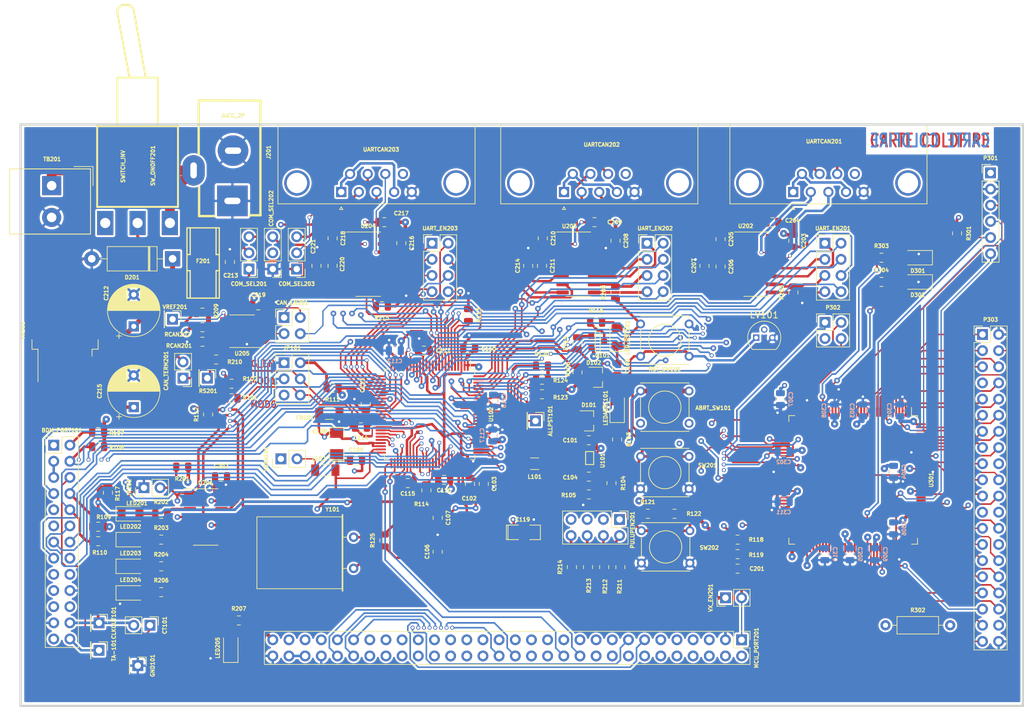
<source format=kicad_pcb>
(kicad_pcb (version 20220308) (generator pcbnew)
  (title_block (title "Demo Kicad") (date "2015-10-09") (rev "2"))
  (layers (0 "F.Cu" signal "Top_layer") (1 "In1.Cu" power "GND_layer") (2 "In2.Cu" power "VDD_layer") (31 "B.Cu" signal "Bottom_layer") (34 "B.Paste" user) (35 "F.Paste" user) (36 "B.SilkS" user "B.Silkscreen") (37 "F.SilkS" user "F.Silkscreen") (38 "B.Mask" user) (39 "F.Mask" user) (44 "Edge.Cuts" user))
  (net 0 "")
  (net 1 "/ALLPST")
  (net 2 "/AN2")
  (net 3 "/AN3")
  (net 4 "/AN4")
  (net 5 "/AN6")
  (net 6 "/BKPT-")
  (net 8 "/CLKMOD0")
  (net 9 "/CLKMOD1")
  (net 10 "/DDAT0")
  (net 11 "/DDAT1")
  (net 12 "/DDAT2")
  (net 13 "/DDAT3")
  (net 14 "/DSCLK")
  (net 15 "/DSI")
  (net 16 "/DSO")
  (net 17 "/DTIN1")
  (net 18 "/GPT1")
  (net 19 "/GPT3")
  (net 20 "/IRQ-5")
  (net 21 "/IRQ-6")
  (net 22 "/IRQ-7")
  (net 23 "/JTAG_EN")
  (net 24 "/PST0")
  (net 25 "/PST1")
  (net 26 "/PST2")
  (net 27 "/PST3")
  (net 28 "/QSPI_CS3")
  (net 29 "/TCLK")
  (net 30 "/VDDPLL")
  (net 31 "/inout_user/CAN_H")
  (net 32 "/inout_user/CAN_L")
  (net 33 "/inout_user/CTS0")
  (net 34 "/inout_user/CTS1")
  (net 36 "/inout_user/RTS0")
  (net 37 "/inout_user/RTS1")
  (net 38 "/inout_user/RTS2")
  (net 39 "/inout_user/RXD0")
  (net 40 "/inout_user/RXD1")
  (net 41 "/inout_user/RXD2")
  (net 42 "/inout_user/RxD_CAN")
  (net 43 "/inout_user/TXD0")
  (net 44 "/inout_user/TXD1")
  (net 46 "/inout_user/TxD_CAN")
  (net 47 "/xilinx/+3,3V_OUT")
  (net 48 "/xilinx/LED_TEST1")
  (net 49 "/xilinx/LED_TEST2")
  (net 50 "/xilinx/TCK")
  (net 51 "/xilinx/TDI")
  (net 52 "/xilinx/TDO")
  (net 53 "/xilinx/TMS")
  (net 54 "/xilinx/XIL_D0")
  (net 55 "/xilinx/XIL_D1")
  (net 56 "/xilinx/XIL_D10")
  (net 57 "/xilinx/XIL_D11")
  (net 58 "/xilinx/XIL_D12")
  (net 59 "/xilinx/XIL_D13")
  (net 60 "/xilinx/XIL_D14")
  (net 61 "/xilinx/XIL_D15")
  (net 62 "/xilinx/XIL_D16")
  (net 63 "/xilinx/XIL_D17")
  (net 64 "/xilinx/XIL_D18")
  (net 65 "/xilinx/XIL_D19")
  (net 66 "/xilinx/XIL_D2")
  (net 67 "/xilinx/XIL_D20")
  (net 68 "/xilinx/XIL_D21")
  (net 69 "/xilinx/XIL_D22")
  (net 70 "/xilinx/XIL_D23")
  (net 71 "/xilinx/XIL_D24")
  (net 72 "/xilinx/XIL_D25")
  (net 73 "/xilinx/XIL_D26")
  (net 74 "/xilinx/XIL_D27")
  (net 75 "/xilinx/XIL_D28")
  (net 76 "/xilinx/XIL_D29")
  (net 77 "/xilinx/XIL_D3")
  (net 78 "/xilinx/XIL_D30")
  (net 79 "/xilinx/XIL_D31")
  (net 80 "/xilinx/XIL_D32")
  (net 81 "/xilinx/XIL_D33")
  (net 82 "/xilinx/XIL_D34")
  (net 83 "/xilinx/XIL_D35")
  (net 84 "/xilinx/XIL_D36")
  (net 85 "/xilinx/XIL_D4")
  (net 86 "/xilinx/XIL_D5")
  (net 87 "/xilinx/XIL_D6")
  (net 88 "/xilinx/XIL_D7")
  (net 89 "/xilinx/XIL_D8")
  (net 90 "/xilinx/XIL_D9")
  (net 91 "GND")
  (net 92 "GNDA")
  (net 93 "/AN0")
  (net 94 "/AN1")
  (net 95 "/QSPI_CS0")
  (net 96 "/AN5")
  (net 97 "/AN7")
  (net 98 "/IRQ-4")
  (net 99 "/DTIN0")
  (net 100 "/DTIN2")
  (net 101 "/DTIN3")
  (net 102 "/GPT0")
  (net 103 "/GPT2")
  (net 104 "+3.3V")
  (net 105 "/VCCA")
  (net 106 "/IRQ-1")
  (net 107 "/IRQ-2")
  (net 108 "/IRQ-3")
  (net 109 "/XTAL")
  (net 110 "/RCON-")
  (net 111 "/RSTO-")
  (net 112 "/RSTI-")
  (net 113 "/QSPI_CS1")
  (net 114 "/URTS1")
  (net 115 "/UCTS1")
  (net 116 "/QSPI_CLK")
  (net 117 "/DSPI_DOUT")
  (net 118 "/QSPI_DIN")
  (net 119 "/QSPI_CS2")
  (net 120 "/URXD1")
  (net 121 "/UTXD1")
  (net 122 "/PWM7")
  (net 123 "/PWM5")
  (net 124 "/PWM1")
  (net 125 "/PWM3")
  (net 126 "/URTS2")
  (net 127 "/UTXD2")
  (net 128 "/URXD2")
  (net 129 "/UCTS2")
  (net 130 "/CANRX")
  (net 131 "/CANTX")
  (net 132 "/URTS0")
  (net 133 "/UTXD0")
  (net 134 "/URXD0")
  (net 135 "/UCTS0")
  (net 136 "Net-(ABRT_SW101-Pad1)")
  (net 137 "Net-(BDM_PORT101-Pad26)")
  (net 138 "Net-(BDM_PORT101-Pad6)")
  (net 139 "Net-(C104-Pad1)")
  (net 140 "Net-(C105-Pad1)")
  (net 141 "Net-(C201-Pad2)")
  (net 142 "Net-(C204-Pad2)")
  (net 143 "Net-(C205-Pad2)")
  (net 144 "Net-(C205-Pad1)")
  (net 145 "Net-(C206-Pad2)")
  (net 146 "Net-(C206-Pad1)")
  (net 147 "Net-(C207-Pad1)")
  (net 148 "Net-(C209-Pad2)")
  (net 149 "Net-(C210-Pad2)")
  (net 150 "Net-(C210-Pad1)")
  (net 151 "Net-(C211-Pad2)")
  (net 152 "Net-(C211-Pad1)")
  (net 153 "Net-(C212-Pad1)")
  (net 154 "Net-(C214-Pad1)")
  (net 155 "Net-(C217-Pad2)")
  (net 156 "Net-(C218-Pad2)")
  (net 157 "Net-(C218-Pad1)")
  (net 158 "Net-(C220-Pad2)")
  (net 159 "Net-(C220-Pad1)")
  (net 160 "Net-(C221-Pad1)")
  (net 161 "Net-(CAN_TERM201-Pad2)")
  (net 162 "Net-(COM_SEL201-Pad3)")
  (net 163 "Net-(COM_SEL202-Pad3)")
  (net 164 "Net-(COM_SEL203-Pad3)")
  (net 165 "Net-(D101-Pad1)")
  (net 166 "Net-(D301-Pad2)")
  (net 167 "Net-(D302-Pad2)")
  (net 168 "Net-(F201-Pad1)")
  (net 169 "Net-(J201-Pad3)")
  (net 170 "Net-(L102-Pad1)")
  (net 171 "Net-(LED201-Pad2)")
  (net 172 "Net-(LED202-Pad2)")
  (net 173 "Net-(LED203-Pad2)")
  (net 174 "Net-(LED204-Pad2)")
  (net 175 "Net-(LED205-Pad2)")
  (net 176 "Net-(LEDABRT101-Pad1)")
  (net 177 "Net-(P302-Pad4)")
  (net 178 "Net-(P302-Pad2)")
  (net 179 "Net-(PULUPEN201-Pad8)")
  (net 180 "Net-(PULUPEN201-Pad6)")
  (net 181 "Net-(PULUPEN201-Pad4)")
  (net 182 "Net-(PULUPEN201-Pad2)")
  (net 183 "Net-(Q101-Pad3)")
  (net 184 "Net-(Q101-Pad2)")
  (net 185 "Net-(R113-Pad1)")
  (net 186 "Net-(R114-Pad1)")
  (net 187 "Net-(R202-Pad2)")
  (net 188 "Net-(R203-Pad2)")
  (net 189 "Net-(R204-Pad2)")
  (net 190 "Net-(R205-Pad2)")
  (net 191 "Net-(R206-Pad2)")
  (net 192 "Net-(R208-Pad2)")
  (net 193 "Net-(R210-Pad1)")
  (net 194 "Net-(R215-Pad2)")
  (net 195 "Net-(U202-Pad12)")
  (net 196 "Net-(U202-Pad11)")
  (net 197 "Net-(U202-Pad9)")
  (net 198 "Net-(U203-Pad12)")
  (net 199 "Net-(U203-Pad11)")
  (net 200 "Net-(U203-Pad9)")
  (net 201 "Net-(U204-Pad12)")
  (net 202 "Net-(U204-Pad10)")
  (net 203 "Net-(U204-Pad9)")
  (net 204 "Net-(U205-Pad5)")
  (net 205 "Net-(UARTCAN201-Pad1)")
  (net 206 "Net-(UARTCAN202-Pad1)")
  (net 207 "Net-(UARTCAN203-Pad1)")
  (net 208 "Net-(JP201-Pad2)")
  (net 209 "Net-(LED_RST101-Pad2)")
  (net 210 "/CLKIN{slash}EXTAL")
  (net 211 "/inout_user/TXD2{slash}CANL")
  (net 212 "/inout_user/CTS2{slash}CANH")
  (footprint "kit-dev-coldfire:SW_PUSH_SMALL" (layer "F.Cu") (at 172.339 100.33)
    (fp_text reference "ABRT_SW101")
    (fp_text value "SW_PUSH")
  )
  (footprint "Connector_PinHeader_2.54mm:PinHeader_1x01_P2.54mm_Vertical" (layer "F.Cu") (at 152.019 102.489 -90)
    (fp_text reference "ALLPST101")
    (fp_text value "CONN_1")
  )
  (footprint "Connector_PinHeader_2.54mm:PinHeader_2x13_P2.54mm_Vertical" (layer "F.Cu") (at 76.327 106.299)
    (fp_text reference "BDM_PORT101")
    (fp_text value "CONN_13X2")
  )
  (footprint "Capacitor_SMD:C_0805_2012Metric" (layer "F.Cu") (at 136.652 117.729 -90)
    (fp_text reference "C107")
    (fp_text value "10pF")
  )
  (footprint "Capacitor_SMD:C_0805_2012Metric" (layer "F.Cu") (at 136.652 123.063 90)
    (fp_text reference "C106")
    (fp_text value "10pF")
  )
  (footprint "Capacitor_SMD:C_0805_2012Metric" (layer "F.Cu") (at 164.846 94.361 90)
    (fp_text reference "C105")
    (fp_text value "1nF")
  )
  (footprint "Capacitor_SMD:C_0805_2012Metric" (layer "F.Cu") (at 141.605 91.059 180)
    (fp_text reference "C110")
    (fp_text value "100nF")
  )
  (footprint "Capacitor_SMD:C_0805_2012Metric" (layer "F.Cu") (at 134.493 91.44 180)
    (fp_text reference "C111")
    (fp_text value "100nF")
  )
  (footprint "Capacitor_SMD:C_0805_2012Metric" (layer "F.Cu") (at 125.349 99.822 -90)
    (fp_text reference "C113")
    (fp_text value "100nF")
  )
  (footprint "Capacitor_SMD:C_0805_2012Metric" (layer "F.Cu") (at 124.587 103.505 180)
    (fp_text reference "C114")
    (fp_text value "100nF")
  )
  (footprint "Capacitor_SMD:C_0805_2012Metric" (layer "F.Cu") (at 131.953 112.268 180)
    (fp_text reference "C115")
    (fp_text value "100nF")
  )
  (footprint "Capacitor_SMD:C_0805_2012Metric" (layer "F.Cu") (at 137.668 111.76 180)
    (fp_text reference "C116")
    (fp_text value "100nF")
  )
  (footprint "Capacitor_SMD:C_0805_2012Metric" (layer "F.Cu") (at 160.401 105.537)
    (fp_text reference "C101")
    (fp_text value "100nF")
  )
  (footprint "Capacitor_SMD:C_0805_2012Metric" (layer "F.Cu") (at 160.401 111.252 180)
    (fp_text reference "C104")
    (fp_text value "100nF")
  )
  (footprint "kit-dev-coldfire:SM1206POL" (layer "F.Cu") (at 120.777 106.045 90)
    (fp_text reference "C108")
    (fp_text value "10uF" hide)
  )
  (footprint "kit-dev-coldfire:SM1206POL" (layer "F.Cu") (at 150.241 120.015)
    (fp_text reference "C119")
    (fp_text value "100uF" hide)
  )
  (footprint "Capacitor_SMD:C_0805_2012Metric" (layer "F.Cu") (at 123.825 108.712)
    (fp_text reference "C109")
    (fp_text value "100nF")
  )
  (footprint "Capacitor_SMD:C_0805_2012Metric" (layer "F.Cu") (at 141.732 112.395 -90)
    (fp_text reference "C102")
    (fp_text value "1nF")
  )
  (footprint "Capacitor_SMD:C_0805_2012Metric" (layer "F.Cu") (at 143.891 112.395 -90)
    (fp_text reference "C103")
    (fp_text value "100nF")
  )
  (footprint "Capacitor_SMD:C_0805_2012Metric" (layer "F.Cu") (at 192.532 74.168 -90)
    (fp_text reference "C203")
    (fp_text value "100nF")
  )
  (footprint "Capacitor_SMD:C_0805_2012Metric" (layer "F.Cu") (at 189.23 71.247 180)
    (fp_text reference "C204")
    (fp_text value "100nF")
  )
  (footprint "Capacitor_SMD:C_0805_2012Metric" (layer "F.Cu") (at 181.102 73.914 -90)
    (fp_text reference "C205")
    (fp_text value "100nF")
  )
  (footprint "Capacitor_SMD:C_0805_2012Metric" (layer "F.Cu") (at 181.102 78.232 -90)
    (fp_text reference "C206")
    (fp_text value "100nF")
  )
  (footprint "Capacitor_SMD:C_0805_2012Metric" (layer "F.Cu") (at 102.616 111.252)
    (fp_text reference "C202")
    (fp_text value "100nF")
  )
  (footprint "Capacitor_SMD:C_0805_2012Metric" (layer "F.Cu") (at 178.562 78.105 90)
    (fp_text reference "C207")
    (fp_text value "100nF")
  )
  (footprint "Capacitor_SMD:C_0805_2012Metric" (layer "F.Cu") (at 164.592 74.168 -90)
    (fp_text reference "C208")
    (fp_text value "100nF")
  )
  (footprint "Capacitor_SMD:C_0805_2012Metric" (layer "F.Cu") (at 161.29 71.247 180)
    (fp_text reference "C209")
    (fp_text value "100nF")
  )
  (footprint "Capacitor_SMD:C_0805_2012Metric" (layer "F.Cu") (at 153.162 73.787 -90)
    (fp_text reference "C210")
    (fp_text value "100nF")
  )
  (footprint "Capacitor_SMD:C_0805_2012Metric" (layer "F.Cu") (at 153.035 78.105 -90)
    (fp_text reference "C211")
    (fp_text value "100nF")
  )
  (footprint "Capacitor_SMD:C_0805_2012Metric" (layer "F.Cu") (at 150.876 78.105 90)
    (fp_text reference "C214")
    (fp_text value "100nF")
  )
  (footprint "Capacitor_SMD:C_0805_2012Metric" (layer "F.Cu") (at 108.458 84.328)
    (fp_text reference "C219")
    (fp_text value "100nF")
  )
  (footprint "Capacitor_SMD:C_0805_2012Metric" (layer "F.Cu") (at 128.27 71.247 180)
    (fp_text reference "C217")
    (fp_text value "100nF")
  )
  (footprint "Capacitor_SMD:C_0805_2012Metric" (layer "F.Cu") (at 120.142 78.105 -90)
    (fp_text reference "C220")
    (fp_text value "100nF")
  )
  (footprint "Capacitor_THT:CP_Radial_D8.0mm_P5.00mm" (layer "F.Cu") (at 88.9 87.63 90)
    (fp_text reference "C212")
    (fp_text value "10uF")
  )
  (footprint "Capacitor_THT:CP_Radial_D8.0mm_P5.00mm" (layer "F.Cu") (at 88.9 100.33 90)
    (fp_text reference "C215")
    (fp_text value "220uF")
  )
  (footprint "Capacitor_SMD:C_0805_2012Metric" (layer "F.Cu") (at 104 77.5 90)
    (fp_text reference "C213")
    (fp_text value "100nF")
  )
  (footprint "Capacitor_SMD:C_0805_2012Metric" (layer "F.Cu") (at 183.769 125.73)
    (fp_text reference "C201")
    (fp_text value "100nF")
  )
  (footprint "Capacitor_SMD:C_0805_2012Metric" (layer "F.Cu") (at 120.142 73.787 -90)
    (fp_text reference "C218")
    (fp_text value "100nF")
  )
  (footprint "Capacitor_SMD:C_0805_2012Metric" (layer "F.Cu") (at 117.602 78.105 90)
    (fp_text reference "C221")
    (fp_text value "100nF")
  )
  (footprint "Capacitor_SMD:C_0805_2012Metric" (layer "F.Cu") (at 130.937 74.549 -90)
    (fp_text reference "C216")
    (fp_text value "100nF")
  )
  (footprint "Connector_PinHeader_2.54mm:PinHeader_1x02_P2.54mm_Vertical" (layer "F.Cu") (at 96.647 95.758 180)
    (fp_text reference "CAN_TERM201")
    (fp_text value "JUMPER")
  )
  (footprint "Connector_PinHeader_2.54mm:PinHeader_1x01_P2.54mm_Vertical" (layer "F.Cu") (at 83.439 134.239 -90)
    (fp_text reference "CLKOUT101")
    (fp_text value "CONN_1")
  )
  (footprint "Connector_PinHeader_2.54mm:PinHeader_1x03_P2.54mm_Vertical" (layer "F.Cu") (at 114.5 78.613 180)
    (fp_text reference "COM_SEL203")
    (fp_text value "CONN_3")
  )
  (footprint "Connector_PinHeader_2.54mm:PinHeader_1x03_P2.54mm_Vertical" (layer "F.Cu") (at 110.744 78.613 180)
    (fp_text reference "COM_SEL202")
    (fp_text value "CONN_3")
  )
  (footprint "Connector_PinHeader_2.54mm:PinHeader_1x02_P2.54mm_Vertical" (layer "F.Cu") (at 91.44 134.62 -90)
    (fp_text reference "CT101")
    (fp_text value "JUMPER")
  )
  (footprint "Diode_SMD:D_SOT-23_ANK" (layer "F.Cu") (at 160.401 102.489)
    (fp_text reference "D101")
    (fp_text value "BAT54")
  )
  (footprint "Diode_SMD:D_SOT-23_ANK" (layer "F.Cu") (at 161.798 95.631)
    (fp_text reference "D102")
    (fp_text value "BAT54")
  )
  (footprint "Diode_THT:D_DO-15_P12.70mm_Horizontal" (layer "F.Cu") (at 95 77 180)
    (fp_text reference "D201")
    (fp_text value "1N4004")
  )
  (footprint "LED_SMD:LED_1206_3216Metric" (layer "F.Cu") (at 212.09 76.835 180)
    (fp_text reference "D301")
    (fp_text value "LED")
  )
  (footprint "LED_SMD:LED_1206_3216Metric" (layer "F.Cu") (at 212.09 80.645 180)
    (fp_text reference "D302")
    (fp_text value "LED")
  )
  (footprint "kit-dev-coldfire:FSUPCMS" (layer "F.Cu") (at 99.8 77.6 -90)
    (fp_text reference "F201")
    (fp_text value "FUSE")
  )
  (footprint "Resistor_SMD:R_1206_3216Metric_Pad1.24x1.80mm_HandSolder" (layer "F.Cu") (at 119.634 101.346 180)
    (fp_text reference "FB101")
    (fp_text value "BEAD")
  )
  (footprint "Connector_PinHeader_2.54mm:PinHeader_1x01_P2.54mm_Vertical" (layer "F.Cu") (at 89.535 140.97 -90)
    (fp_text reference "GND101")
    (fp_text value "CONN_1")
  )
  (footprint "kit-dev-coldfire:JACK_ALIM" (layer "F.Cu") (at 104.5 60 -90)
    (fp_text reference "J201")
    (fp_text value "JACK_2P")
  )
  (footprint "Resistor_SMD:R_1206_3216Metric_Pad1.24x1.80mm_HandSolder" (layer "F.Cu") (at 118.999 110.236)
    (fp_text reference "L102")
    (fp_text value "10uH")
  )
  (footprint "Resistor_SMD:R_1206_3216Metric_Pad1.24x1.80mm_HandSolder" (layer "F.Cu") (at 151.892 109.22 180)
    (fp_text reference "L101")
    (fp_text value "10uH")
  )
  (footprint "LED_SMD:LED_1206_3216Metric" (layer "F.Cu") (at 88.392 117.094)
    (fp_text reference "LED201")
    (fp_text value "LED")
  )
  (footprint "LED_SMD:LED_1206_3216Metric" (layer "F.Cu") (at 88.392 121.158)
    (fp_text reference "LED202")
    (fp_text value "LED")
  )
  (footprint "LED_SMD:LED_1206_3216Metric" (layer "F.Cu") (at 88.392 125.349)
    (fp_text reference "LED203")
    (fp_text value "LED")
  )
  (footprint "LED_SMD:LED_1206_3216Metric" (layer "F.Cu") (at 88.392 129.54)
    (fp_text reference "LED204")
    (fp_text value "LED")
  )
  (footprint "LED_SMD:LED_1206_3216Metric" (layer "F.Cu") (at 104.14 138.176 90)
    (fp_text reference "LED205")
    (fp_text value "LED")
  )
  (footprint "LED_SMD:LED_1206_3216Metric" (layer "F.Cu") (at 164.846 100.457 90)
    (fp_text reference "LEDABRT101")
    (fp_text value "LED_RED")
  )
  (footprint "Package_TO_SOT_THT:TO-92_Molded_Narrow" (layer "F.Cu") (at 186.69 89.408)
    (fp_text reference "LV101")
    (fp_text value "DS1818")
  )
  (footprint "Connector_PinHeader_2.54mm:PinHeader_2x30_P2.54mm_Vertical" (layer "F.Cu") (at 184.404 136.906 -90)
    (fp_text reference "MCU_PORT201")
    (fp_text value "CONN_30X2")
  )
  (footprint "Connector_PinHeader_2.54mm:PinHeader_1x06_P2.54mm_Vertical" (layer "F.Cu") (at 223.52 63.5)
    (fp_text reference "P301")
    (fp_text value "CONN_6")
  )
  (footprint "Connector_PinHeader_2.54mm:PinHeader_2x20_P2.54mm_Vertical" (layer "F.Cu") (at 222.25 88.9)
    (fp_text reference "P303")
    (fp_text value "CONN_20X2")
  )
  (footprint "Connector_PinHeader_2.54mm:PinHeader_2x04_P2.54mm_Vertical" (layer "F.Cu") (at 165.227 117.983 -90)
    (fp_text reference "PULUPEN201")
    (fp_text value "CONN_4X2")
  )
  (footprint "kit-dev-coldfire:SOT23EBC" (layer "F.Cu") (at 161.798 90.043 90)
    (fp_text reference "Q101")
    (fp_text value "3906" hide)
  )
  (footprint "Resistor_SMD:R_0805_2012Metric" (layer "F.Cu") (at 128.27 121.285 90)
    (fp_text reference "R125")
    (fp_text value "1M")
  )
  (footprint "Resistor_SMD:R_0805_2012Metric" (layer "F.Cu") (at 104.267 96.647)
    (fp_text reference "R102")
    (fp_text value "4,7K")
  )
  (footprint "Resistor_SMD:R_0805_2012Metric" (layer "F.Cu") (at 183.769 121.158 180)
    (fp_text reference "R118")
    (fp_text value "10K")
  )
  (footprint "Resistor_SMD:R_0805_2012Metric" (layer "F.Cu") (at 183.769 123.444 180)
    (fp_text reference "R119")
    (fp_text value "10K")
  )
  (footprint "Resistor_SMD:R_0805_2012Metric" (layer "F.Cu") (at 153.035 93.853)
    (fp_text reference "R120")
    (fp_text value "10K")
  )
  (footprint "Resistor_SMD:R_0805_2012Metric" (layer "F.Cu") (at 163.957 112.268 -90)
    (fp_text reference "R104")
    (fp_text value "1K")
  )
  (footprint "Resistor_SMD:R_0805_2012Metric" (layer "F.Cu") (at 169.672 117.094)
    (fp_text reference "R121")
    (fp_text value "10K")
  )
  (footprint "Resistor_SMD:R_0805_2012Metric" (layer "F.Cu") (at 141.478 85.852 90)
    (fp_text reference "R113")
    (fp_text value "0")
  )
  (footprint "Resistor_SMD:R_0805_2012Metric" (layer "F.Cu") (at 173.863 117.094 180)
    (fp_text reference "R122")
    (fp_text value "10K")
  )
  (footprint "Resistor_SMD:R_0805_2012Metric" (layer "F.Cu") (at 153.035 98.298)
    (fp_text reference "R123")
    (fp_text value "10K")
  )
  (footprint "Resistor_SMD:R_0805_2012Metric" (layer "F.Cu") (at 160.401 114.046 180)
    (fp_text reference "R105")
    (fp_text value "20K")
  )
  (footprint "Resistor_SMD:R_0805_2012Metric" (layer "F.Cu") (at 153.035 96.012)
    (fp_text reference "R124")
    (fp_text value "10K")
  )
  (footprint "Resistor_SMD:R_0805_2012Metric" (layer "F.Cu") (at 164.846 105.41 -90)
    (fp_text reference "R103")
    (fp_text value "270")
  )
  (footprint "Resistor_SMD:R_0805_2012Metric" (layer "F.Cu") (at 158.623 94.869 90)
    (fp_text reference "R106")
    (fp_text value "4,7K")
  )
  (footprint "Resistor_SMD:R_0805_2012Metric" (layer "F.Cu") (at 120.142 97.282 180)
    (fp_text reference "R111")
    (fp_text value "4,7K")
  )
  (footprint "Resistor_SMD:R_0805_2012Metric" (layer "F.Cu") (at 83.312 104.267 180)
    (fp_text reference "R107")
    (fp_text value "4,7K")
  )
  (footprint "Resistor_SMD:R_0805_2012Metric" (layer "F.Cu") (at 83.312 106.553 180)
    (fp_text reference "R108")
    (fp_text value "4,7K")
  )
  (footprint "Resistor_SMD:R_0805_2012Metric" (layer "F.Cu") (at 83.312 119.126 180)
    (fp_text reference "R109")
    (fp_text value "4,7K")
  )
  (footprint "Resistor_SMD:R_0805_2012Metric" (layer "F.Cu") (at 83.312 121.412 180)
    (fp_text reference "R110")
    (fp_text value "4,7K")
  )
  (footprint "Resistor_SMD:R_0805_2012Metric" (layer "F.Cu") (at 158.623 90.297 90)
    (fp_text reference "R115")
    (fp_text value "4.7K")
  )
  (footprint "Resistor_SMD:R_0805_2012Metric" (layer "F.Cu") (at 161.544 86.995)
    (fp_text reference "R116")
    (fp_text value "270")
  )
  (footprint "Resistor_SMD:R_0805_2012Metric" (layer "F.Cu") (at 127.889 84.455 180)
    (fp_text reference "R215")
    (fp_text value "10K")
  )
  (footprint "Resistor_SMD:R_0805_2012Metric" (layer "F.Cu") (at 104.267 98.933)
    (fp_text reference "R101")
    (fp_text value "4,7K")
  )
  (footprint "Resistor_SMD:R_0805_2012Metric" (layer "F.Cu") (at 84.836 113.792 -90)
    (fp_text reference "R117")
    (fp_text value "10K")
  )
  (footprint "Resistor_SMD:R_0805_2012Metric" (layer "F.Cu") (at 93.218 117.094)
    (fp_text reference "R202")
    (fp_text value "270")
  )
  (footprint "Resistor_SMD:R_0805_2012Metric" (layer "F.Cu") (at 192.532 82.296 90)
    (fp_text reference "R205")
    (fp_text value "10K")
  )
  (footprint "Resistor_SMD:R_0805_2012Metric" (layer "F.Cu") (at 93.218 121.158)
    (fp_text reference "R203")
    (fp_text value "270")
  )
  (footprint "Resistor_SMD:R_0805_2012Metric" (layer "F.Cu") (at 93.218 125.349)
    (fp_text reference "R204")
    (fp_text value "270")
  )
  (footprint "Resistor_SMD:R_0805_2012Metric" (layer "F.Cu") (at 93.218 129.413)
    (fp_text reference "R206")
    (fp_text value "270")
  )
  (footprint "Resistor_SMD:R_0805_2012Metric" (layer "F.Cu") (at 96.52 109.728 180)
    (fp_text reference "R201")
    (fp_text value "10K")
  )
  (footprint "Resistor_SMD:R_0805_2012Metric" (layer "F.Cu") (at 164.592 82.296 90)
    (fp_text reference "R208")
    (fp_text value "10K")
  )
  (footprint "Resistor_SMD:R_0805_2012Metric" (layer "F.Cu") (at 101.854 92.837)
    (fp_text reference "R210")
    (fp_text value "1K")
  )
  (footprint "Resistor_SMD:R_0805_2012Metric" (layer "F.Cu") (at 99.695 85.471 180)
    (fp_text reference "R209")
    (fp_text value "62")
  )
  (footprint "Resistor_SMD:R_0805_2012Metric" (layer "F.Cu") (at 100.584 101.473 90)
    (fp_text reference "R112")
    (fp_text value "4,7K")
  )
  (footprint "Resistor_SMD:R_0805_2012Metric" (layer "F.Cu") (at 134.874 113.411 -90)
    (fp_text reference "R114")
    (fp_text value "22")
  )
  (footprint "Resistor_SMD:R_0805_2012Metric" (layer "F.Cu") (at 157.734 125.476 90)
    (fp_text reference "R214")
    (fp_text value "4,7K")
  )
  (footprint "Resistor_SMD:R_0805_2012Metric" (layer "F.Cu") (at 160.274 125.476 90)
    (fp_text reference "R213")
    (fp_text value "4,7K")
  )
  (footprint "Resistor_SMD:R_0805_2012Metric" (layer "F.Cu") (at 162.814 125.476 90)
    (fp_text reference "R212")
    (fp_text value "4,7K")
  )
  (footprint "Resistor_SMD:R_0805_2012Metric" (layer "F.Cu") (at 165.354 125.476 90)
    (fp_text reference "R211")
    (fp_text value "4,7K")
  )
  (footprint "Resistor_SMD:R_0805_2012Metric" (layer "F.Cu") (at 105.41 133.858)
    (fp_text reference "R207")
    (fp_text value "270")
  )
  (footprint "Resistor_SMD:R_0805_2012Metric" (layer "F.Cu") (at 218.25 73 -90)
    (fp_text reference "R301")
    (fp_text value "4K7")
  )
  (footprint "Resistor_SMD:R_0805_2012Metric" (layer "F.Cu") (at 206.375 76.835)
    (fp_text reference "R303")
    (fp_text value "1K")
  )
  (footprint "Resistor_SMD:R_0805_2012Metric" (layer "F.Cu") (at 206.375 80.645)
    (fp_text reference "R304")
    (fp_text value "1K")
  )
  (footprint "Resistor_THT:R_Axial_DIN0207_L6.3mm_D2.5mm_P10.16mm_Horizontal" (layer "F.Cu") (at 207.01 134.62)
    (fp_text reference "R302")
    (fp_text value "3,3")
  )
  (footprint "Resistor_SMD:R_0805_2012Metric" (layer "F.Cu") (at 99.695 87.757)
    (fp_text reference "RCAN202")
    (fp_text value "R")
  )
  (footprint "Resistor_SMD:R_0805_2012Metric" (layer "F.Cu") (at 99.695 90.043)
    (fp_text reference "RCAN201")
    (fp_text value "R")
  )
  (footprint "LED_SMD:LED_1206_3216Metric" (layer "F.Cu") (at 164.846 89.281 90)
    (fp_text reference "LED_RST101")
    (fp_text value "LED_RED")
  )
  (footprint "Connector_PinHeader_2.54mm:PinHeader_1x01_P2.54mm_Vertical" (layer "F.Cu") (at 100.457 95.758 -90)
    (fp_text reference "RS201")
    (fp_text value "CONN_1")
  )
  (footprint "kit-dev-coldfire:SW_PUSH_SMALL" (layer "F.Cu") (at 172.339 89.789 180)
    (fp_text reference "RST_SW101")
    (fp_text value "SW_PUSH")
  )
  (footprint "kit-dev-coldfire:SW_PUSH_SMALL" (layer "F.Cu") (at 172.339 110.617)
    (fp_text reference "SW201")
    (fp_text value "SW_PUSH")
  )
  (footprint "kit-dev-coldfire:SW_PUSH_SMALL" (layer "F.Cu") (at 172.466 122.301)
    (fp_text reference "SW202")
    (fp_text value "SW_PUSH")
  )
  (footprint "kit-dev-coldfire:SW_SPDT" (layer "F.Cu") (at 89.5 71.374 90)
    (fp_text reference "SW_ONOFF201")
    (fp_text value "SWITCH_INV")
  )
  (footprint "Connector_PinHeader_2.54mm:PinHeader_1x01_P2.54mm_Vertical" (layer "F.Cu") (at 83.439 138.557 -90)
    (fp_text reference "TA-101")
    (fp_text value "CONN_1")
  )
  (footprint "TerminalBlock_Altech:Altech_AK300_1x02_P5.00mm_45-Degree" (layer "F.Cu") (at 76 65.5 -90)
    (fp_text reference "TB201")
    (fp_text value "CONN_2")
  )
  (footprint "Package_QFP:LQFP-100_14x14mm_P0.5mm" (layer "F.Cu") (at 135.382 101.473 -90)
    (fp_text reference "U102")
    (fp_text value "MCF5213-LQFP100")
  )
  (footprint "kit-dev-coldfire:SOT353" (layer "F.Cu") (at 160.528 108.331)
    (fp_text reference "U101")
    (fp_text value "74AHC1G14" hide)
  )
  (footprint "Package_SO:SOIC-16_3.9x9.9mm_P1.27mm" (layer "F.Cu") (at 186.69 77.851)
    (fp_text reference "U202")
    (fp_text value "MAX202")
  )
  (footprint "Package_SO:SOIC-16_3.9x9.9mm_P1.27mm" (layer "F.Cu") (at 158.75 77.851)
    (fp_text reference "U203")
    (fp_text value "MAX202")
  )
  (footprint "Package_SO:SOIC-8_3.9x4.9mm_P1.27mm" (layer "F.Cu") (at 105.918 88.392 180)
    (fp_text reference "U205")
    (fp_text value "PCA82C251")
  )
  (footprint "Package_SO:SOIC-16_3.9x9.9mm_P1.27mm" (layer "F.Cu") (at 125.73 77.851)
    (fp_text reference "U204")
    (fp_text value "MAX202")
  )
  (footprint "Connector_PinHeader_2.54mm:PinHeader_2x04_P2.54mm_Vertical" (layer "F.Cu") (at 197.485 74.549)
    (fp_text reference "UART_EN201")
    (fp_text value "CONN_4X2")
  )
  (footprint "Connector_PinHeader_2.54mm:PinHeader_2x04_P2.54mm_Vertical" (layer "F.Cu") (at 169.545 74.549)
    (fp_text reference "UART_EN202")
    (fp_text value "CONN_4X2")
  )
  (footprint "Connector_PinHeader_2.54mm:PinHeader_2x04_P2.54mm_Vertical" (layer "F.Cu") (at 135.763 74.549)
    (fp_text reference "UART_EN203")
    (fp_text value "CONN_4X2")
  )
  (footprint "Connector_PinHeader_2.54mm:PinHeader_1x02_P2.54mm_Vertical" (layer "F.Cu") (at 112.014 108.458 90)
    (fp_text reference "VDDA101")
    (fp_text value "JUMPER")
  )
  (footprint "Package_TO_SOT_SMD:TO-263-5_TabPin3" (layer "F.Cu") (at 78.105 88.265 90)
    (fp_text reference "VR201")
    (fp_text value "LT1129_QPACK")
  )
  (footprint "Crystal:Crystal_HC18-U_Horizontal" (layer "F.Cu") (at 123.444 120.777 -90)
    (fp_text reference "Y101")
    (fp_text value "8MHz")
  )
  (footprint "Package_QFP:TQFP-144_20x20mm_P0.5mm" (layer "F.Cu") (at 201.93 111.76 -90)
    (fp_text reference "U301")
    (fp_text value "XCR3256-TQ144")
  )
  (footprint "Connector_PinHeader_2.54mm:PinHeader_2x02_P2.54mm_Vertical" (layer "F.Cu") (at 112.522 86.233)
    (fp_text reference "CAN_EN201")
    (fp_text value "CONN_2X2")
  )
  (footprint "Connector_PinHeader_2.54mm:PinHeader_1x02_P2.54mm_Vertical" (layer "F.Cu") (at 181.864 130.302 90)
    (fp_text reference "VX_EN201")
    (fp_text value "JUMPER")
  )
  (footprint "Package_SO:SOIC-14_3.9x8.7mm_P1.27mm" (layer "F.Cu") (at 100.203 117.602)
    (fp_text reference "U201")
    (fp_text value "74HC125")
  )
  (footprint "Connector_PinHeader_2.54mm:PinHeader_2x03_P2.54mm_Vertical" (layer "F.Cu") (at 112.522 93.345)
    (fp_text reference "JP101")
    (fp_text value "JUMPER_TRIPLE")
  )
  (footprint "Connector_PinHeader_2.54mm:PinHeader_2x02_P2.54mm_Vertical" (layer "F.Cu") (at 197.5 87)
    (fp_text reference "P302")
    (fp_text value "CONN_2X2")
  )
  (footprint "Connector_PinHeader_2.54mm:PinHeader_1x03_P2.54mm_Vertical" (layer "F.Cu") (at 107 78.613 180)
    (fp_text reference "COM_SEL201")
    (fp_text value "CONN_3")
  )
  (footprint "Connector_PinHeader_2.54mm:PinHeader_1x02_P2.54mm_Vertical" (layer "F.Cu") (at 90.5 113 90)
    (fp_text reference "JP201")
    (fp_text value "JUMPER")
  )
  (footprint "Connector_Dsub:DSUB-9_Female_Horizontal_P2.77x2.84mm_EdgePinOffset7.70mm_Housed_MountingHolesOffset9.12mm" (layer "F.Cu") (at 192.5 66.5 180)
    (fp_text reference "UARTCAN201")
    (fp_text value "DB9")
  )
  (footprint "Connector_Dsub:DSUB-9_Female_Horizontal_P2.77x2.84mm_EdgePinOffset7.70mm_Housed_MountingHolesOffset9.12mm" (layer "F.Cu") (at 156.5 66.5 180)
    (fp_text reference "UARTCAN202")
    (fp_text value "DB9")
  )
  (footprint "Connector_Dsub:DSUB-9_Female_Horizontal_P2.77x2.84mm_EdgePinOffset7.70mm_Housed_MountingHolesOffset9.12mm" (layer "F.Cu") (at 121.5 66.5 180)
    (fp_text reference "UARTCAN203")
    (fp_text value "DB9")
  )
  (footprint "Connector_PinHeader_2.54mm:PinHeader_1x01_P2.54mm_Vertical" (layer "F.Cu") (at 95 86.5 -90)
    (fp_text reference "VREF201")
    (fp_text value "CONN_1")
  )
  (footprint "Capacitor_SMD:C_0805_2012Metric" (layer "B.Cu") (at 129.921 91.44 180)
    (fp_text reference "C112")
    (fp_text value "100nF")
  )
  (footprint "Capacitor_SMD:C_0805_2012Metric" (layer "B.Cu") (at 145.288 104.775 90)
    (fp_text reference "C117")
    (fp_text value "100nF")
  )
  (footprint "Capacitor_SMD:C_0805_2012Metric" (layer "B.Cu") (at 145.415 99.314 -90)
    (fp_text reference "C118")
    (fp_text value "100nF")
  )
  (footprint "Capacitor_SMD:C_0805_2012Metric" (layer "B.Cu") (at 209.296 100.838 90)
    (fp_text reference "C301")
    (fp_text value "100nF")
  )
  (footprint "Capacitor_SMD:C_0805_2012Metric" (layer "B.Cu") (at 191.008 107.315 180)
    (fp_text reference "C302")
    (fp_text value "100nF")
  )
  (footprint "Capacitor_SMD:C_0805_2012Metric" (layer "B.Cu") (at 203.454 100.838 90)
    (fp_text reference "C303")
    (fp_text value "100nF")
  )
  (footprint "Capacitor_SMD:C_0805_2012Metric" (layer "B.Cu") (at 208.28 110.49 -90)
    (fp_text reference "C304")
    (fp_text value "100nF")
  )
  (footprint "Capacitor_SMD:C_0805_2012Metric" (layer "B.Cu") (at 201.422 123.444 -90)
    (fp_text reference "C305")
    (fp_text value "100nF")
  )
  (footprint "Capacitor_SMD:C_0805_2012Metric" (layer "B.Cu") (at 208.28 119.38 -90)
    (fp_text reference "C306")
    (fp_text value "100nF")
  )
  (footprint "Capacitor_SMD:C_0805_2012Metric" (layer "B.Cu") (at 190.5 99.06 -90)
    (fp_text reference "C307")
    (fp_text value "100nF")
  )
  (footprint "Capacitor_SMD:C_0805_2012Metric" (layer "B.Cu") (at 199.009 100.838 90)
    (fp_text reference "C308")
    (fp_text value "100nF")
  )
  (footprint "Capacitor_SMD:C_0805_2012Metric" (layer "B.Cu") (at 205.359 123.444 -90)
    (fp_text reference "C309")
    (fp_text value "100nF")
  )
  (footprint "Capacitor_SMD:C_0805_2012Metric" (layer "B.Cu") (at 197.485 123.444 -90)
    (fp_text reference "C310")
    (fp_text value "100nF")
  )
  (footprint "Capacitor_SMD:C_0805_2012Metric" (layer "B.Cu") (at 191.008 115.189 180)
    (fp_text reference "C311")
    (fp_text value "100nF")
  )
  (gr_line (start 71.12 147.32) (end 228.6 147.32) (stroke (width 0.381)) (layer "Edge.Cuts"))
  (gr_line (start 71.12 55.88) (end 71.12 147.32) (stroke (width 0.381)) (layer "Edge.Cuts"))
  (gr_line (start 228.6 55.88) (end 228.6 147.32) (stroke (width 0.381)) (layer "Edge.Cuts"))
  (gr_line (start 228.6 55.88) (end 71.12 55.88) (stroke (width 0.381)) (layer "Edge.Cuts"))
  (gr_text "JTAG_EN\n" (at 108 93.5) (layer "F.Cu") (effects (font (size 1 1) (thickness 0.2))))
  (gr_text "CARTE COLDFIRE" (at 213.995 58.42) (layer "F.Cu") (effects (font (size 2.032 1.524) (thickness 0.3048))))
  (gr_text "MOD1" (at 109.2 96.2) (layer "F.Cu") (effects (font (size 1 1) (thickness 0.2))))
  (gr_text "MOD0" (at 109.3 99.9) (layer "F.Cu") (effects (font (size 1 1) (thickness 0.2))))
  (gr_text "CARTE COLDFIRE" (at 213.995 58.42) (layer "B.Cu") (effects (font (size 2.032 1.524) (thickness 0.3048)) (justify mirror)))
  (segment (start 152.019 102.489) (end 143.129 102.4636) (width 0.254) (layer "F.Cu") (net 1))
  (segment (start 128.8034 104.9782) (end 127.635 104.9782) (width 0.254) (layer "F.Cu") (net 2))
  (segment (start 129.54 105.41) (end 129.032 105.156) (width 0.254) (layer "F.Cu") (net 2))
  (segment (start 129.032 105.156) (end 128.8034 104.9782) (width 0.254) (layer "F.Cu") (net 2))
  (via (at 129.54 105.41) (size 0.635) (drill 0.4) (layers "F.Cu" "B.Cu") (net 2))
  (segment (start 129.54 106.299) (end 129.032 106.299) (width 0.254) (layer "F.Cu") (net 3))
  (segment (start 129.032 105.791) (end 128.7272 105.4862) (width 0.254) (layer "F.Cu") (net 3))
  (segment (start 129.032 106.299) (end 129.032 105.791) (width 0.254) (layer "F.Cu") (net 3))
  (segment (start 128.7272 105.4862) (end 127.635 105.4862) (width 0.254) (layer "F.Cu") (net 3))
  (via (at 129.54 106.299) (size 0.635) (drill 0.4) (layers "F.Cu" "B.Cu") (net 3))
  (segment (start 130.8862 107.6198) (end 130.8862 109.22) (width 0.254) (layer "F.Cu") (net 4))
  (segment (start 131.064 107.442) (end 131.064 106.426) (width 0.254) (layer "F.Cu") (net 4))
  (segment (start 130.8862 107.6198) (end 131.064 107.442) (width 0.254) (layer "F.Cu") (net 4))
  (via (at 131.064 106.426) (size 0.635) (drill 0.4) (layers "F.Cu" "B.Cu") (net 4))
  (segment (start 129.8956 110.3884) (end 129.8956 109.22) (width 0.254) (layer "F.Cu") (net 5))
  (segment (start 129.159 111.125) (end 129.8956 110.3884) (width 0.254) (layer "F.Cu") (net 5))
  (segment (start 129.159 112.014) (end 129.159 111.125) (width 0.254) (layer "F.Cu") (net 5))
  (via (at 129.159 112.014) (size 0.889) (drill 0.4) (layers "F.Cu" "B.Cu") (net 5))
  (segment (start 159.004 139.446) (end 159.004 139.319) (width 0.254) (layer "B.Cu") (net 5))
  (segment (start 157.734 138.049) (end 157.734 136.017) (width 0.254) (layer "B.Cu") (net 5))
  (segment (start 138.43 132.461) (end 129.159 123.19) (width 0.254) (layer "B.Cu") (net 5))
  (segment (start 159.004 139.319) (end 157.734 138.049) (width 0.254) (layer "B.Cu") (net 5))
  (segment (start 154.178 132.461) (end 138.43 132.461) (width 0.254) (layer "B.Cu") (net 5))
  (segment (start 129.159 123.19) (end 129.159 112.014) (width 0.254) (layer "B.Cu") (net 5))
  (segment (start 157.734 136.017) (end 154.178 132.461) (width 0.254) (layer "B.Cu") (net 5))
  (segment (start 144.5514 107.4674) (end 143.129 107.4674) (width 0.254) (layer "F.Cu") (net 6))
  (segment (start 145.288 108.204) (end 144.5514 107.4674) (width 0.254) (layer "F.Cu") (net 6))
  (segment (start 146.431 109.855) (end 145.288 108.712) (width 0.254) (layer "F.Cu") (net 6))
  (segment (start 146.685 109.855) (end 146.431 109.855) (width 0.254) (layer "F.Cu") (net 6))
  (segment (start 145.288 108.712) (end 145.288 108.204) (width 0.254) (layer "F.Cu") (net 6))
  (segment (start 78.867 106.299) (end 80.391 104.775) (width 0.381) (layer "F.Cu") (net 6))
  (segment (start 82.3595 104.267) (end 80.899 104.267) (width 0.4318) (layer "F.Cu") (net 6))
  (segment (start 80.899 104.267) (end 80.391 104.775) (width 0.4318) (layer "F.Cu") (net 6))
  (via (at 146.685 109.855) (size 0.889) (drill 0.4) (layers "F.Cu" "B.Cu") (net 6))
  (via (at 87.63 112.141) (size 0.889) (drill 0.4) (layers "F.Cu" "B.Cu") (net 6))
  (segment (start 87.63 113.13) (end 89.181 114.681) (width 0.254) (layer "B.Cu") (net 6))
  (segment (start 107.696 111.379) (end 110.49 114.173) (width 0.254) (layer "B.Cu") (net 6))
  (segment (start 119.253 112.649) (end 125.476 112.649) (width 0.254) (layer "B.Cu") (net 6))
  (segment (start 141.732 111.76) (end 143.637 109.855) (width 0.254) (layer "B.Cu") (net 6))
  (segment (start 125.476 112.649) (end 127.508 110.617) (width 0.254) (layer "B.Cu") (net 6))
  (segment (start 97.917 113.665) (end 100.203 111.379) (width 0.254) (layer "B.Cu") (net 6))
  (segment (start 95.377 113.665) (end 97.917 113.665) (width 0.254) (layer "B.Cu") (net 6))
  (segment (start 110.49 114.173) (end 117.729 114.173) (width 0.254) (layer "B.Cu") (net 6))
  (segment (start 127.508 110.617) (end 132.461 110.617) (width 0.254) (layer "B.Cu") (net 6))
  (segment (start 100.203 111.379) (end 107.696 111.379) (width 0.254) (layer "B.Cu") (net 6))
  (segment (start 133.604 111.76) (end 141.732 111.76) (width 0.254) (layer "B.Cu") (net 6))
  (segment (start 89.181 114.681) (end 94.361 114.681) (width 0.254) (layer "B.Cu") (net 6))
  (segment (start 117.729 114.173) (end 119.253 112.649) (width 0.254) (layer "B.Cu") (net 6))
  (segment (start 143.637 109.855) (end 146.685 109.855) (width 0.254) (layer "B.Cu") (net 6))
  (segment (start 87.63 112.141) (end 87.63 113.13) (width 0.254) (layer "B.Cu") (net 6))
  (segment (start 94.361 114.681) (end 95.377 113.665) (width 0.254) (layer "B.Cu") (net 6))
  (segment (start 132.461 110.617) (end 133.604 111.76) (width 0.254) (layer "B.Cu") (net 6))
  (segment (start 113.792 97.155) (end 108.345 97.155) (width 0.254) (layer "F.Cu") (net 8))
  (segment (start 115.062 98.425) (end 113.792 97.155) (width 0.254) (layer "F.Cu") (net 8))
  (segment (start 123.19 101.981) (end 123.19 100.965) (width 0.254) (layer "F.Cu") (net 8))
  (segment (start 122.174 99.949) (end 118.11 99.949) (width 0.254) (layer "F.Cu") (net 8))
  (segment (start 118.11 99.949) (end 116.586 98.425) (width 0.254) (layer "F.Cu") (net 8))
  (segment (start 123.19 100.965) (end 122.174 99.949) (width 0.254) (layer "F.Cu") (net 8))
  (segment (start 108.345 97.155) (end 106.567 98.933) (width 0.254) (layer "F.Cu") (net 8))
  (segment (start 106.567 98.933) (end 105.2195 98.933) (width 0.254) (layer "F.Cu") (net 8))
  (segment (start 126.365 102.489) (end 126.111 102.235) (width 0.254) (layer "F.Cu") (net 8))
  (segment (start 127.635 102.489) (end 126.365 102.489) (width 0.254) (layer "F.Cu") (net 8))
  (segment (start 123.444 102.235) (end 123.19 101.981) (width 0.254) (layer "F.Cu") (net 8))
  (segment (start 126.111 102.235) (end 123.444 102.235) (width 0.254) (layer "F.Cu") (net 8))
  (segment (start 116.586 98.425) (end 115.062 98.425) (width 0.254) (layer "F.Cu") (net 8))
  (segment (start 118.618 99.441) (end 115.062 95.885) (width 0.254) (layer "F.Cu") (net 9))
  (segment (start 105.353 96.647) (end 105.2195 96.647) (width 0.254) (layer "F.Cu") (net 9))
  (segment (start 124.587 101.727) (end 122.809 99.949) (width 0.254) (layer "F.Cu") (net 9))
  (segment (start 107.385 94.615) (end 105.353 96.647) (width 0.254) (layer "F.Cu") (net 9))
  (segment (start 113.792 94.615) (end 107.385 94.615) (width 0.254) (layer "F.Cu") (net 9))
  (segment (start 126.238 101.727) (end 124.587 101.727) (width 0.254) (layer "F.Cu") (net 9))
  (segment (start 122.809 99.695) (end 122.555 99.441) (width 0.254) (layer "F.Cu") (net 9))
  (segment (start 126.492 101.981) (end 126.238 101.727) (width 0.254) (layer "F.Cu") (net 9))
  (segment (start 122.555 99.441) (end 118.618 99.441) (width 0.254) (layer "F.Cu") (net 9))
  (segment (start 122.809 99.949) (end 122.809 99.695) (width 0.254) (layer "F.Cu") (net 9))
  (segment (start 127.635 101.981) (end 126.492 101.981) (width 0.254) (layer "F.Cu") (net 9))
  (segment (start 115.062 95.885) (end 113.792 94.615) (width 0.254) (layer "F.Cu") (net 9))
  (segment (start 145.796 107.95) (end 146.558 107.95) (width 0.254) (layer "F.Cu") (net 10))
  (segment (start 144.78 106.9594) (end 144.907 107.061) (width 0.254) (layer "F.Cu") (net 10))
  (segment (start 144.907 107.061) (end 145.796 107.95) (width 0.254) (layer "F.Cu") (net 10))
  (segment (start 143.129 106.9594) (end 144.78 106.9594) (width 0.254) (layer "F.Cu") (net 10))
  (via (at 84.836 108.585) (size 0.635) (drill 0.4) (layers "F.Cu" "B.Cu") (net 10))
  (via (at 146.558 107.95) (size 0.889) (drill 0.4) (layers "F.Cu" "B.Cu") (net 10))
  (segment (start 115.824 106.045) (end 110.3503 106.045) (width 0.254) (layer "B.Cu") (net 10))
  (segment (start 140.97 107.823) (end 137.16 104.013) (width 0.254) (layer "B.Cu") (net 10))
  (segment (start 120.523 103.886) (end 119.888 103.251) (width 0.254) (layer "B.Cu") (net 10))
  (segment (start 116.205 103.886) (end 116.205 105.664) (width 0.254) (layer "B.Cu") (net 10))
  (segment (start 116.205 105.664) (end 115.824 106.045) (width 0.254) (layer "B.Cu") (net 10))
  (segment (start 144.526 107.823) (end 140.97 107.823) (width 0.254) (layer "B.Cu") (net 10))
  (segment (start 135.509 104.013) (end 134.493 102.997) (width 0.254) (layer "B.Cu") (net 10))
  (segment (start 137.16 104.013) (end 135.509 104.013) (width 0.254) (layer "B.Cu") (net 10))
  (segment (start 146.558 107.95) (end 144.653 107.95) (width 0.254) (layer "B.Cu") (net 10))
  (segment (start 108.6993 107.696) (end 85.725 107.696) (width 0.254) (layer "B.Cu") (net 10))
  (segment (start 119.888 103.251) (end 116.84 103.251) (width 0.254) (layer "B.Cu") (net 10))
  (segment (start 110.3503 106.045) (end 108.6993 107.696) (width 0.254) (layer "B.Cu") (net 10))
  (segment (start 85.725 107.696) (end 84.836 108.585) (width 0.254) (layer "B.Cu") (net 10))
  (segment (start 132.842 103.632) (end 122.936 103.632) (width 0.254) (layer "B.Cu") (net 10))
  (segment (start 122.936 103.632) (end 122.682 103.886) (width 0.254) (layer "B.Cu") (net 10))
  (segment (start 116.84 103.251) (end 116.205 103.886) (width 0.254) (layer "B.Cu") (net 10))
  (segment (start 133.477 102.997) (end 132.842 103.632) (width 0.254) (layer "B.Cu") (net 10))
  (segment (start 122.682 103.886) (end 120.523 103.886) (width 0.254) (layer "B.Cu") (net 10))
  (segment (start 144.653 107.95) (end 144.526 107.823) (width 0.254) (layer "B.Cu") (net 10))
  (segment (start 134.493 102.997) (end 133.477 102.997) (width 0.254) (layer "B.Cu") (net 10))
  (segment (start 145.415 106.68) (end 146.558 106.68) (width 0.254) (layer "F.Cu") (net 11))
  (segment (start 143.129 106.4768) (end 145.2118 106.4768) (width 0.254) (layer "F.Cu") (net 11))
  (segment (start 145.2118 106.4768) (end 145.415 106.68) (width 0.254) (layer "F.Cu") (net 11))
  (via (at 83.82 108.585) (size 0.635) (drill 0.4) (layers "F.Cu" "B.Cu") (net 11))
  (via (at 146.558 106.68) (size 0.889) (drill 0.4) (layers "F.Cu" "B.Cu") (net 11))
  (segment (start 118.237 100.838) (end 115.57 103.505) (width 0.254) (layer "B.Cu") (net 11))
  (segment (start 127.381 100.838) (end 118.237 100.838) (width 0.254) (layer "B.Cu") (net 11))
  (segment (start 141.097 107.188) (end 136.017 102.108) (width 0.254) (layer "B.Cu") (net 11))
  (segment (start 141.097 107.188) (end 145.034 107.188) (width 0.254) (layer "B.Cu") (net 11))
  (segment (start 111.6711 103.505) (end 107.9881 107.188) (width 0.254) (layer "B.Cu") (net 11))
  (segment (start 85.217 107.188) (end 83.82 108.585) (width 0.254) (layer "B.Cu") (net 11))
  (segment (start 115.57 103.505) (end 111.6711 103.505) (width 0.254) (layer "B.Cu") (net 11))
  (segment (start 128.651 102.108) (end 127.381 100.838) (width 0.254) (layer "B.Cu") (net 11))
  (segment (start 136.017 102.108) (end 128.651 102.108) (width 0.254) (layer "B.Cu") (net 11))
  (segment (start 146.558 106.68) (end 145.542 106.68) (width 0.254) (layer "B.Cu") (net 11))
  (segment (start 145.034 107.188) (end 145.542 106.68) (width 0.254) (layer "B.Cu") (net 11))
  (segment (start 107.9881 107.188) (end 85.217 107.188) (width 0.254) (layer "B.Cu") (net 11))
  (segment (start 141.351 103.98252) (end 143.129 103.9622) (width 0.254) (layer "F.Cu") (net 12))
  (segment (start 141.351 103.98252) (end 140.43152 103.98252) (width 0.254) (layer "F.Cu") (net 12))
  (segment (start 140.43152 103.98252) (end 139.827 103.378) (width 0.254) (layer "F.Cu") (net 12))
  (segment (start 139.827 103.378) (end 139.827 102.743) (width 0.254) (layer "F.Cu") (net 12))
  (via (at 139.827 102.743) (size 0.889) (drill 0.4) (layers "F.Cu" "B.Cu") (net 12))
  (via (at 81.788 108.585) (size 0.635) (drill 0.4) (layers "F.Cu" "B.Cu") (net 12))
  (segment (start 116.713 100.076) (end 111.571 100.076) (width 0.254) (layer "B.Cu") (net 12))
  (segment (start 105.983 105.664) (end 83.566 105.664) (width 0.254) (layer "B.Cu") (net 12))
  (segment (start 131.572 100.203) (end 136.779 100.203) (width 0.254) (layer "B.Cu") (net 12))
  (segment (start 126.111 96.647) (end 120.142 96.647) (width 0.254) (layer "B.Cu") (net 12))
  (segment (start 111.571 100.076) (end 105.983 105.664) (width 0.254) (layer "B.Cu") (net 12))
  (segment (start 131.572 100.203) (end 129.667 98.298) (width 0.254) (layer "B.Cu") (net 12))
  (segment (start 81.788 107.442) (end 81.788 108.585) (width 0.254) (layer "B.Cu") (net 12))
  (segment (start 120.142 96.647) (end 116.713 100.076) (width 0.254) (layer "B.Cu") (net 12))
  (segment (start 83.566 105.664) (end 81.788 107.442) (width 0.254) (layer "B.Cu") (net 12))
  (segment (start 127.762 98.298) (end 126.111 96.647) (width 0.254) (layer "B.Cu") (net 12))
  (segment (start 136.779 100.203) (end 139.065 102.489) (width 0.254) (layer "B.Cu") (net 12))
  (segment (start 139.065 102.489) (end 139.573 102.489) (width 0.254) (layer "B.Cu") (net 12))
  (segment (start 129.667 98.298) (end 127.762 98.298) (width 0.254) (layer "B.Cu") (net 12))
  (segment (start 139.573 102.489) (end 139.827 102.743) (width 0.254) (layer "B.Cu") (net 12))
  (segment (start 141.3002 103.4542) (end 143.129 103.4796) (width 0.254) (layer "F.Cu") (net 13))
  (segment (start 140.97 103.124) (end 141.3002 103.4542) (width 0.254) (layer "F.Cu") (net 13))
  (via (at 80.264 108.585) (size 0.635) (drill 0.4) (layers "F.Cu" "B.Cu") (net 13))
  (via (at 140.97 103.124) (size 0.889) (drill 0.4) (layers "F.Cu" "B.Cu") (net 13))
  (segment (start 80.264 106.68) (end 82.296 104.648) (width 0.254) (layer "B.Cu") (net 13))
  (segment (start 126.619 95.631) (end 128.27 97.282) (width 0.254) (layer "B.Cu") (net 13))
  (segment (start 82.296 104.648) (end 105.075 104.648) (width 0.254) (layer "B.Cu") (net 13))
  (segment (start 105.075 104.648) (end 110.998 98.725) (width 0.254) (layer "B.Cu") (net 13))
  (segment (start 110.998 97.663) (end 111.506 97.155) (width 0.254) (layer "B.Cu") (net 13))
  (segment (start 119.634 95.631) (end 126.619 95.631) (width 0.254) (layer "B.Cu") (net 13))
  (segment (start 118.11 97.155) (end 119.634 95.631) (width 0.254) (layer "B.Cu") (net 13))
  (segment (start 139.3825 100.9015) (end 137.541 99.06) (width 0.254) (layer "B.Cu") (net 13))
  (segment (start 142.367 101.854) (end 142.367 102.87) (width 0.254) (layer "B.Cu") (net 13))
  (segment (start 110.998 98.725) (end 110.998 97.663) (width 0.254) (layer "B.Cu") (net 13))
  (segment (start 142.113 103.124) (end 140.97 103.124) (width 0.254) (layer "B.Cu") (net 13))
  (segment (start 80.264 108.585) (end 80.264 106.68) (width 0.254) (layer "B.Cu") (net 13))
  (segment (start 128.27 97.282) (end 130.429 97.282) (width 0.254) (layer "B.Cu") (net 13))
  (segment (start 141.4145 100.9015) (end 142.367 101.854) (width 0.254) (layer "B.Cu") (net 13))
  (segment (start 142.367 102.87) (end 142.113 103.124) (width 0.254) (layer "B.Cu") (net 13))
  (segment (start 141.4145 100.9015) (end 139.3825 100.9015) (width 0.254) (layer "B.Cu") (net 13))
  (segment (start 130.429 97.282) (end 132.207 99.06) (width 0.254) (layer "B.Cu") (net 13))
  (segment (start 111.506 97.155) (end 118.11 97.155) (width 0.254) (layer "B.Cu") (net 13))
  (segment (start 132.207 99.06) (end 137.541 99.06) (width 0.254) (layer "B.Cu") (net 13))
  (segment (start 81.153 106.553) (end 80.645 107.061) (width 0.4318) (layer "F.Cu") (net 14))
  (segment (start 82.3595 106.553) (end 81.153 106.553) (width 0.4318) (layer "F.Cu") (net 14))
  (segment (start 78.867 108.839) (end 80.645 107.061) (width 0.381) (layer "F.Cu") (net 14))
  (segment (start 140.97 101.854) (end 142.0876 102.9716) (width 0.254) (layer "F.Cu") (net 14))
  (segment (start 142.0876 102.9716) (end 143.129 102.9716) (width 0.254) (layer "F.Cu") (net 14))
  (via (at 140.97 101.854) (size 0.889) (drill 0.4) (layers "F.Cu" "B.Cu") (net 14))
  (segment (start 128.016 97.79) (end 130.175 97.79) (width 0.254) (layer "B.Cu") (net 14))
  (segment (start 80.518 109.347) (end 81.026 108.839) (width 0.254) (layer "B.Cu") (net 14))
  (segment (start 81.026 108.839) (end 81.026 106.807) (width 0.254) (layer "B.Cu") (net 14))
  (segment (start 79.756 109.347) (end 80.518 109.347) (width 0.254) (layer "B.Cu") (net 14))
  (segment (start 140.9065 101.7905) (end 139.2555 101.7905) (width 0.254) (layer "B.Cu") (net 14))
  (segment (start 105.629 105.156) (end 111.217 99.568) (width 0.254) (layer "B.Cu") (net 14))
  (segment (start 119.888 96.139) (end 126.365 96.139) (width 0.254) (layer "B.Cu") (net 14))
  (segment (start 140.9065 101.7905) (end 140.97 101.854) (width 0.254) (layer "B.Cu") (net 14))
  (segment (start 111.217 99.568) (end 116.459 99.568) (width 0.254) (layer "B.Cu") (net 14))
  (segment (start 131.953 99.568) (end 137.033 99.568) (width 0.254) (layer "B.Cu") (net 14))
  (segment (start 82.677 105.156) (end 105.629 105.156) (width 0.254) (layer "B.Cu") (net 14))
  (segment (start 81.026 106.807) (end 82.677 105.156) (width 0.254) (layer "B.Cu") (net 14))
  (segment (start 126.365 96.139) (end 128.016 97.79) (width 0.254) (layer "B.Cu") (net 14))
  (segment (start 78.867 108.839) (end 79.756 109.347) (width 0.254) (layer "B.Cu") (net 14))
  (segment (start 116.459 99.568) (end 119.888 96.139) (width 0.254) (layer "B.Cu") (net 14))
  (segment (start 130.175 97.79) (end 131.953 99.568) (width 0.254) (layer "B.Cu") (net 14))
  (segment (start 139.2555 101.7905) (end 137.033 99.568) (width 0.254) (layer "B.Cu") (net 14))
  (segment (start 82.3595 117.4115) (end 78.867 113.919) (width 0.4318) (layer "F.Cu") (net 15))
  (segment (start 141.478 106.426) (end 141.9352 105.9688) (width 0.254) (layer "F.Cu") (net 15))
  (segment (start 82.3595 119.126) (end 82.3595 117.4115) (width 0.4318) (layer "F.Cu") (net 15))
  (segment (start 141.9352 105.9688) (end 143.129 105.9688) (width 0.254) (layer "F.Cu") (net 15))
  (via (at 141.478 106.426) (size 0.889) (drill 0.4) (layers "F.Cu" "B.Cu") (net 15))
  (segment (start 84.328 106.68) (end 107.2007 106.68) (width 0.254) (layer "B.Cu") (net 15))
  (segment (start 128.143 100.33) (end 129.159 101.346) (width 0.254) (layer "B.Cu") (net 15))
  (segment (start 107.2007 106.68) (end 112.7887 101.092) (width 0.254) (layer "B.Cu") (net 15))
  (segment (start 136.398 101.346) (end 141.478 106.426) (width 0.254) (layer "B.Cu") (net 15))
  (segment (start 112.7887 101.092) (end 117.221 101.092) (width 0.254) (layer "B.Cu") (net 15))
  (segment (start 117.221 101.092) (end 117.983 100.33) (width 0.254) (layer "B.Cu") (net 15))
  (segment (start 117.983 100.33) (end 128.143 100.33) (width 0.254) (layer "B.Cu") (net 15))
  (segment (start 83.058 107.95) (end 84.328 106.68) (width 0.254) (layer "B.Cu") (net 15))
  (segment (start 79.248 113.03) (end 83.058 109.22) (width 0.254) (layer "B.Cu") (net 15))
  (segment (start 129.159 101.346) (end 136.398 101.346) (width 0.254) (layer "B.Cu") (net 15))
  (segment (start 78.867 113.919) (end 79.248 113.03) (width 0.254) (layer "B.Cu") (net 15))
  (segment (start 83.058 109.22) (end 83.058 107.95) (width 0.254) (layer "B.Cu") (net 15))
  (segment (start 142.0114 105.4862) (end 143.129 105.4608) (width 0.254) (layer "F.Cu") (net 16))
  (segment (start 81.534 121.412) (end 80.391 120.269) (width 0.4318) (layer "F.Cu") (net 16))
  (segment (start 141.478 105.283) (end 142.0114 105.4862) (width 0.254) (layer "F.Cu") (net 16))
  (segment (start 82.3595 121.412) (end 81.534 121.412) (width 0.4318) (layer "F.Cu") (net 16))
  (segment (start 78.867 116.459) (end 80.391 117.983) (width 0.381) (layer "F.Cu") (net 16))
  (segment (start 80.391 117.983) (end 80.391 120.269) (width 0.381) (layer "F.Cu") (net 16))
  (via (at 141.478 105.283) (size 0.635) (drill 0.4) (layers "F.Cu" "B.Cu") (net 16))
  (segment (start 129.54 100.838) (end 136.652 100.838) (width 0.254) (layer "B.Cu") (net 16))
  (segment (start 136.652 100.838) (end 140.97 105.156) (width 0.254) (layer "B.Cu") (net 16))
  (segment (start 120.396 97.155) (end 116.967 100.584) (width 0.254) (layer "B.Cu") (net 16))
  (segment (start 112.1537 100.584) (end 106.5657 106.172) (width 0.254) (layer "B.Cu") (net 16))
  (segment (start 129.54 100.838) (end 125.857 97.155) (width 0.254) (layer "B.Cu") (net 16))
  (segment (start 141.478 105.283) (end 140.97 105.156) (width 0.254) (layer "B.Cu") (net 16))
  (segment (start 78.232 110.109) (end 77.597 110.744) (width 0.254) (layer "B.Cu") (net 16))
  (segment (start 82.55 107.696) (end 82.55 108.839) (width 0.254) (layer "B.Cu") (net 16))
  (segment (start 77.597 110.744) (end 77.597 115.189) (width 0.254) (layer "B.Cu") (net 16))
  (segment (start 82.55 108.839) (end 81.28 110.109) (width 0.254) (layer "B.Cu") (net 16))
  (segment (start 84.074 106.172) (end 82.55 107.696) (width 0.254) (layer "B.Cu") (net 16))
  (segment (start 106.5657 106.172) (end 84.074 106.172) (width 0.254) (layer "B.Cu") (net 16))
  (segment (start 116.967 100.584) (end 112.1537 100.584) (width 0.254) (layer "B.Cu") (net 16))
  (segment (start 125.857 97.155) (end 120.396 97.155) (width 0.254) (layer "B.Cu") (net 16))
  (segment (start 81.28 110.109) (end 78.232 110.109) (width 0.254) (layer "B.Cu") (net 16))
  (segment (start 77.597 115.189) (end 78.867 116.459) (width 0.254) (layer "B.Cu") (net 16))
  (segment (start 130.937 99.187) (end 130.937 95.25) (width 0.254) (layer "F.Cu") (net 17))
  (segment (start 99.822 117.729) (end 99.822 107.569) (width 0.381) (layer "F.Cu") (net 17))
  (segment (start 98.679 118.872) (end 99.822 117.729) (width 0.381) (layer "F.Cu") (net 17))
  (segment (start 129.159 100.965) (end 130.937 99.187) (width 0.254) (layer "F.Cu") (net 17))
  (segment (start 127.635 100.9904) (end 129.159 100.965) (width 0.254) (layer "F.Cu") (net 17))
  (segment (start 99.822 107.569) (end 104.013 103.378) (width 0.381) (layer "F.Cu") (net 17))
  (segment (start 97.409 118.872) (end 98.679 118.872) (width 0.381) (layer "F.Cu") (net 17))
  (via (at 104.013 103.378) (size 0.635) (drill 0.4) (layers "F.Cu" "B.Cu") (net 17))
  (via (at 130.937 95.25) (size 0.635) (drill 0.4) (layers "F.Cu" "B.Cu") (net 17))
  (segment (start 109.982 93.472) (end 109.982 97.917) (width 0.254) (layer "B.Cu") (net 17))
  (segment (start 104.521 103.378) (end 104.013 103.378) (width 0.254) (layer "B.Cu") (net 17))
  (segment (start 109.982 97.917) (end 104.521 103.378) (width 0.254) (layer "B.Cu") (net 17))
  (segment (start 130.683 96.012) (end 128.905 96.012) (width 0.254) (layer "B.Cu") (net 17))
  (segment (start 128.397 94.869) (end 125.73 92.202) (width 0.254) (layer "B.Cu") (net 17))
  (segment (start 130.937 95.758) (end 130.683 96.012) (width 0.254) (layer "B.Cu") (net 17))
  (segment (start 128.397 95.504) (end 128.397 94.869) (width 0.254) (layer "B.Cu") (net 17))
  (segment (start 125.73 92.202) (end 111.252 92.202) (width 0.254) (layer "B.Cu") (net 17))
  (segment (start 111.252 92.202) (end 109.982 93.472) (width 0.254) (layer "B.Cu") (net 17))
  (segment (start 128.905 96.012) (end 128.397 95.504) (width 0.254) (layer "B.Cu") (net 17))
  (segment (start 130.937 95.25) (end 130.937 95.758) (width 0.254) (layer "B.Cu") (net 17))
  (segment (start 134.112 106.045) (end 133.731 106.299) (width 0.254) (layer "F.Cu") (net 18))
  (segment (start 133.731 106.299) (end 133.3754 106.6546) (width 0.254) (layer "F.Cu") (net 18))
  (segment (start 133.3754 106.6546) (end 133.3754 109.22) (width 0.254) (layer "F.Cu") (net 18))
  (via (at 134.112 106.045) (size 0.635) (drill 0.4) (layers "F.Cu" "B.Cu") (net 18))
  (via (at 135.382 135.001) (size 0.635) (drill 0.4) (layers "F.Cu" "B.Cu") (net 18))
  (segment (start 123.444 139.446) (end 122.174 138.176) (width 0.254) (layer "B.Cu") (net 18))
  (segment (start 122.174 138.176) (end 122.174 136.398) (width 0.254) (layer "B.Cu") (net 18))
  (segment (start 135.382 134.366) (end 135.382 135.001) (width 0.254) (layer "B.Cu") (net 18))
  (segment (start 125.349 133.223) (end 134.239 133.223) (width 0.254) (layer "B.Cu") (net 18))
  (segment (start 122.174 136.398) (end 125.349 133.223) (width 0.254) (layer "B.Cu") (net 18))
  (segment (start 134.239 133.223) (end 135.382 134.366) (width 0.254) (layer "B.Cu") (net 18))
  (segment (start 135.001 106.934) (end 134.874 107.569) (width 0.254) (layer "F.Cu") (net 19))
  (segment (start 134.874 107.569) (end 134.8994 109.22) (width 0.254) (layer "F.Cu") (net 19))
  (via (at 137.16 135.001) (size 0.635) (drill 0.4) (layers "F.Cu" "B.Cu") (net 19))
  (via (at 135.001 106.934) (size 0.635) (drill 0.4) (layers "F.Cu" "B.Cu") (net 19))
  (segment (start 135.128 132.207) (end 137.16 134.239) (width 0.254) (layer "B.Cu") (net 19))
  (segment (start 119.634 138.176) (end 119.634 136.398) (width 0.254) (layer "B.Cu") (net 19))
  (segment (start 120.904 139.446) (end 119.634 138.176) (width 0.254) (layer "B.Cu") (net 19))
  (segment (start 123.825 132.207) (end 135.128 132.207) (width 0.254) (layer "B.Cu") (net 19))
  (segment (start 137.16 134.239) (end 137.16 135.001) (width 0.254) (layer "B.Cu") (net 19))
  (segment (start 119.634 136.398) (end 123.825 132.207) (width 0.254) (layer "B.Cu") (net 19))
  (segment (start 176.276 119.761) (end 168.656 119.761) (width 0.4318) (layer "F.Cu") (net 20))
  (segment (start 166.497 117.602) (end 168.656 119.761) (width 0.381) (layer "F.Cu") (net 20))
  (segment (start 166.497 108.331) (end 166.497 117.602) (width 0.381) (layer "F.Cu") (net 20))
  (segment (start 166.116 97.536) (end 166.497 97.917) (width 0.381) (layer "F.Cu") (net 20))
  (segment (start 150.495 100.457) (end 149.733 99.695) (width 0.254) (layer "F.Cu") (net 20))
  (segment (start 138.811 97.282) (end 141.5034 99.9744) (width 0.254) (layer "F.Cu") (net 20))
  (segment (start 141.5034 99.9744) (end 143.129 99.9744) (width 0.254) (layer "F.Cu") (net 20))
  (segment (start 150.495 100.457) (end 160.909 100.457) (width 0.381) (layer "F.Cu") (net 20))
  (segment (start 168.021 105.283) (end 168.021 106.807) (width 0.381) (layer "F.Cu") (net 20))
  (segment (start 149.733 98.425) (end 149.987 98.171) (width 0.254) (layer "F.Cu") (net 20))
  (segment (start 166.497 97.917) (end 166.497 103.759) (width 0.381) (layer "F.Cu") (net 20))
  (segment (start 168.021 106.807) (end 166.497 108.331) (width 0.381) (layer "F.Cu") (net 20))
  (segment (start 149.733 99.695) (end 149.733 98.425) (width 0.254) (layer "F.Cu") (net 20))
  (segment (start 163.83 97.536) (end 166.116 97.536) (width 0.381) (layer "F.Cu") (net 20))
  (segment (start 176.276 118.5545) (end 174.8155 117.094) (width 0.4318) (layer "F.Cu") (net 20))
  (segment (start 176.276 119.761) (end 176.276 118.5545) (width 0.4318) (layer "F.Cu") (net 20))
  (segment (start 160.909 100.457) (end 163.83 97.536) (width 0.381) (layer "F.Cu") (net 20))
  (segment (start 138.811 97.282) (end 138.811 96.266) (width 0.254) (layer "F.Cu") (net 20))
  (segment (start 149.987 98.171) (end 150.495 98.171) (width 0.254) (layer "F.Cu") (net 20))
  (segment (start 166.497 103.759) (end 168.021 105.283) (width 0.381) (layer "F.Cu") (net 20))
  (via (at 138.811 96.266) (size 0.889) (drill 0.4) (layers "F.Cu" "B.Cu") (net 20))
  (via (at 150.495 98.171) (size 0.635) (drill 0.4) (layers "F.Cu" "B.Cu") (net 20))
  (segment (start 138.811 96.266) (end 138.811 97.028) (width 0.254) (layer "B.Cu") (net 20))
  (segment (start 143.51 97.028) (end 148.59 97.028) (width 0.254) (layer "B.Cu") (net 20))
  (segment (start 139.7 97.917) (end 142.621 97.917) (width 0.254) (layer "B.Cu") (net 20))
  (segment (start 150.495 98.171) (end 149.733 98.171) (width 0.254) (layer "B.Cu") (net 20))
  (segment (start 149.733 98.171) (end 148.59 97.028) (width 0.254) (layer "B.Cu") (net 20))
  (segment (start 138.811 97.028) (end 139.7 97.917) (width 0.254) (layer "B.Cu") (net 20))
  (segment (start 142.621 97.917) (end 143.51 97.028) (width 0.254) (layer "B.Cu") (net 20))
  (segment (start 150.495 97.282) (end 151.0665 97.282) (width 0.254) (layer "F.Cu") (net 21))
  (segment (start 141.5288 98.4758) (end 143.129 98.4758) (width 0.254) (layer "F.Cu") (net 21))
  (segment (start 140.716 96.52) (end 140.716 97.663) (width 0.254) (layer "F.Cu") (net 21))
  (segment (start 151.0665 97.282) (end 152.0825 98.298) (width 0.254) (layer "F.Cu") (net 21))
  (segment (start 140.335 96.139) (end 140.716 96.52) (width 0.254) (layer "F.Cu") (net 21))
  (segment (start 140.716 97.663) (end 141.5288 98.4758) (width 0.254) (layer "F.Cu") (net 21))
  (via (at 140.335 96.139) (size 0.889) (drill 0.4) (layers "F.Cu" "B.Cu") (net 21))
  (via (at 150.495 97.282) (size 0.635) (drill 0.4) (layers "F.Cu" "B.Cu") (net 21))
  (segment (start 148.971 96.52) (end 143.129 96.52) (width 0.254) (layer "B.Cu") (net 21))
  (segment (start 140.843 97.282) (end 142.367 97.282) (width 0.254) (layer "B.Cu") (net 21))
  (segment (start 150.495 97.282) (end 149.733 97.282) (width 0.254) (layer "B.Cu") (net 21))
  (segment (start 142.367 97.282) (end 143.129 96.52) (width 0.254) (layer "B.Cu") (net 21))
  (segment (start 149.733 97.282) (end 148.971 96.52) (width 0.254) (layer "B.Cu") (net 21))
  (segment (start 140.335 96.139) (end 140.335 96.774) (width 0.254) (layer "B.Cu") (net 21))
  (segment (start 140.335 96.774) (end 140.843 97.282) (width 0.254) (layer "B.Cu") (net 21))
  (segment (start 141.605 96.266) (end 141.605 97.79) (width 0.254) (layer "F.Cu") (net 22))
  (segment (start 157.607 101.219) (end 157.9245 101.5365) (width 0.381) (layer "F.Cu") (net 22))
  (segment (start 152.0825 96.012) (end 150.876 96.012) (width 0.254) (layer "F.Cu") (net 22))
  (segment (start 157.9245 101.5365) (end 159.4485 101.5365) (width 0.381) (layer "F.Cu") (net 22))
  (segment (start 150.495 96.393) (end 149.86 96.647) (width 0.254) (layer "F.Cu") (net 22))
  (segment (start 141.7828 97.9678) (end 143.129 97.9678) (width 0.254) (layer "F.Cu") (net 22))
  (segment (start 149.225 97.282) (end 149.225 100.203) (width 0.254) (layer "F.Cu") (net 22))
  (segment (start 150.876 96.012) (end 150.495 96.393) (width 0.254) (layer "F.Cu") (net 22))
  (segment (start 149.225 100.203) (end 150.241 101.219) (width 0.254) (layer "F.Cu") (net 22))
  (segment (start 149.86 96.647) (end 149.225 97.282) (width 0.254) (layer "F.Cu") (net 22))
  (segment (start 141.605 97.79) (end 141.7828 97.9678) (width 0.254) (layer "F.Cu") (net 22))
  (segment (start 150.241 101.219) (end 157.607 101.219) (width 0.381) (layer "F.Cu") (net 22))
  (via (at 141.605 96.266) (size 0.889) (drill 0.4) (layers "F.Cu" "B.Cu") (net 22))
  (via (at 150.495 96.393) (size 0.635) (drill 0.4) (layers "F.Cu" "B.Cu") (net 22))
  (segment (start 141.986 95.885) (end 141.605 96.266) (width 0.254) (layer "B.Cu") (net 22))
  (segment (start 149.733 96.393) (end 150.495 96.393) (width 0.254) (layer "B.Cu") (net 22))
  (segment (start 141.986 95.885) (end 149.225 95.885) (width 0.254) (layer "B.Cu") (net 22))
  (segment (start 149.225 95.885) (end 149.733 96.393) (width 0.254) (layer "B.Cu") (net 22))
  (segment (start 125.476 92.964) (end 125.603 93.345) (width 0.254) (layer "F.Cu") (net 23))
  (segment (start 126.5174 95.2754) (end 127.635 95.4786) (width 0.254) (layer "F.Cu") (net 23))
  (segment (start 119.1895 95.1865) (end 117.348 93.345) (width 0.4318) (layer "F.Cu") (net 23))
  (segment (start 125.603 93.345) (end 125.603 94.361) (width 0.254) (layer "F.Cu") (net 23))
  (segment (start 119.1895 97.282) (end 119.1895 95.1865) (width 0.4318) (layer "F.Cu") (net 23))
  (segment (start 125.603 94.361) (end 126.5174 95.2754) (width 0.254) (layer "F.Cu") (net 23))
  (segment (start 117.348 93.345) (end 115.062 93.345) (width 0.4318) (layer "F.Cu") (net 23))
  (via (at 125.476 92.964) (size 0.635) (drill 0.4) (layers "F.Cu" "B.Cu") (net 23))
  (segment (start 116.078 92.964) (end 115.062 93.345) (width 0.254) (layer "B.Cu") (net 23))
  (segment (start 125.476 92.964) (end 116.078 92.964) (width 0.254) (layer "B.Cu") (net 23))
  (segment (start 136.37768 107.07768) (end 135.7 106.4) (width 0.254) (layer "F.Cu") (net 24))
  (segment (start 135.7 106.4) (end 135.7 105.6) (width 0.254) (layer "F.Cu") (net 24))
  (segment (start 136.37768 107.1) (end 136.37768 107.07768) (width 0.254) (layer "F.Cu") (net 24))
  (segment (start 136.398 109.22) (end 136.37768 107.81792) (width 0.254) (layer "F.Cu") (net 24))
  (segment (start 136.37768 107.81792) (end 136.37768 107.1) (width 0.254) (layer "F.Cu") (net 24))
  (via (at 135.7 105.6) (size 0.889) (drill 0.4) (layers "F.Cu" "B.Cu") (net 24))
  (segment (start 135.89 105.79) (end 135.7 105.6) (width 0.254) (layer "B.Cu") (net 24))
  (segment (start 111.506 111.125) (end 115.951 111.125) (width 0.254) (layer "B.Cu") (net 24))
  (segment (start 119.507 107.569) (end 127.127 107.569) (width 0.254) (layer "B.Cu") (net 24))
  (segment (start 127.635 108.077) (end 135.001 108.077) (width 0.254) (layer "B.Cu") (net 24))
  (segment (start 79.629 117.729) (end 80.01 117.348) (width 0.254) (layer "B.Cu") (net 24))
  (segment (start 76.327 124.079) (end 74.676 122.428) (width 0.254) (layer "B.Cu") (net 24))
  (segment (start 115.951 111.125) (end 119.507 107.569) (width 0.254) (layer "B.Cu") (net 24))
  (segment (start 135.89 107.188) (end 135.89 105.79) (width 0.254) (layer "B.Cu") (net 24))
  (segment (start 135.001 108.077) (end 135.89 107.188) (width 0.254) (layer "B.Cu") (net 24))
  (segment (start 83.185 110.744) (end 84.963 110.744) (width 0.254) (layer "B.Cu") (net 24))
  (segment (start 74.676 122.428) (end 74.676 118.491) (width 0.254) (layer "B.Cu") (net 24))
  (segment (start 86.941 108.766) (end 109.147 108.766) (width 0.254) (layer "B.Cu") (net 24))
  (segment (start 75.438 117.729) (end 79.629 117.729) (width 0.254) (layer "B.Cu") (net 24))
  (segment (start 74.676 118.491) (end 75.438 117.729) (width 0.254) (layer "B.Cu") (net 24))
  (segment (start 109.147 108.766) (end 111.506 111.125) (width 0.254) (layer "B.Cu") (net 24))
  (segment (start 80.01 117.348) (end 80.01 113.919) (width 0.254) (layer "B.Cu") (net 24))
  (segment (start 127.127 107.569) (end 127.635 108.077) (width 0.254) (layer "B.Cu") (net 24))
  (segment (start 84.963 110.744) (end 86.941 108.766) (width 0.254) (layer "B.Cu") (net 24))
  (segment (start 80.01 113.919) (end 83.185 110.744) (width 0.254) (layer "B.Cu") (net 24))
  (segment (start 136.8806 105.9434) (end 136.906 105.918) (width 0.254) (layer "F.Cu") (net 25))
  (segment (start 136.8806 109.22) (end 136.8806 105.9434) (width 0.254) (layer "F.Cu") (net 25))
  (via (at 136.906 105.918) (size 0.635) (drill 0.4) (layers "F.Cu" "B.Cu") (net 25))
  (segment (start 135.382 108.585) (end 136.906 107.061) (width 0.254) (layer "B.Cu") (net 25))
  (segment (start 86.995 109.474) (end 108.712 109.474) (width 0.254) (layer "B.Cu") (net 25))
  (segment (start 116.151 111.887) (end 119.961 108.077) (width 0.254) (layer "B.Cu") (net 25))
  (segment (start 80.518 114.173) (end 83.439 111.252) (width 0.254) (layer "B.Cu") (net 25))
  (segment (start 83.439 111.252) (end 85.217 111.252) (width 0.254) (layer "B.Cu") (net 25))
  (segment (start 136.906 107.061) (end 136.906 105.918) (width 0.254) (layer "B.Cu") (net 25))
  (segment (start 108.712 109.474) (end 111.125 111.887) (width 0.254) (layer "B.Cu") (net 25))
  (segment (start 78.867 121.539) (end 80.518 119.888) (width 0.254) (layer "B.Cu") (net 25))
  (segment (start 111.125 111.887) (end 116.151 111.887) (width 0.254) (layer "B.Cu") (net 25))
  (segment (start 85.217 111.252) (end 86.995 109.474) (width 0.254) (layer "B.Cu") (net 25))
  (segment (start 119.961 108.077) (end 126.873 108.077) (width 0.254) (layer "B.Cu") (net 25))
  (segment (start 80.518 119.888) (end 80.518 114.173) (width 0.254) (layer "B.Cu") (net 25))
  (segment (start 126.873 108.077) (end 127.381 108.585) (width 0.254) (layer "B.Cu") (net 25))
  (segment (start 127.381 108.585) (end 135.382 108.585) (width 0.254) (layer "B.Cu") (net 25))
  (segment (start 138.3792 106.8208) (end 138.7 106.5) (width 0.254) (layer "F.Cu") (net 26))
  (segment (start 138.3792 109.22) (end 138.3792 106.8208) (width 0.254) (layer "F.Cu") (net 26))
  (via (at 138.7 106.5) (size 0.635) (drill 0.4) (layers "F.Cu" "B.Cu") (net 26))
  (segment (start 136.017 109.093) (end 127.127 109.093) (width 0.254) (layer "B.Cu") (net 26))
  (segment (start 87.122 110.109) (end 108.331 110.109) (width 0.254) (layer "B.Cu") (net 26))
  (segment (start 126.619 108.585) (end 120.415 108.585) (width 0.254) (layer "B.Cu") (net 26))
  (segment (start 81.026 114.427) (end 81.026 121.285) (width 0.254) (layer "B.Cu") (net 26))
  (segment (start 85.471 111.76) (end 83.693 111.76) (width 0.254) (layer "B.Cu") (net 26))
  (segment (start 138.7 106.5) (end 136.017 109.093) (width 0.254) (layer "B.Cu") (net 26))
  (segment (start 77.597 122.809) (end 76.327 121.539) (width 0.254) (layer "B.Cu") (net 26))
  (segment (start 108.331 110.109) (end 110.871 112.649) (width 0.254) (layer "B.Cu") (net 26))
  (segment (start 116.351 112.649) (end 110.871 112.649) (width 0.254) (layer "B.Cu") (net 26))
  (segment (start 79.502 122.809) (end 77.597 122.809) (width 0.254) (layer "B.Cu") (net 26))
  (segment (start 81.026 121.285) (end 79.502 122.809) (width 0.254) (layer "B.Cu") (net 26))
  (segment (start 120.415 108.585) (end 116.351 112.649) (width 0.254) (layer "B.Cu") (net 26))
  (segment (start 127.127 109.093) (end 126.619 108.585) (width 0.254) (layer "B.Cu") (net 26))
  (segment (start 87.122 110.109) (end 85.471 111.76) (width 0.254) (layer "B.Cu") (net 26))
  (segment (start 83.693 111.76) (end 81.026 114.427) (width 0.254) (layer "B.Cu") (net 26))
  (segment (start 138.8872 109.22) (end 138.8872 107.8992) (width 0.254) (layer "F.Cu") (net 27))
  (segment (start 138.8872 107.8992) (end 139.065 107.442) (width 0.254) (layer "F.Cu") (net 27))
  (via (at 139.065 107.442) (size 0.635) (drill 0.4) (layers "F.Cu" "B.Cu") (net 27))
  (segment (start 77.597 124.968) (end 77.978 125.349) (width 0.254) (layer "B.Cu") (net 27))
  (segment (start 76.835 122.809) (end 77.597 123.571) (width 0.254) (layer "B.Cu") (net 27))
  (segment (start 116.778 113.284) (end 120.969 109.093) (width 0.254) (layer "B.Cu") (net 27))
  (segment (start 77.597 123.571) (end 77.597 124.968) (width 0.254) (layer "B.Cu") (net 27))
  (segment (start 75.819 120.269) (end 75.184 120.904) (width 0.254) (layer "B.Cu") (net 27))
  (segment (start 81.534 123.444) (end 81.534 114.681) (width 0.254) (layer "B.Cu") (net 27))
  (segment (start 85.598 112.395) (end 87.249 110.744) (width 0.254) (layer "B.Cu") (net 27))
  (segment (start 75.819 122.809) (end 76.835 122.809) (width 0.254) (layer "B.Cu") (net 27))
  (segment (start 75.184 122.174) (end 75.819 122.809) (width 0.254) (layer "B.Cu") (net 27))
  (segment (start 136.779 109.728) (end 139.065 107.442) (width 0.254) (layer "B.Cu") (net 27))
  (segment (start 126.365 109.093) (end 127 109.728) (width 0.254) (layer "B.Cu") (net 27))
  (segment (start 77.597 120.269) (end 75.819 120.269) (width 0.254) (layer "B.Cu") (net 27))
  (segment (start 87.249 110.744) (end 107.95 110.744) (width 0.254) (layer "B.Cu") (net 27))
  (segment (start 75.184 120.904) (end 75.184 122.174) (width 0.254) (layer "B.Cu") (net 27))
  (segment (start 107.95 110.744) (end 110.49 113.284) (width 0.254) (layer "B.Cu") (net 27))
  (segment (start 79.629 125.349) (end 81.534 123.444) (width 0.254) (layer "B.Cu") (net 27))
  (segment (start 78.867 118.999) (end 77.597 120.269) (width 0.254) (layer "B.Cu") (net 27))
  (segment (start 110.49 113.284) (end 116.778 113.284) (width 0.254) (layer "B.Cu") (net 27))
  (segment (start 83.82 112.395) (end 85.598 112.395) (width 0.254) (layer "B.Cu") (net 27))
  (segment (start 77.978 125.349) (end 79.629 125.349) (width 0.254) (layer "B.Cu") (net 27))
  (segment (start 127 109.728) (end 136.779 109.728) (width 0.254) (layer "B.Cu") (net 27))
  (segment (start 120.969 109.093) (end 126.365 109.093) (width 0.254) (layer "B.Cu") (net 27))
  (segment (start 81.534 114.681) (end 83.82 112.395) (width 0.254) (layer "B.Cu") (net 27))
  (segment (start 136.779 95.7) (end 136.7 95.7) (width 0.254) (layer "F.Cu") (net 28))
  (segment (start 135.880068 94.42206) (end 135.8646 93.726) (width 0.254) (layer "F.Cu") (net 28))
  (segment (start 136.398 97.282) (end 136.779 96.901) (width 0.254) (layer "F.Cu") (net 28))
  (segment (start 136.271 97.282) (end 136.398 97.282) (width 0.254) (layer "F.Cu") (net 28))
  (segment (start 136.779 96.901) (end 136.779 95.7) (width 0.254) (layer "F.Cu") (net 28))
  (segment (start 135.880068 94.880068) (end 135.880068 94.42206) (width 0.254) (layer "F.Cu") (net 28))
  (segment (start 136.7 95.7) (end 135.880068 94.880068) (width 0.254) (layer "F.Cu") (net 28))
  (via (at 136.271 97.282) (size 0.889) (drill 0.4) (layers "F.Cu" "B.Cu") (net 28))
  (via (at 153.035 92.71) (size 0.635) (drill 0.4) (layers "F.Cu" "B.Cu") (net 28))
  (segment (start 136.779 97.282) (end 137.0711 96.9899) (width 0.254) (layer "B.Cu") (net 28))
  (segment (start 136.271 97.282) (end 136.779 97.282) (width 0.254) (layer "B.Cu") (net 28))
  (segment (start 137.0711 95.66656) (end 139.573 92.964) (width 0.254) (layer "B.Cu") (net 28))
  (segment (start 139.573 92.964) (end 152.654 92.964) (width 0.254) (layer "B.Cu") (net 28))
  (segment (start 152.654 92.964) (end 153.035 92.71) (width 0.254) (layer "B.Cu") (net 28))
  (segment (start 137.0711 95.66656) (end 137.0711 96.9899) (width 0.254) (layer "B.Cu") (net 28))
  (segment (start 83.312 115.316) (end 83.312 113.411) (width 0.4318) (layer "F.Cu") (net 29))
  (segment (start 122.428 115.316) (end 122.555 115.189) (width 0.4318) (layer "F.Cu") (net 29))
  (segment (start 134.0485 115.189) (end 134.874 114.3635) (width 0.4318) (layer "F.Cu") (net 29))
  (segment (start 83.312 113.411) (end 83.8835 112.8395) (width 0.4318) (layer "F.Cu") (net 29))
  (segment (start 83.312 134.112) (end 83.439 134.239) (width 0.4318) (layer "F.Cu") (net 29))
  (segment (start 122.555 115.189) (end 134.0485 115.189) (width 0.4318) (layer "F.Cu") (net 29))
  (segment (start 83.8835 112.8395) (end 84.836 112.8395) (width 0.4318) (layer "F.Cu") (net 29))
  (segment (start 83.312 115.316) (end 83.312 134.112) (width 0.4318) (layer "F.Cu") (net 29))
  (via (at 83.312 115.316) (size 0.889) (drill 0.4) (layers "F.Cu" "B.Cu") (net 29))
  (via (at 122.428 115.316) (size 0.889) (drill 0.4) (layers "F.Cu" "B.Cu") (net 29))
  (segment (start 106.045 115.189) (end 122.301 115.189) (width 0.4318) (layer "B.Cu") (net 29))
  (segment (start 85.09 116.967) (end 93.345 116.967) (width 0.4318) (layer "B.Cu") (net 29))
  (segment (start 104.775 116.459) (end 106.045 115.189) (width 0.4318) (layer "B.Cu") (net 29))
  (segment (start 88.519 134.239) (end 88.9 134.62) (width 0.4318) (layer "B.Cu") (net 29))
  (segment (start 83.439 134.239) (end 78.867 134.239) (width 0.4318) (layer "B.Cu") (net 29))
  (segment (start 93.345 116.967) (end 93.853 116.459) (width 0.4318) (layer "B.Cu") (net 29))
  (segment (start 83.312 115.316) (end 83.439 115.316) (width 0.4318) (layer "B.Cu") (net 29))
  (segment (start 83.439 134.239) (end 88.519 134.239) (width 0.4318) (layer "B.Cu") (net 29))
  (segment (start 83.439 115.316) (end 85.09 116.967) (width 0.4318) (layer "B.Cu") (net 29))
  (segment (start 122.301 115.189) (end 122.428 115.316) (width 0.4318) (layer "B.Cu") (net 29))
  (segment (start 93.853 116.459) (end 104.775 116.459) (width 0.4318) (layer "B.Cu") (net 29))
  (segment (start 140.8938 109.22) (end 140.8938 110.7948) (width 0.254) (layer "F.Cu") (net 30))
  (segment (start 141.986 111.6965) (end 141.732 111.4425) (width 0.381) (layer "F.Cu") (net 30))
  (segment (start 150.241 109.22) (end 150.241 111.9505) (width 0.254) (layer "F.Cu") (net 30))
  (segment (start 140.8938 110.7948) (end 141.732 111.4425) (width 0.254) (layer "F.Cu") (net 30))
  (segment (start 150.241 111.9505) (end 150.114 112.0775) (width 0.254) (layer "F.Cu") (net 30))
  (segment (start 143.891 111.4425) (end 149.733 111.6965) (width 0.381) (layer "F.Cu") (net 30))
  (segment (start 143.891 111.4425) (end 141.986 111.6965) (width 0.381) (layer "F.Cu") (net 30))
  (segment (start 149.733 111.6965) (end 150.114 112.0775) (width 0.381) (layer "F.Cu") (net 30))
  (segment (start 101.219 89.408) (end 102.108 89.408) (width 0.381) (layer "F.Cu") (net 31))
  (segment (start 105.618 88.184) (end 105.618 82.596) (width 0.381) (layer "F.Cu") (net 31))
  (segment (start 102.108 89.408) (end 102.489 89.027) (width 0.381) (layer "F.Cu") (net 31))
  (segment (start 102.489 89.027) (end 104.775 89.027) (width 0.381) (layer "F.Cu") (net 31))
  (segment (start 97.917 95.758) (end 98.552 95.123) (width 0.381) (layer "F.Cu") (net 31))
  (segment (start 100.457 91.186) (end 100.457 90.551) (width 0.381) (layer "F.Cu") (net 31))
  (segment (start 98.552 93.091) (end 100.457 91.186) (width 0.381) (layer "F.Cu") (net 31))
  (segment (start 98.552 95.123) (end 98.552 93.091) (width 0.381) (layer "F.Cu") (net 31))
  (segment (start 113.284 78.613) (end 114.5 78.613) (width 0.381) (layer "F.Cu") (net 31))
  (segment (start 111.76 80.137) (end 113.284 78.613) (width 0.381) (layer "F.Cu") (net 31))
  (segment (start 100.457 90.551) (end 100.6475 90.043) (width 0.381) (layer "F.Cu") (net 31))
  (segment (start 108.077 80.137) (end 111.76 80.137) (width 0.381) (layer "F.Cu") (net 31))
  (segment (start 100.6475 90.043) (end 101.219 89.408) (width 0.381) (layer "F.Cu") (net 31))
  (segment (start 105.618 82.596) (end 108.077 80.137) (width 0.381) (layer "F.Cu") (net 31))
  (segment (start 96.647 95.758) (end 97.917 95.758) (width 0.381) (layer "F.Cu") (net 31))
  (segment (start 104.775 89.027) (end 105.618 88.184) (width 0.381) (layer "F.Cu") (net 31))
  (segment (start 106.5 80.25) (end 106.594 80.25) (width 0.381) (layer "F.Cu") (net 32))
  (segment (start 100.6475 87.757) (end 103.251 87.757) (width 0.4318) (layer "F.Cu") (net 32))
  (segment (start 104.956 87.449) (end 104.956 81.794) (width 0.381) (layer "F.Cu") (net 32))
  (segment (start 106.594 80.25) (end 107 79.844) (width 0.381) (layer "F.Cu") (net 32))
  (segment (start 104.648 87.757) (end 104.956 87.449) (width 0.381) (layer "F.Cu") (net 32))
  (segment (start 104.956 81.794) (end 106.5 80.25) (width 0.381) (layer "F.Cu") (net 32))
  (segment (start 100.6475 85.471) (end 100.6475 87.757) (width 0.762) (layer "F.Cu") (net 32))
  (segment (start 107 79.844) (end 107 78.613) (width 0.381) (layer "F.Cu") (net 32))
  (segment (start 103.251 87.757) (end 104.648 87.757) (width 0.381) (layer "F.Cu") (net 32))
  (segment (start 176.022 79.502) (end 176.022 71.12) (width 0.381) (layer "F.Cu") (net 33))
  (segment (start 187.92 68.58) (end 190 66.5) (width 0.4) (layer "F.Cu") (net 33))
  (segment (start 184.15 82.296) (end 180.594 82.296) (width 0.381) (layer "F.Cu") (net 33))
  (segment (start 177.038 80.518) (end 176.022 79.502) (width 0.381) (layer "F.Cu") (net 33))
  (segment (start 190 66.5) (end 190 63.5) (width 0.4) (layer "F.Cu") (net 33))
  (segment (start 190 63.5) (end 191.5 62) (width 0.4) (layer "F.Cu") (net 33))
  (segment (start 179.751 68.58) (end 178.562 68.58) (width 0.381) (layer "F.Cu") (net 33))
  (segment (start 191.5 62) (end 194.995 62) (width 0.4) (layer "F.Cu") (net 33))
  (segment (start 178.562 68.58) (end 176.022 71.12) (width 0.381) (layer "F.Cu") (net 33))
  (segment (start 180.594 82.296) (end 178.816 80.518) (width 0.381) (layer "F.Cu") (net 33))
  (segment (start 179.751 68.58) (end 187.92 68.58) (width 0.4) (layer "F.Cu") (net 33))
  (segment (start 178.816 80.518) (end 177.038 80.518) (width 0.381) (layer "F.Cu") (net 33))
  (segment (start 194.995 62) (end 196.655 63.66) (width 0.4) (layer "F.Cu") (net 33))
  (segment (start 148.717 72.783) (end 152 69.5) (width 0.381) (layer "F.Cu") (net 34))
  (segment (start 160.407998 63.66) (end 160.655 63.66) (width 0.4) (layer "F.Cu") (net 34))
  (segment (start 158 68.5) (end 158 66.067998) (width 0.4) (layer "F.Cu") (net 34))
  (segment (start 148.717 79.121) (end 151.892 82.296) (width 0.381) (layer "F.Cu") (net 34))
  (segment (start 157 69.5) (end 158 68.5) (width 0.4) (layer "F.Cu") (net 34))
  (segment (start 148.717 79.121) (end 148.717 72.783) (width 0.381) (layer "F.Cu") (net 34))
  (segment (start 158 66.067998) (end 160.407998 63.66) (width 0.4) (layer "F.Cu") (net 34))
  (segment (start 152 69.5) (end 157 69.5) (width 0.4) (layer "F.Cu") (net 34))
  (segment (start 151.892 82.296) (end 156.21 82.296) (width 0.381) (layer "F.Cu") (net 34))
  (segment (start 180.213 83.058) (end 178.435 81.28) (width 0.381) (layer "F.Cu") (net 36))
  (segment (start 178.435 81.28) (end 176.403 81.28) (width 0.381) (layer "F.Cu") (net 36))
  (segment (start 185.039 81.026) (end 184.15 81.026) (width 0.4318) (layer "F.Cu") (net 36))
  (segment (start 185.674 81.661) (end 185.674 82.804) (width 0.381) (layer "F.Cu") (net 36))
  (segment (start 185.42 83.058) (end 180.213 83.058) (width 0.381) (layer "F.Cu") (net 36))
  (segment (start 178.989 64.643) (end 180.767 62.865) (width 0.381) (layer "F.Cu") (net 36))
  (segment (start 185.039 81.026) (end 185.674 81.661) (width 0.381) (layer "F.Cu") (net 36))
  (segment (start 176.403 81.28) (end 175.26 80.137) (width 0.381) (layer "F.Cu") (net 36))
  (segment (start 175.26 80.137) (end 175.26 70.24) (width 0.381) (layer "F.Cu") (net 36))
  (segment (start 180.767 62.865) (end 182.632 61) (width 0.4) (layer "F.Cu") (net 36))
  (segment (start 199.425 61.925) (end 199.425 63.66) (width 0.4) (layer "F.Cu") (net 36))
  (segment (start 185.674 82.804) (end 185.42 83.058) (width 0.381) (layer "F.Cu") (net 36))
  (segment (start 182.632 61) (end 198.5 61) (width 0.4) (layer "F.Cu") (net 36))
  (segment (start 198.5 61) (end 199.425 61.925) (width 0.4) (layer "F.Cu") (net 36))
  (segment (start 175.26 70.24) (end 178.989 66.511) (width 0.381) (layer "F.Cu") (net 36))
  (segment (start 178.989 66.511) (end 178.989 64.643) (width 0.381) (layer "F.Cu") (net 36))
  (segment (start 154.224 63.776) (end 156 62) (width 0.4) (layer "F.Cu") (net 37))
  (segment (start 154.224 65.776) (end 154.224 63.776) (width 0.4) (layer "F.Cu") (net 37))
  (segment (start 147.955 72.045) (end 154.224 65.776) (width 0.381) (layer "F.Cu") (net 37))
  (segment (start 156 62) (end 161.765 62) (width 0.4) (layer "F.Cu") (net 37))
  (segment (start 147.955 79.756) (end 151.257 83.058) (width 0.381) (layer "F.Cu") (net 37))
  (segment (start 151.257 83.058) (end 157.48 83.058) (width 0.381) (layer "F.Cu") (net 37))
  (segment (start 147.955 79.756) (end 147.955 72.045) (width 0.381) (layer "F.Cu") (net 37))
  (segment (start 157.734 82.804) (end 157.48 83.058) (width 0.381) (layer "F.Cu") (net 37))
  (segment (start 156.21 81.026) (end 156.718 81.026) (width 0.381) (layer "F.Cu") (net 37))
  (segment (start 157.734 82.042) (end 157.734 82.804) (width 0.381) (layer "F.Cu") (net 37))
  (segment (start 156.718 81.026) (end 157.734 82.042) (width 0.381) (layer "F.Cu") (net 37))
  (segment (start 161.765 62) (end 163.425 63.66) (width 0.4) (layer "F.Cu") (net 37))
  (segment (start 127.054 75.946) (end 127 76) (width 0.2) (layer "F.Cu") (net 38))
  (segment (start 128.43 75.946) (end 127.054 75.946) (width 0.2) (layer "F.Cu") (net 38))
  (via (at 127 76) (size 0.6) (drill 0.4) (layers "F.Cu" "B.Cu") (net 38))
  (segment (start 127 76) (end 127 69.5) (width 0.2) (layer "B.Cu") (net 38))
  (segment (start 127 69.5) (end 128.425 68.075) (width 0.2) (layer "B.Cu") (net 38))
  (segment (start 128.425 68.075) (end 128.425 63.66) (width 0.2) (layer "B.Cu") (net 38))
  (segment (start 189.39 77.216) (end 191.284 77.216) (width 0.2) (layer "F.Cu") (net 39))
  (segment (start 191.284 77.216) (end 192 76.5) (width 0.2) (layer "F.Cu") (net 39))
  (via (at 192 76.5) (size 0.6) (drill 0.4) (layers "F.Cu" "B.Cu") (net 39))
  (segment (start 193 70.952) (end 194.476 69.476) (width 0.4) (layer "B.Cu") (net 39))
  (segment (start 193 75.5) (end 193 70.952) (width 0.4) (layer "B.Cu") (net 39))
  (segment (start 194.476 69.476) (end 197.024 69.476) (width 0.4) (layer "B.Cu") (net 39))
  (segment (start 198.04 68.46) (end 198.04 66.5) (width 0.4) (layer "B.Cu") (net 39))
  (segment (start 197.024 69.476) (end 198.04 68.46) (width 0.4) (layer "B.Cu") (net 39))
  (segment (start 192 76.5) (end 193 75.5) (width 0.4) (layer "B.Cu") (net 39))
  (segment (start 165.784 77.216) (end 166.5 76.5) (width 0.4) (layer "F.Cu") (net 40))
  (segment (start 166.5 71.5) (end 162.04 67.04) (width 0.4) (layer "F.Cu") (net 40))
  (segment (start 166.5 76.5) (end 166.5 71.5) (width 0.4) (layer "F.Cu") (net 40))
  (segment (start 162.04 67.04) (end 162.04 66.5) (width 0.4) (layer "F.Cu") (net 40))
  (segment (start 161.225 77.216) (end 165.784 77.216) (width 0.4) (layer "F.Cu") (net 40))
  (segment (start 127.046 66.04) (end 126.792 66.04) (width 0.381) (layer "F.Cu") (net 41))
  (segment (start 112.014 71.628) (end 116.872 71.628) (width 0.381) (layer "F.Cu") (net 41))
  (segment (start 127.04 67.96) (end 127.04 66.5) (width 0.381) (layer "F.Cu") (net 41))
  (segment (start 116.872 71.628) (end 118.11899 70.38101) (width 0.381) (layer "F.Cu") (net 41))
  (segment (start 118.11899 70.38101) (end 124.61899 70.38101) (width 0.381) (layer "F.Cu") (net 41))
  (segment (start 124.61899 70.38101) (end 127.04 67.96) (width 0.381) (layer "F.Cu") (net 41))
  (via (at 112.014 71.628) (size 0.889) (drill 0.4) (layers "F.Cu" "B.Cu") (net 41))
  (segment (start 115.062 85.09) (end 114.681 84.709) (width 0.2) (layer "F.Cu") (net 42))
  (segment (start 114.681 84.709) (end 111.252 84.709) (width 0.2) (layer "F.Cu") (net 42))
  (segment (start 109.474 86.487) (end 111.252 84.709) (width 0.2) (layer "F.Cu") (net 42))
  (segment (start 108.585 86.487) (end 109.474 86.487) (width 0.2) (layer "F.Cu") (net 42))
  (segment (start 115.062 86.233) (end 115.062 85.09) (width 0.2) (layer "F.Cu") (net 42))
  (segment (start 187.5 76) (end 189.336 76) (width 0.2) (layer "F.Cu") (net 43))
  (segment (start 189.336 76) (end 189.39 75.946) (width 0.2) (layer "F.Cu") (net 43))
  (via (at 187.5 76) (size 0.6) (drill 0.4) (layers "F.Cu" "B.Cu") (net 43))
  (segment (start 187.5 76) (end 187.5 73.5) (width 0.4) (layer "B.Cu") (net 43))
  (segment (start 187.5 73.5) (end 192.5 68.5) (width 0.4) (layer "B.Cu") (net 43))
  (segment (start 195.27 67.73) (end 195.27 66.5) (width 0.4) (layer "B.Cu") (net 43))
  (segment (start 194.5 68.5) (end 195.27 67.73) (width 0.4) (layer "B.Cu") (net 43))
  (segment (start 192.5 68.5) (end 194.5 68.5) (width 0.4) (layer "B.Cu") (net 43))
  (segment (start 161.29 75.946) (end 160.401 75.946) (width 0.381) (layer "F.Cu") (net 44))
  (segment (start 158.5 72.5) (end 158.5 70) (width 0.381) (layer "F.Cu") (net 44))
  (segment (start 159.766 75.311) (end 159.766 73.766) (width 0.381) (layer "F.Cu") (net 44))
  (segment (start 158.5 70) (end 158.5 69.5) (width 0.4) (layer "F.Cu") (net 44))
  (segment (start 159.27 68.73) (end 158.5 69.5) (width 0.4) (layer "F.Cu") (net 44))
  (segment (start 159.27 66.5) (end 159.27 68.73) (width 0.4) (layer "F.Cu") (net 44))
  (segment (start 160.401 75.946) (end 159.766 75.311) (width 0.381) (layer "F.Cu") (net 44))
  (segment (start 159.766 73.766) (end 158.5 72.5) (width 0.381) (layer "F.Cu") (net 44))
  (segment (start 108.585 90.297) (end 109.601 90.297) (width 0.2) (layer "F.Cu") (net 46))
  (segment (start 109.601 90.297) (end 111.125 88.773) (width 0.2) (layer "F.Cu") (net 46))
  (segment (start 111.125 88.773) (end 112.522 88.773) (width 0.2) (layer "F.Cu") (net 46))
  (segment (start 197.1802 98.7552) (end 197.1802 100.7745) (width 0.254) (layer "F.Cu") (net 48))
  (segment (start 205.4225 76.835) (end 205.4225 77.83068) (width 0.254) (layer "F.Cu") (net 48))
  (segment (start 205.66126 78.06944) (end 205.66126 78.74) (width 0.254) (layer "F.Cu") (net 48))
  (segment (start 197.104 98.679) (end 197.1802 98.7552) (width 0.254) (layer "F.Cu") (net 48))
  (segment (start 205.4225 77.83068) (end 205.66126 78.06944) (width 0.254) (layer "F.Cu") (net 48))
  (via (at 197.104 98.679) (size 0.889) (drill 0.4) (layers "F.Cu" "B.Cu") (net 48))
  (via (at 205.66126 78.74) (size 0.889) (drill 0.4) (layers "F.Cu" "B.Cu") (net 48))
  (segment (start 202.819 81.58226) (end 205.66126 78.74) (width 0.254) (layer "B.Cu") (net 48))
  (segment (start 197.104 96.647) (end 197.104 98.679) (width 0.254) (layer "B.Cu") (net 48))
  (segment (start 199.136 95.123) (end 202.819 91.44) (width 0.254) (layer "B.Cu") (net 48))
  (segment (start 199.136 95.123) (end 198.628 95.123) (width 0.254) (layer "B.Cu") (net 48))
  (segment (start 202.819 91.44) (end 202.819 81.58226) (width 0.254) (layer "B.Cu") (net 48))
  (segment (start 198.628 95.123) (end 197.104 96.647) (width 0.254) (layer "B.Cu") (net 48))
  (segment (start 197.6755 100.7745) (end 197.6755 99.3775) (width 0.254) (layer "F.Cu") (net 49))
  (segment (start 198.247 97.282) (end 199.39 96.139) (width 0.254) (layer "F.Cu") (net 49))
  (segment (start 198.247 98.806) (end 198.247 97.282) (width 0.254) (layer "F.Cu") (net 49))
  (segment (start 197.6755 99.3775) (end 198.247 98.806) (width 0.254) (layer "F.Cu") (net 49))
  (segment (start 205.4225 80.645) (end 205.4225 84.35594) (width 0.254) (layer "F.Cu") (net 49))
  (segment (start 205.4225 84.35594) (end 204.56652 85.21192) (width 0.254) (layer "F.Cu") (net 49))
  (via (at 199.39 96.139) (size 0.889) (drill 0.4) (layers "F.Cu" "B.Cu") (net 49))
  (via (at 204.56652 85.21192) (size 0.889) (drill 0.4) (layers "F.Cu" "B.Cu") (net 49))
  (segment (start 204.56652 85.21192) (end 204.56652 90.96248) (width 0.254) (layer "B.Cu") (net 49))
  (segment (start 199.39 96.139) (end 204.56652 90.96248) (width 0.254) (layer "B.Cu") (net 49))
  (segment (start 223.52 73.66) (end 218.545 73.66) (width 0.2) (layer "F.Cu") (net 50))
  (segment (start 218.545 73.66) (end 218.25 73.955) (width 0.2) (layer "F.Cu") (net 50))
  (segment (start 201.1807 121.3993) (end 204.14488 118.43512) (width 0.254) (layer "F.Cu") (net 50))
  (segment (start 201.1807 122.7455) (end 201.1807 121.3993) (width 0.254) (layer "F.Cu") (net 50))
  (segment (start 204.14488 118.43512) (end 204.14488 116.9543) (width 0.254) (layer "F.Cu") (net 50))
  (via (at 204.14488 116.9543) (size 0.889) (drill 0.4) (layers "F.Cu" "B.Cu") (net 50))
  (segment (start 223.52 73.66) (end 222.317919 73.66) (width 0.2) (layer "B.Cu") (net 50))
  (segment (start 204.2287 116.9543) (end 205.867 115.316) (width 0.254) (layer "B.Cu") (net 50))
  (segment (start 204.14488 116.9543) (end 204.2287 116.9543) (width 0.254) (layer "B.Cu") (net 50))
  (segment (start 205.867 90.133) (end 222.34 73.66) (width 0.254) (layer "B.Cu") (net 50))
  (segment (start 222.317919 73.66) (end 221.977919 74) (width 0.2) (layer "B.Cu") (net 50))
  (segment (start 205.867 115.316) (end 205.867 90.133) (width 0.254) (layer "B.Cu") (net 50))
  (segment (start 222.34 73.66) (end 223.52 73.66) (width 0.254) (layer "B.Cu") (net 50))
  (segment (start 210.00466 103.47706) (end 210.43138 103.47706) (width 0.254) (layer "F.Cu") (net 51))
  (segment (start 209.1817 102.6541) (end 210.00466 103.47706) (width 0.254) (layer "F.Cu") (net 51))
  (segment (start 209.1817 100.7745) (end 209.1817 102.6541) (width 0.254) (layer "F.Cu") (net 51))
  (via (at 210.43138 103.47706) (size 0.889) (drill 0.4) (layers "F.Cu" "B.Cu") (net 51))
  (segment (start 225.25 73.75) (end 224 75) (width 0.2) (layer "B.Cu") (net 51))
  (segment (start 213 84.5) (end 213 103.75) (width 0.2) (layer "B.Cu") (net 51))
  (segment (start 224 75) (end 222.5 75) (width 0.2) (layer "B.Cu") (net 51))
  (segment (start 213 103.75) (end 212.75 104) (width 0.2) (layer "B.Cu") (net 51))
  (segment (start 223.52 71.12) (end 224.722081 71.12) (width 0.2) (layer "B.Cu") (net 51))
  (segment (start 224.722081 71.12) (end 225.25 71.647919) (width 0.2) (layer "B.Cu") (net 51))
  (segment (start 225.25 71.647919) (end 225.25 73.75) (width 0.2) (layer "B.Cu") (net 51))
  (segment (start 212.75 104) (end 210.95432 104) (width 0.2) (layer "B.Cu") (net 51))
  (segment (start 210.95432 104) (end 210.43138 103.47706) (width 0.2) (layer "B.Cu") (net 51))
  (segment (start 222.5 75) (end 213 84.5) (width 0.2) (layer "B.Cu") (net 51))
  (segment (start 208.6737 114.5667) (end 209.37982 113.86058) (width 0.254) (layer "F.Cu") (net 52))
  (segment (start 208.6737 122.7455) (end 208.6737 114.5667) (width 0.254) (layer "F.Cu") (net 52))
  (via (at 209.37982 113.86058) (size 0.889) (drill 0.4) (layers "F.Cu" "B.Cu") (net 52))
  (segment (start 223.52 76.2) (end 223.52 77.402081) (width 0.2) (layer "B.Cu") (net 52))
  (segment (start 223.52 77.402081) (end 215.75 85.172081) (width 0.2) (layer "B.Cu") (net 52))
  (segment (start 214.5 114.75) (end 210.26924 114.75) (width 0.2) (layer "B.Cu") (net 52))
  (segment (start 215.75 113.5) (end 214.5 114.75) (width 0.2) (layer "B.Cu") (net 52))
  (segment (start 215.75 85.172081) (end 215.75 113.5) (width 0.2) (layer "B.Cu") (net 52))
  (segment (start 210.26924 114.75) (end 209.37982 113.86058) (width 0.2) (layer "B.Cu") (net 52))
  (segment (start 224.79 74.93) (end 222.69704 74.93) (width 0.2) (layer "F.Cu") (net 53))
  (segment (start 225.298 69.342) (end 225.298 74.422) (width 0.2) (layer "F.Cu") (net 53))
  (segment (start 201.1807 96.44634) (end 201.1807 100.7745) (width 0.254) (layer "F.Cu") (net 53))
  (segment (start 225.298 74.422) (end 224.79 74.93) (width 0.2) (layer "F.Cu") (net 53))
  (segment (start 223.52 68.58) (end 224.536 68.58) (width 0.2) (layer "F.Cu") (net 53))
  (segment (start 222.69704 74.93) (end 201.1807 96.44634) (width 0.254) (layer "F.Cu") (net 53))
  (segment (start 224.536 68.58) (end 225.298 69.342) (width 0.2) (layer "F.Cu") (net 53))
  (segment (start 222.25 88.9) (end 214.77478 88.9) (width 0.254) (layer "F.Cu") (net 54))
  (segment (start 205.1812 98.49358) (end 205.1812 100.7745) (width 0.254) (layer "F.Cu") (net 54))
  (segment (start 214.77478 88.9) (end 205.1812 98.49358) (width 0.254) (layer "F.Cu") (net 54))
  (segment (start 205.6765 100.7745) (end 205.6765 98.60026) (width 0.254) (layer "F.Cu") (net 55))
  (segment (start 205.6765 98.60026) (end 212.83676 91.44) (width 0.254) (layer "F.Cu") (net 55))
  (segment (start 212.83676 91.44) (end 222.25 91.44) (width 0.254) (layer "F.Cu") (net 55))
  (segment (start 221.9579 114.0079) (end 222.25 114.3) (width 0.254) (layer "F.Cu") (net 56))
  (segment (start 212.9155 114.0079) (end 221.9579 114.0079) (width 0.254) (layer "F.Cu") (net 56))
  (segment (start 212.9155 115.5065) (end 216.46388 115.5065) (width 0.254) (layer "F.Cu") (net 57))
  (segment (start 216.46388 115.5065) (end 216.68994 115.28044) (width 0.254) (layer "F.Cu") (net 57))
  (via (at 216.68994 115.28044) (size 0.889) (drill 0.4) (layers "F.Cu" "B.Cu") (net 57))
  (segment (start 220.9165 119.38) (end 222.25 119.38) (width 0.254) (layer "F.Cu") (net 58))
  (segment (start 212.9155 118.0084) (end 219.5449 118.0084) (width 0.254) (layer "F.Cu") (net 58))
  (segment (start 219.5449 118.0084) (end 220.9165 119.38) (width 0.254) (layer "F.Cu") (net 58))
  (segment (start 222.25 121.92) (end 221.234 121.92) (width 0.2) (layer "F.Cu") (net 59))
  (segment (start 212.9155 119.507) (end 218.821 119.507) (width 0.254) (layer "F.Cu") (net 59))
  (segment (start 221.234 121.92) (end 218.821 119.507) (width 0.2) (layer "F.Cu") (net 59))
  (segment (start 218.3003 120.5103) (end 222.25 124.46) (width 0.254) (layer "F.Cu") (net 60))
  (segment (start 212.9155 120.5103) (end 218.3003 120.5103) (width 0.254) (layer "F.Cu") (net 60))
  (segment (start 218.186 123.825) (end 221.361 127) (width 0.254) (layer "F.Cu") (net 61))
  (segment (start 221.361 127) (end 222.25 127) (width 0.254) (layer "F.Cu") (net 61))
  (segment (start 210.6803 123.80468) (end 218.186 123.80468) (width 0.254) (layer "F.Cu") (net 61))
  (segment (start 218.186 123.80468) (end 218.186 123.825) (width 0.254) (layer "F.Cu") (net 61))
  (segment (start 210.6803 122.7455) (end 210.6803 123.80468) (width 0.254) (layer "F.Cu") (net 61))
  (segment (start 206.6798 122.7455) (end 206.6798 123.80468) (width 0.254) (layer "F.Cu") (net 62))
  (segment (start 212.41512 129.54) (end 206.6798 123.80468) (width 0.254) (layer "F.Cu") (net 62))
  (segment (start 222.25 129.54) (end 212.41512 129.54) (width 0.254) (layer "F.Cu") (net 62))
  (segment (start 210.07324 125.27534) (end 208.79816 125.27534) (width 0.254) (layer "F.Cu") (net 63))
  (segment (start 207.1751 123.65228) (end 207.1751 122.7455) (width 0.254) (layer "F.Cu") (net 63))
  (segment (start 208.79816 125.27534) (end 207.1751 123.65228) (width 0.254) (layer "F.Cu") (net 63))
  (via (at 210.07324 125.27534) (size 0.889) (drill 0.4) (layers "F.Cu" "B.Cu") (net 63))
  (segment (start 210.07324 125.27534) (end 216.8779 132.08) (width 0.2) (layer "B.Cu") (net 63))
  (segment (start 216.8779 132.08) (end 222.25 132.08) (width 0.2) (layer "B.Cu") (net 63))
  (segment (start 205.1812 126.76378) (end 211.55914 133.14172) (width 0.254) (layer "F.Cu") (net 64))
  (segment (start 220.77172 133.14172) (end 222.25 134.62) (width 0.254) (layer "F.Cu") (net 64))
  (segment (start 205.1812 122.7455) (end 205.1812 126.76378) (width 0.254) (layer "F.Cu") (net 64))
  (segment (start 211.55914 133.14172) (end 220.77172 133.14172) (width 0.254) (layer "F.Cu") (net 64))
  (segment (start 204.6859 127.50546) (end 214.34044 137.16) (width 0.254) (layer "F.Cu") (net 65))
  (segment (start 204.6859 122.7455) (end 204.6859 127.50546) (width 0.254) (layer "F.Cu") (net 65))
  (segment (start 214.34044 137.16) (end 222.25 137.16) (width 0.254) (layer "F.Cu") (net 65))
  (segment (start 207.6831 97.79762) (end 207.6831 100.7745) (width 0.254) (layer "F.Cu") (net 66))
  (segment (start 222.25 93.98) (end 211.50072 93.98) (width 0.254) (layer "F.Cu") (net 66))
  (segment (start 211.50072 93.98) (end 207.6831 97.79762) (width 0.254) (layer "F.Cu") (net 66))
  (segment (start 211.0232 95.0595) (end 208.1784 97.9043) (width 0.254) (layer "F.Cu") (net 67))
  (segment (start 208.1784 97.9043) (end 208.1784 100.7745) (width 0.254) (layer "F.Cu") (net 67))
  (segment (start 219.2655 95.25) (end 219.075 95.0595) (width 0.2) (layer "F.Cu") (net 67))
  (segment (start 224.79 91.44) (end 225.933 91.44) (width 0.2) (layer "F.Cu") (net 67))
  (segment (start 226.187 95.123) (end 226.06 95.25) (width 0.2) (layer "F.Cu") (net 67))
  (segment (start 219.075 95.0595) (end 211.0232 95.0595) (width 0.254) (layer "F.Cu") (net 67))
  (segment (start 226.06 95.25) (end 219.2655 95.25) (width 0.2) (layer "F.Cu") (net 67))
  (segment (start 225.933 91.44) (end 226.187 91.694) (width 0.2) (layer "F.Cu") (net 67))
  (segment (start 226.187 91.694) (end 226.187 95.123) (width 0.2) (layer "F.Cu") (net 67))
  (segment (start 206.1845 98.69424) (end 206.1845 100.7745) (width 0.254) (layer "F.Cu") (net 68))
  (segment (start 224.79 93.98) (end 223.52 92.71) (width 0.254) (layer "F.Cu") (net 68))
  (segment (start 223.52 92.71) (end 212.16874 92.71) (width 0.254) (layer "F.Cu") (net 68))
  (segment (start 212.16874 92.71) (end 206.1845 98.69424) (width 0.254) (layer "F.Cu") (net 68))
  (segment (start 223.52 97.79) (end 224.79 96.52) (width 0.254) (layer "F.Cu") (net 69))
  (segment (start 209.29346 97.79) (end 223.52 97.79) (width 0.254) (layer "F.Cu") (net 69))
  (segment (start 208.6737 98.40976) (end 209.29346 97.79) (width 0.254) (layer "F.Cu") (net 69))
  (segment (start 208.6737 100.7745) (end 208.6737 98.40976) (width 0.254) (layer "F.Cu") (net 69))
  (segment (start 223.52 100.33) (end 224.79 99.06) (width 0.254) (layer "F.Cu") (net 70))
  (segment (start 211.1248 100.33) (end 223.52 100.33) (width 0.254) (layer "F.Cu") (net 70))
  (segment (start 210.6803 100.7745) (end 211.1248 100.33) (width 0.254) (layer "F.Cu") (net 70))
  (segment (start 223.52 102.87) (end 224.79 101.6) (width 0.254) (layer "F.Cu") (net 71))
  (segment (start 212.9155 104.013) (end 220.44152 104.013) (width 0.254) (layer "F.Cu") (net 71))
  (segment (start 221.58452 102.87) (end 223.52 102.87) (width 0.254) (layer "F.Cu") (net 71))
  (segment (start 220.44152 104.013) (end 221.58452 102.87) (width 0.254) (layer "F.Cu") (net 71))
  (segment (start 223.4184 105.5116) (end 224.79 104.14) (width 0.254) (layer "F.Cu") (net 72))
  (segment (start 212.9155 105.5116) (end 223.4184 105.5116) (width 0.254) (layer "F.Cu") (net 72))
  (segment (start 212.9155 106.5149) (end 218.53144 106.5149) (width 0.254) (layer "F.Cu") (net 73))
  (segment (start 223.52 107.95) (end 224.79 106.68) (width 0.254) (layer "F.Cu") (net 73))
  (segment (start 219.96654 107.95) (end 223.52 107.95) (width 0.254) (layer "F.Cu") (net 73))
  (segment (start 218.53144 106.5149) (end 219.96654 107.95) (width 0.254) (layer "F.Cu") (net 73))
  (segment (start 212.9155 108.0135) (end 213.97468 108.0135) (width 0.254) (layer "F.Cu") (net 74))
  (segment (start 213.97468 108.0135) (end 213.9823 108.00588) (width 0.254) (layer "F.Cu") (net 74))
  (segment (start 213.9823 108.00588) (end 214.91448 108.00588) (width 0.254) (layer "F.Cu") (net 74))
  (via (at 214.91448 108.00588) (size 0.889) (drill 0.4) (layers "F.Cu" "B.Cu") (net 74))
  (segment (start 224.79 111.252) (end 224.13468 110.59668) (width 0.2) (layer "F.Cu") (net 75))
  (segment (start 224.79 111.76) (end 224.79 111.252) (width 0.2) (layer "F.Cu") (net 75))
  (segment (start 212.9155 109.0041) (end 217.10142 109.0041) (width 0.254) (layer "F.Cu") (net 75))
  (segment (start 217.10142 109.0041) (end 218.694 110.59668) (width 0.254) (layer "F.Cu") (net 75))
  (segment (start 224.13468 110.59668) (end 218.694 110.59668) (width 0.2) (layer "F.Cu") (net 75))
  (segment (start 223.52 115.57) (end 224.79 114.3) (width 0.254) (layer "F.Cu") (net 76))
  (segment (start 220.57868 116.64442) (end 221.6531 115.57) (width 0.254) (layer "F.Cu") (net 76))
  (segment (start 213.97468 116.5098) (end 214.03818 116.5733) (width 0.254) (layer "F.Cu") (net 76))
  (segment (start 214.03818 116.5733) (end 219.38488 116.5733) (width 0.254) (layer "F.Cu") (net 76))
  (segment (start 212.9155 116.5098) (end 213.97468 116.5098) (width 0.254) (layer "F.Cu") (net 76))
  (segment (start 219.456 116.64442) (end 220.57868 116.64442) (width 0.254) (layer "F.Cu") (net 76))
  (segment (start 219.38488 116.5733) (end 219.456 116.64442) (width 0.254) (layer "F.Cu") (net 76))
  (segment (start 221.6531 115.57) (end 223.52 115.57) (width 0.254) (layer "F.Cu") (net 76))
  (segment (start 207.46212 102.40772) (end 207.36052 102.40772) (width 0.254) (layer "F.Cu") (net 77))
  (segment (start 207.6196 102.5652) (end 207.46212 102.40772) (width 0.254) (layer "F.Cu") (net 77))
  (segment (start 207.36052 102.40772) (end 207.1751 102.2223) (width 0.254) (layer "F.Cu") (net 77))
  (segment (start 207.1751 102.2223) (end 207.1751 100.7745) (width 0.254) (layer "F.Cu") (net 77))
  (via (at 207.6196 102.5652) (size 0.889) (drill 0.4) (layers "F.Cu" "B.Cu") (net 77))
  (segment (start 212.9155 116.0145) (end 216.19464 116.0145) (width 0.254) (layer "F.Cu") (net 78))
  (segment (start 219.6084 116.14912) (end 220.0021 115.75542) (width 0.254) (layer "F.Cu") (net 78))
  (segment (start 216.32926 116.14912) (end 219.6084 116.14912) (width 0.254) (layer "F.Cu") (net 78))
  (segment (start 216.19464 116.0145) (end 216.32926 116.14912) (width 0.254) (layer "F.Cu") (net 78))
  (via (at 220.0021 115.75542) (size 0.889) (drill 0.4) (layers "F.Cu" "B.Cu") (net 78))
  (segment (start 212.9155 117.0051) (end 219.2147 117.0051) (width 0.254) (layer "F.Cu") (net 79))
  (segment (start 220.3196 118.11) (end 223.52 118.11) (width 0.254) (layer "F.Cu") (net 79))
  (segment (start 223.52 118.11) (end 224.79 119.38) (width 0.254) (layer "F.Cu") (net 79))
  (segment (start 219.2147 117.0051) (end 220.3196 118.11) (width 0.254) (layer "F.Cu") (net 79))
  (segment (start 206.502 125.58522) (end 205.6765 124.75972) (width 0.254) (layer "F.Cu") (net 80))
  (segment (start 205.6765 122.7455) (end 205.6765 124.75972) (width 0.254) (layer "F.Cu") (net 80))
  (segment (start 206.502 126.238) (end 206.502 125.58522) (width 0.254) (layer "F.Cu") (net 80))
  (via (at 206.502 126.238) (size 0.889) (drill 0.4) (layers "F.Cu" "B.Cu") (net 80))
  (segment (start 223.52 121.031) (end 223.52 123.19) (width 0.2) (layer "F.Cu") (net 81))
  (segment (start 219.94368 119.0117) (end 221.615 120.68302) (width 0.254) (layer "F.Cu") (net 81))
  (segment (start 212.9155 119.0117) (end 219.94368 119.0117) (width 0.254) (layer "F.Cu") (net 81))
  (segment (start 221.615 120.68302) (end 223.17202 120.68302) (width 0.2) (layer "F.Cu") (net 81))
  (segment (start 223.52 123.19) (end 224.79 124.46) (width 0.254) (layer "F.Cu") (net 81))
  (segment (start 223.17202 120.68302) (end 223.52 121.031) (width 0.2) (layer "F.Cu") (net 81))
  (segment (start 211.455 121.158) (end 211.455 118.745) (width 0.254) (layer "F.Cu") (net 82))
  (segment (start 223.52 125.73) (end 224.79 127) (width 0.254) (layer "F.Cu") (net 82))
  (segment (start 211.6582 121.3612) (end 211.455 121.158) (width 0.254) (layer "F.Cu") (net 82))
  (segment (start 212.461 118.491) (end 212.48 118.51) (width 0.254) (layer "F.Cu") (net 82))
  (segment (start 211.6582 121.3612) (end 217.21572 121.3612) (width 0.254) (layer "F.Cu") (net 82))
  (segment (start 211.709 118.491) (end 212.461 118.491) (width 0.254) (layer "F.Cu") (net 82))
  (segment (start 211.709 118.491) (end 211.455 118.745) (width 0.254) (layer "F.Cu") (net 82))
  (segment (start 217.21572 121.3612) (end 221.58452 125.73) (width 0.254) (layer "F.Cu") (net 82))
  (segment (start 221.58452 125.73) (end 223.52 125.73) (width 0.254) (layer "F.Cu") (net 82))
  (segment (start 210.1723 122.7455) (end 210.1723 124.13996) (width 0.254) (layer "F.Cu") (net 83))
  (segment (start 214.30234 128.27) (end 223.52 128.27) (width 0.254) (layer "F.Cu") (net 83))
  (segment (start 210.1723 124.13996) (end 214.30234 128.27) (width 0.254) (layer "F.Cu") (net 83))
  (segment (start 223.52 128.27) (end 224.79 129.54) (width 0.254) (layer "F.Cu") (net 83))
  (segment (start 224.79 132.08) (end 223.52 130.81) (width 0.254) (layer "F.Cu") (net 84))
  (segment (start 223.52 130.81) (end 212.95868 130.81) (width 0.254) (layer "F.Cu") (net 84))
  (segment (start 212.95868 130.81) (end 206.1845 124.03582) (width 0.254) (layer "F.Cu") (net 84))
  (segment (start 206.1845 124.03582) (end 206.1845 122.7455) (width 0.254) (layer "F.Cu") (net 84))
  (segment (start 221.59468 99.71532) (end 222.25 99.06) (width 0.254) (layer "F.Cu") (net 85))
  (segment (start 210.1723 99.71532) (end 221.59468 99.71532) (width 0.254) (layer "F.Cu") (net 85))
  (segment (start 210.1723 100.7745) (end 210.1723 99.71532) (width 0.254) (layer "F.Cu") (net 85))
  (segment (start 220.3323 103.5177) (end 222.25 101.6) (width 0.254) (layer "F.Cu") (net 86))
  (segment (start 212.9155 103.5177) (end 220.3323 103.5177) (width 0.254) (layer "F.Cu") (net 86))
  (segment (start 221.3737 105.0163) (end 222.25 104.14) (width 0.254) (layer "F.Cu") (net 87))
  (segment (start 212.9155 105.0163) (end 221.3737 105.0163) (width 0.254) (layer "F.Cu") (net 87))
  (segment (start 212.9155 106.0069) (end 221.5769 106.0069) (width 0.254) (layer "F.Cu") (net 88))
  (segment (start 221.5769 106.0069) (end 222.25 106.68) (width 0.254) (layer "F.Cu") (net 88))
  (segment (start 216.46388 107.0102) (end 212.9155 107.0102) (width 0.254) (layer "F.Cu") (net 89))
  (segment (start 222.25 109.22) (end 218.67368 109.22) (width 0.254) (layer "F.Cu") (net 89))
  (segment (start 218.67368 109.22) (end 216.46388 107.0102) (width 0.254) (layer "F.Cu") (net 89))
  (segment (start 212.9155 109.5121) (end 215.392 109.5121) (width 0.254) (layer "F.Cu") (net 90))
  (segment (start 215.392 109.5121) (end 217.6399 111.76) (width 0.254) (layer "F.Cu") (net 90))
  (segment (start 217.6399 111.76) (end 222.25 111.76) (width 0.254) (layer "F.Cu") (net 90))
  (segment (start 213.83244 112.5093) (end 213.97468 112.65154) (width 0.4) (layer "F.Cu") (net 91))
  (segment (start 164.592 83.2485) (end 164.592 83.312) (width 0.4) (layer "F.Cu") (net 91))
  (segment (start 124.587 100.711) (end 123.571 99.695) (width 0.4) (layer "F.Cu") (net 91))
  (segment (start 130.048 84.455) (end 128.8415 84.455) (width 0.4) (layer "F.Cu") (net 91))
  (segment (start 102.809 92.837) (end 104.14 92.837) (width 0.4) (layer "F.Cu") (net 91))
  (segment (start 159.4485 114.046) (end 159.4485 115.6335) (width 0.4) (layer "F.Cu") (net 91))
  (segment (start 108.077 89.027) (end 108.585 89.027) (width 0.4) (layer "F.Cu") (net 91))
  (segment (start 137.3886 109.22) (end 137.3886 110.7694) (width 0.2) (layer "F.Cu") (net 91))
  (segment (start 86.741 121.158) (end 86.741 125.159) (width 0.4) (layer "F.Cu") (net 91))
  (segment (start 211.074 107.442) (end 211.1375 107.5055) (width 0.254) (layer "F.Cu") (net 91))
  (segment (start 141.605 89.027) (end 141.605 89.535) (width 0.4) (layer "F.Cu") (net 91))
  (segment (start 121.158 102.616) (end 121.285 102.489) (width 0.4) (layer "F.Cu") (net 91))
  (segment (start 135.763 102.997) (end 132.588 103.632) (width 0.4) (layer "F.Cu") (net 91))
  (segment (start 140.3858 93.726) (end 140.3858 91.3257) (width 0.254) (layer "F.Cu") (net 91))
  (segment (start 159.4485 109.0295) (end 159.512 108.966) (width 0.4) (layer "F.Cu") (net 91))
  (segment (start 106.553 90.424) (end 106.68 90.424) (width 0.4) (layer "F.Cu") (net 91))
  (segment (start 89.311 113) (end 90.35 113) (width 0.4) (layer "F.Cu") (net 91))
  (segment (start 128.9685 91.44) (end 128.9685 89.8525) (width 0.4) (layer "F.Cu") (net 91))
  (segment (start 131.826 107.95) (end 131.826 105.537) (width 0.4) (layer "F.Cu") (net 91))
  (segment (start 213.83244 112.5093) (end 213.97468 112.36706) (width 0.4) (layer "F.Cu") (net 91))
  (segment (start 143.129 104.4702) (end 144.8054 104.4702) (width 0.3) (layer "F.Cu") (net 91))
  (segment (start 139.3952 108.1024) (end 139.3952 109.22) (width 0.254) (layer "F.Cu") (net 91))
  (segment (start 103.5685 112.3315) (end 103.378 112.522) (width 0.4) (layer "F.Cu") (net 91))
  (segment (start 103.5685 111.252) (end 103.5685 112.3315) (width 0.4) (layer "F.Cu") (net 91))
  (segment (start 192.085 74.676) (end 192.532 75.123) (width 0.4) (layer "F.Cu") (net 91))
  (segment (start 212.9155 110.5027) (end 213.97468 110.5027) (width 0.254) (layer "F.Cu") (net 91))
  (segment (start 134.366 93.726) (end 134.366 92.2655) (width 0.254) (layer "F.Cu") (net 91))
  (segment (start 86.741 125.159) (end 86.741 129.559) (width 0.4) (layer "F.Cu") (net 91))
  (segment (start 204.6859 99.71532) (end 203.454 99.71532) (width 0.254) (layer "F.Cu") (net 91))
  (segment (start 132.6515 75.5015) (end 130.937 75.5015) (width 0.4) (layer "F.Cu") (net 91))
  (segment (start 85.9155 114.7445) (end 84.836 114.7445) (width 0.4) (layer "F.Cu") (net 91))
  (segment (start 141.097 107.823) (end 140.335 107.823) (width 0.4) (layer "F.Cu") (net 91))
  (segment (start 164.846 90.932) (end 166.243 90.932) (width 0.4) (layer "F.Cu") (net 91))
  (segment (start 151.892 118.142) (end 151.75 118) (width 0.4) (layer "F.Cu") (net 91))
  (segment (start 140.3858 91.3257) (end 140.6525 91.059) (width 0.4) (layer "F.Cu") (net 91))
  (segment (start 126.365 103.759) (end 126.365 104.775) (width 0.2) (layer "F.Cu") (net 91))
  (segment (start 140.3858 94.9198) (end 140.208 95.123) (width 0.4) (layer "F.Cu") (net 91))
  (segment (start 86.741 115.57) (end 85.9155 114.7445) (width 0.4) (layer "F.Cu") (net 91))
  (segment (start 189.88532 116.5098) (end 189.88532 114.0079) (width 0.254) (layer "F.Cu") (net 91))
  (segment (start 163.957 75.311) (end 164.592 75.1205) (width 0.4) (layer "F.Cu") (net 91))
  (segment (start 117.602 77.1525) (end 117.602 75.311) (width 0.4) (layer "F.Cu") (net 91))
  (segment (start 137.668 98.298) (end 137.668 105.029) (width 0.4) (layer "F.Cu") (net 91))
  (segment (start 89.2805 113.0305) (end 86.741 115.57) (width 0.4) (layer "F.Cu") (net 91))
  (segment (start 139.446 108.077) (end 139.4206 108.077) (width 0.4) (layer "F.Cu") (net 91))
  (segment (start 135.763 102.997) (end 137.668 105.029) (width 0.4) (layer "F.Cu") (net 91))
  (segment (start 164.846 90.932) (end 164.846 93.4085) (width 0.4) (layer "F.Cu") (net 91))
  (segment (start 189.43828 110.5027) (end 190.9445 110.5027) (width 0.254) (layer "F.Cu") (net 91))
  (segment (start 88.646 123.063) (end 86.741 121.158) (width 0.4) (layer "F.Cu") (net 91))
  (segment (start 166.243 90.932) (end 166.243 89.535) (width 0.4) (layer "F.Cu") (net 91))
  (segment (start 204.6859 100.7745) (end 204.6859 99.71532) (width 0.254) (layer "F.Cu") (net 91))
  (segment (start 189.88532 113.0173) (end 189.88532 114.0079) (width 0.254) (layer "F.Cu") (net 91))
  (segment (start 140.6525 90.4875) (end 140.6525 91.059) (width 0.4) (layer "F.Cu") (net 91))
  (segment (start 126.4412 99.9744) (end 125.349 100.7745) (width 0.4) (layer "F.Cu") (net 91))
  (segment (start 182.8165 127.9525) (end 183.134 128.27) (width 0.4) (layer "F.Cu") (net 91))
  (segment (start 137.668 107.823) (end 137.668 105.029) (width 0.4) (layer "F.Cu") (net 91))
  (segment (start 144.338 112.903) (end 143.891 113.35) (width 0.4) (layer "F.Cu") (net 91))
  (segment (start 212.9155 113.0173) (end 213.97468 113.0173) (width 0.254) (layer "F.Cu") (net 91))
  (segment (start 110.109 83.82) (end 111.252 83.82) (width 0.4) (layer "F.Cu") (net 91))
  (segment (start 139.7 107.823) (end 139.446 108.077) (width 0.4) (layer "F.Cu") (net 91))
  (segment (start 213.97468 113.0173) (end 213.97468 112.014) (width 0.4) (layer "F.Cu") (net 91))
  (segment (start 209.1817 124.24918) (end 209.16646 124.26442) (width 0.4) (layer "F.Cu") (net 91))
  (segment (start 213.44636 112.014) (end 213.97468 112.014) (width 0.4) (layer "F.Cu") (net 91))
  (segment (start 146.7485 103.8225) (end 146.812 103.886) (width 0.4) (layer "F.Cu") (net 91))
  (segment (start 138.938 104.4956) (end 137.668 105.029) (width 0.4) (layer "F.Cu") (net 91))
  (segment (start 189.88532 116.5098) (end 190.9445 116.5098) (width 0.254) (layer "F.Cu") (net 91))
  (segment (start 137.287 113.538) (end 137.287 112.334) (width 0.4) (layer "F.Cu") (net 91))
  (segment (start 159.4485 114.046) (end 159.4485 111.252) (width 0.4) (layer "F.Cu") (net 91))
  (segment (start 109.601 84.328) (end 110.109 83.82) (width 0.4) (layer "F.Cu") (net 91))
  (segment (start 139.4206 108.077) (end 139.3952 108.1024) (width 0.4) (layer "F.Cu") (net 91))
  (segment (start 140.335 107.823) (end 139.7 107.823) (width 0.4) (layer "F.Cu") (net 91))
  (segment (start 104 76.545) (end 104 75.5) (width 0.4) (layer "F.Cu") (net 91))
  (segment (start 131.8768 108.1278) (end 131.826 107.95) (width 0.4) (layer "F.Cu") (net 91))
  (segment (start 127.635 103.4796) (end 129.3114 103.4542) (width 0.254) (layer "F.Cu") (net 91))
  (segment (start 166.243 89.535) (end 168.529 87.249) (width 0.4) (layer "F.Cu") (net 91))
  (segment (start 129.3876 93.726) (end 129.8702 93.726) (width 0.254) (layer "F.Cu") (net 91))
  (segment (start 212.9155 111.506) (end 213.44636 111.506) (width 0.254) (layer "F.Cu") (net 91))
  (segment (start 95.25 123.063) (end 88.646 123.063) (width 0.4) (layer "F.Cu") (net 91))
  (segment (start 123.6345 103.505) (end 123.19 103.505) (width 0.4) (layer "F.Cu") (net 91))
  (segment (start 141.605 89.535) (end 140.6525 90.4875) (width 0.4) (layer "F.Cu") (net 91))
  (segment (start 133.731 89.535) (end 133.731 91.2495) (width 0.4) (layer "F.Cu") (net 91))
  (segment (start 211.1375 107.5055) (end 212.9155 107.5055) (width 0.254) (layer "F.Cu") (net 91))
  (segment (start 140.208 95.123) (end 138.049 95.123) (width 0.4) (layer "F.Cu") (net 91))
  (segment (start 134.366 92.2655) (end 133.5405 91.44) (width 0.4) (layer "F.Cu") (net 91))
  (segment (start 127.635 99.9744) (end 126.4412 99.9744) (width 0.254) (layer "F.Cu") (net 91))
  (segment (start 126.238 104.902) (end 124.968 104.902) (width 0.4) (layer "F.Cu") (net 91))
  (segment (start 97.409 121.412) (end 96.901 121.412) (width 0.4) (layer "F.Cu") (net 91))
  (segment (start 194.6783 100.7745) (end 194.6783 99.25304) (width 0.254) (layer "F.Cu") (net 91))
  (segment (start 131.064 112.2045) (end 131.0005 112.268) (width 0.4) (layer "F.Cu") (net 91))
  (segment (start 89.2805 113.0305) (end 89.311 113) (width 0.4) (layer "F.Cu") (net 91))
  (segment (start 158.75 105.537) (end 158.242 106.045) (width 0.4) (layer "F.Cu") (net 91))
  (segment (start 123.571 99.695) (end 123.571 99.06) (width 0.4) (layer "F.Cu") (net 91))
  (segment (start 131.826 105.537) (end 132.588 104.775) (width 0.4) (layer "F.Cu") (net 91))
  (segment (start 137.3886 108.077) (end 137.668 107.823) (width 0.4) (layer "F.Cu") (net 91))
  (segment (start 159.4485 111.252) (end 159.4485 109.0295) (width 0.4) (layer "F.Cu") (net 91))
  (segment (start 181.864 134.874) (end 181.864 136.906) (width 0.4) (layer "F.Cu") (net 91))
  (segment (start 144.8054 104.4702) (end 145.288 103.8225) (width 0.3) (layer "F.Cu") (net 91))
  (segment (start 212.23732 76.24826) (end 212.68182 76.69276) (width 0.4) (layer "F.Cu") (net 91))
  (segment (start 189.15634 116.5098) (end 189.88532 116.5098) (width 0.4) (layer "F.Cu") (net 91))
  (segment (start 122.301 102.616) (end 121.158 102.616) (width 0.4) (layer "F.Cu") (net 91))
  (segment (start 106.68 90.424) (end 106.68 89.22) (width 0.4) (layer "F.Cu") (net 91))
  (segment (start 117.602 75.311) (end 117.729 75.184) (width 0.4) (layer "F.Cu") (net 91))
  (segment (start 145.415 100.076) (end 146.812 100.076) (width 0.4) (layer "F.Cu") (net 91))
  (segment (start 86.741 117.094) (end 86.741 115.57) (width 0.4) (layer "F.Cu") (net 91))
  (segment (start 212.68182 76.69276) (end 212.68182 76.835) (width 0.4) (layer "F.Cu") (net 91))
  (segment (start 183.134 128.27) (end 183.134 133.604) (width 0.4) (layer "F.Cu") (net 91))
  (segment (start 127.45 103.505) (end 127.482 103.473) (width 0.2) (layer "F.Cu") (net 91))
  (segment (start 212.68182 76.835) (end 213.741 76.835) (width 0.4) (layer "F.Cu") (net 91))
  (segment (start 131.064 111.252) (end 131.064 112.2045) (width 0.4) (layer "F.Cu") (net 91))
  (segment (start 143.129 99.4664) (end 144.8054 99.4664) (width 0.254) (layer "F.Cu") (net 91))
  (segment (start 183.134 133.604) (end 181.864 134.874) (width 0.4) (layer "F.Cu") (net 91))
  (segment (start 158.623 108.966) (end 159.512 108.966) (width 0.4) (layer "F.Cu") (net 91))
  (segment (start 194.377 75.123) (end 192.532 75.123) (width 0.4) (layer "F.Cu") (net 91))
  (segment (start 212.9155 112.5093) (end 213.83244 112.5093) (width 0.4) (layer "F.Cu") (net 91))
  (segment (start 144.8054 99.4664) (end 145.415 100.076) (width 0.254) (layer "F.Cu") (net 91))
  (segment (start 158.242 108.585) (end 158.623 108.966) (width 0.4) (layer "F.Cu") (net 91))
  (segment (start 213.44636 111.506) (end 213.97468 111.506) (width 0.254) (layer "F.Cu") (net 91))
  (segment (start 126.619 103.505) (end 127.45 103.505) (width 0.2) (layer "F.Cu") (net 91))
  (segment (start 209.677 98.69424) (end 209.677 100.7745) (width 0.254) (layer "F.Cu") (net 91))
  (segment (start 106.873 89.027) (end 108.393 89.027) (width 0.4) (layer "F.Cu") (net 91))
  (segment (start 98.7425 90.043) (end 97.282 90.043) (width 0.4) (layer "F.Cu") (net 91))
  (segment (start 163.068 74.676) (end 161.29 74.676) (width 0.4) (layer "F.Cu") (net 91))
  (segment (start 212.9155 112.014) (end 213.44636 112.014) (width 0.4) (layer "F.Cu") (net 91))
  (segment (start 78.105 84.89) (end 78.105 79.79) (width 0.4) (layer "F.Cu") (net 91))
  (segment (start 136.652 118.6815) (end 136.652 120.396) (width 0.4) (layer "F.Cu") (net 91))
  (segment (start 134.3914 94.9452) (end 135.001 95.5548) (width 0.4) (layer "F.Cu") (net 91))
  (segment (start 140.3858 93.726) (end 140.3858 94.9198) (width 0.254) (layer "F.Cu") (net 91))
  (segment (start 159.4485 105.537) (end 158.75 105.537) (width 0.4) (layer "F.Cu") (net 91))
  (segment (start 86.741 117.094) (end 86.741 121.158) (width 0.4) (layer "F.Cu") (net 91))
  (segment (start 137.668 95.504) (end 137.668 98.298) (width 0.4) (layer "F.Cu") (net 91))
  (segment (start 104.14 92.837) (end 106.553 90.424) (width 0.4) (layer "F.Cu") (net 91))
  (segment (start 130.1115 74.676) (end 130.937 75.5015) (width 0.4) (layer "F.Cu") (net 91))
  (segment (start 189.39 74.676) (end 192.085 74.676) (width 0.4) (layer "F.Cu") (net 91))
  (segment (start 96.901 121.412) (end 95.25 123.063) (width 0.4) (layer "F.Cu") (net 91))
  (segment (start 190.9445 113.0173) (end 189.88532 113.0173) (width 0.254) (layer "F.Cu") (net 91))
  (segment (start 182.8165 125.73) (end 177.165 125.73) (width 0.4) (layer "F.Cu") (net 91))
  (segment (start 129.8702 92.3417) (end 128.9685 91.44) (width 0.4) (layer "F.Cu") (net 91))
  (segment (start 177.2285 77.1525) (end 177.165 77.089) (width 0.4) (layer "F.Cu") (net 91))
  (segment (start 137.287 112.334) (end 136.713 111.76) (width 0.4) (layer "F.Cu") (net 91))
  (segment (start 140.335 107.823) (end 140.335 104.4956) (width 0.4) (layer "F.Cu") (net 91))
  (segment (start 123.6345 103.505) (end 124.587 104.521) (width 0.4) (layer "F.Cu") (net 91))
  (segment (start 132.588 104.775) (end 132.588 103.632) (width 0.4) (layer "F.Cu") (net 91))
  (segment (start 158.242 106.045) (end 158.242 108.585) (width 0.4) (layer "F.Cu") (net 91))
  (segment (start 137.3886 110.7694) (end 136.7155 111.76) (width 0.4) (layer "F.Cu") (net 91))
  (segment (start 213.44636 111.506) (end 213.44636 112.014) (width 0.254) (layer "F.Cu") (net 91))
  (segment (start 106.68 89.22) (end 106.873 89.027) (width 0.4) (layer "F.Cu") (net 91))
  (segment (start 150.876 77.1525) (end 150.876 75.311) (width 0.4) (layer "F.Cu") (net 91))
  (segment (start 138.938 104.4956) (end 140.335 104.4956) (width 0.4) (layer "F.Cu") (net 91))
  (segment (start 151.892 120.015) (end 151.892 118.142) (width 0.4) (layer "F.Cu") (net 91))
  (segment (start 145.415 112.903) (end 144.338 112.903) (width 0.4) (layer "F.Cu") (net 91))
  (segment (start 135.636 98.298) (end 137.668 98.298) (width 0.4) (layer "F.Cu") (net 91))
  (segment (start 131.699 82.804) (end 130.048 84.455) (width 0.4) (layer "F.Cu") (net 91))
  (segment (start 141.351 108.077) (end 141.097 107.823) (width 0.4) (layer "F.Cu") (net 91))
  (segment (start 213.97468 110.5027) (end 214.45474 110.5027) (width 0.4) (layer "F.Cu") (net 91))
  (segment (start 141.3764 108.077) (end 141.351 108.077) (width 0.4) (layer "F.Cu") (net 91))
  (segment (start 189.88532 114.0079) (end 190.9445 114.0079) (width 0.254) (layer "F.Cu") (net 91))
  (segment (start 213.97468 110.5027) (end 213.97468 111.506) (width 0.254) (layer "F.Cu") (net 91))
  (segment (start 126.365 104.775) (end 126.238 104.902) (width 0.2) (layer "F.Cu") (net 91))
  (segment (start 145.288 103.8225) (end 146.7485 103.8225) (width 0.4) (layer "F.Cu") (net 91))
  (segment (start 121.285 102.489) (end 121.285 101.346) (width 0.4) (layer "F.Cu") (net 91))
  (segment (start 159.4485 115.6335) (end 159.512 115.697) (width 0.4) (layer "F.Cu") (net 91))
  (segment (start 123.19 103.505) (end 122.301 102.616) (width 0.4) (layer "F.Cu") (net 91))
  (segment (start 135.001 95.5548) (end 135.001 97.663) (width 0.4) (layer "F.Cu") (net 91))
  (segment (start 193.2305 83.2485) (end 193.929 83.947) (width 0.4) (layer "F.Cu") (net 91))
  (segment (start 192.532 83.2485) (end 193.2305 83.2485) (width 0.4) (layer "F.Cu") (net 91))
  (segment (start 138.049 95.123) (end 137.668 95.504) (width 0.4) (layer "F.Cu") (net 91))
  (segment (start 199.1741 124.27204) (end 199.1741 122.7455) (width 0.254) (layer "F.Cu") (net 91))
  (segment (start 131.8768 109.22) (end 131.8768 108.1278) (width 0.254) (layer "F.Cu") (net 91))
  (segment (start 182.8165 125.73) (end 182.8165 127.9525) (width 0.4) (layer "F.Cu") (net 91))
  (segment (start 131.8768 109.22) (end 131.8768 110.4392) (width 0.254) (layer "F.Cu") (net 91))
  (segment (start 203.454 98.67392) (end 203.454 99.71532) (width 0.254) (layer "F.Cu") (net 91))
  (segment (start 125.349 100.7745) (end 124.587 100.711) (width 0.4) (layer "F.Cu") (net 91))
  (segment (start 213.741 80.645) (end 212.19414 80.645) (width 0.4) (layer "F.Cu") (net 91))
  (segment (start 109.4105 84.328) (end 109.601 84.328) (width 0.4) (layer "F.Cu") (net 91))
  (segment (start 141.478 82.423) (end 141.478 84.8995) (width 0.4) (layer "F.Cu") (net 91))
  (segment (start 78.105 85.344) (end 78.105 94.107) (width 0.4) (layer "F.Cu") (net 91))
  (segment (start 128.9685 89.8525) (end 129.032 89.789) (width 0.4) (layer "F.Cu") (net 91))
  (segment (start 202.6793 100.7745) (end 202.6793 99.71532) (width 0.254) (layer "F.Cu") (net 91))
  (segment (start 126.365 103.759) (end 126.619 103.505) (width 0.2) (layer "F.Cu") (net 91))
  (segment (start 177.165 125.73) (end 176.276 124.841) (width 0.4) (layer "F.Cu") (net 91))
  (segment (start 80.895 77) (end 82.3 77) (width 0.4) (layer "F.Cu") (net 91))
  (segment (start 132.715 75.438) (end 132.6515 75.5015) (width 0.4) (layer "F.Cu") (net 91))
  (segment (start 140.335 104.4956) (end 143.129 104.4702) (width 0.3) (layer "F.Cu") (net 91))
  (segment (start 164.592 83.312) (end 168.529 87.249) (width 0.4) (layer "F.Cu") (net 91))
  (segment (start 86.741 129.559) (end 86.741 131.241) (width 0.4) (layer "F.Cu") (net 91))
  (segment (start 133.731 91.2495) (end 133.5405 91.44) (width 0.4) (layer "F.Cu") (net 91))
  (segment (start 203.454 99.71532) (end 202.6793 99.71532) (width 0.254) (layer "F.Cu") (net 91))
  (segment (start 104.14 139.827) (end 100.965 139.827) (width 0.4) (layer "F.Cu") (net 91))
  (segment (start 131.8768 110.4392) (end 131.064 111.252) (width 0.254) (layer "F.Cu") (net 91))
  (segment (start 128.27 74.676) (end 130.1115 74.676) (width 0.4) (layer "F.Cu") (net 91))
  (segment (start 141.732 113.35) (end 143.891 113.35) (width 0.4) (layer "F.Cu") (net 91))
  (segment (start 75.438 82.677) (end 78.105 85.344) (width 0.4) (layer "F.Cu") (net 91))
  (segment (start 141.859 109.22) (end 142.24 108.839) (width 0.4) (layer "F.Cu") (net 91))
  (segment (start 141.3764 109.22) (end 141.859 109.22) (width 0.381) (layer "F.Cu") (net 91))
  (segment (start 124.587 104.521) (end 124.968 104.902) (width 0.4) (layer "F.Cu") (net 91))
  (segment (start 163.068 75.311) (end 163.068 74.676) (width 0.4) (layer "F.Cu") (net 91))
  (segment (start 129.54 103.632) (end 132.588 103.632) (width 0.4) (layer "F.Cu") (net 91))
  (segment (start 137.3886 109.22) (end 137.3886 108.077) (width 0.3) (layer "F.Cu") (net 91))
  (segment (start 163.068 75.311) (end 163.957 75.311) (width 0.4) (layer "F.Cu") (net 91))
  (segment (start 129.8702 93.726) (end 129.8702 92.3417) (width 0.254) (layer "F.Cu") (net 91))
  (segment (start 129.3114 103.4542) (end 129.54 103.632) (width 0.254) (layer "F.Cu") (net 91))
  (segment (start 178.562 77.1525) (end 177.2285 77.1525) (width 0.4) (layer "F.Cu") (net 91))
  (segment (start 136.652 120.396) (end 136.652 122.1105) (width 0.4) (layer "F.Cu") (net 91))
  (segment (start 209.1817 122.7455) (end 209.1817 124.24918) (width 0.254) (layer "F.Cu") (net 91))
  (segment (start 194.691 74.809) (end 194.377 75.123) (width 0.4) (layer "F.Cu") (net 91))
  (segment (start 78.105 79.79) (end 80.895 77) (width 0.4) (layer "F.Cu") (net 91))
  (segment (start 134.366 93.726) (end 134.3914 94.9452) (width 0.254) (layer "F.Cu") (net 91))
  (segment (start 194.691 73.406) (end 194.691 74.809) (width 0.4) (layer "F.Cu") (net 91))
  (segment (start 141.3764 109.22) (end 141.3764 108.077) (width 0.254) (layer "F.Cu") (net 91))
  (segment (start 135.001 97.663) (end 135.636 98.298) (width 0.4) (layer "F.Cu") (net 91))
  (via (at 211.074 107.442) (size 0.8) (drill 0.4) (layers "F.Cu" "B.Cu") (net 91))
  (via (at 190.04788 101.2063) (size 1.143) (drill 0.4) (layers "F.Cu" "B.Cu") (net 91))
  (via (at 199.644 97.536) (size 0.8) (drill 0.4) (layers "F.Cu" "B.Cu") (net 91))
  (via (at 121.158 102.616) (size 0.8) (drill 0.4) (layers "F.Cu" "B.Cu") (net 91))
  (via (at 209.16646 124.26442) (size 0.8) (drill 0.4) (layers "F.Cu" "B.Cu") (net 91))
  (via (at 189.43828 110.5027) (size 0.8) (drill 0.4) (layers "F.Cu" "B.Cu") (net 91))
  (via (at 145.415 112.903) (size 0.8) (drill 0.4) (layers "F.Cu" "B.Cu") (net 91))
  (via (at 193.929 83.947) (size 0.8) (drill 0.4) (layers "F.Cu" "B.Cu") (net 91))
  (via (at 151.75 118) (size 0.8) (drill 0.4) (layers "F.Cu" "B.Cu") (net 91))
  (via (at 132.715 75.438) (size 0.8) (drill 0.4) (layers "F.Cu" "B.Cu") (net 91))
  (via (at 104 75.5) (size 0.8) (drill 0.4) (layers "F.Cu" "B.Cu") (net 91))
  (via (at 136.652 120.396) (size 0.8) (drill 0.4) (layers "F.Cu" "B.Cu") (net 91))
  (via (at 146.812 103.886) (size 0.8) (drill 0.4) (layers "F.Cu" "B.Cu") (net 91))
  (via (at 194.691 73.406) (size 0.8) (drill 0.4) (layers "F.Cu" "B.Cu") (net 91))
  (via (at 100.965 139.827) (size 0.8) (drill 0.4) (layers "F.Cu" "B.Cu") (net 91))
  (via (at 209.74812 112.00892) (size 0.8) (drill 0.4) (layers "F.Cu" "B.Cu") (net 91))
  (via (at 212.19414 80.645) (size 0.8) (drill 0.4) (layers "F.Cu" "B.Cu") (net 91))
  (via (at 209.677 98.69424) (size 0.8) (drill 0.4) (layers "F.Cu" "B.Cu") (net 91))
  (via (at 189.15634 116.5098) (size 0.8) (drill 0.4) (layers "F.Cu" "B.Cu") (net 91))
  (via (at 103.378 112.522) (size 0.8) (drill 0.4) (layers "F.Cu" "B.Cu") (net 91))
  (via (at 131.699 82.804) (size 0.8) (drill 0.4) (layers "F.Cu" "B.Cu") (net 91))
  (via (at 150.876 75.311) (size 0.8) (drill 0.4) (layers "F.Cu" "B.Cu") (net 91))
  (via (at 214.45474 110.5027) (size 0.8) (drill 0.4) (layers "F.Cu" "B.Cu") (net 91))
  (via (at 117.729 75.184) (size 0.8) (drill 0.4) (layers "F.Cu" "B.Cu") (net 91))
  (via (at 142.24 108.839) (size 0.8) (drill 0.4) (layers "F.Cu" "B.Cu") (net 91))
  (via (at 137.287 113.538) (size 0.8) (drill 0.4) (layers "F.Cu" "B.Cu") (net 91))
  (via (at 97.282 90.043) (size 0.8) (drill 0.4) (layers "F.Cu" "B.Cu") (net 91))
  (via (at 177.165 77.089) (size 0.8) (drill 0.4) (layers "F.Cu" "B.Cu") (net 91))
  (via (at 212.23732 76.24826) (size 0.8) (drill 0.4) (layers "F.Cu" "B.Cu") (net 91))
  (via (at 163.068 75.311) (size 0.8) (drill 0.4) (layers "F.Cu" "B.Cu") (net 91))
  (via (at 141.478 82.423) (size 0.8) (drill 0.4) (layers "F.Cu" "B.Cu") (net 91))
  (via (at 141.605 89.027) (size 0.8) (drill 0.4) (layers "F.Cu" "B.Cu") (net 91))
  (via (at 194.6783 99.25304) (size 0.8) (drill 0.4) (layers "F.Cu" "B.Cu") (net 91))
  (via (at 199.1741 124.27204) (size 0.8) (drill 0.4) (layers "F.Cu" "B.Cu") (net 91))
  (via (at 123.571 99.06) (size 0.8) (drill 0.4) (layers "F.Cu" "B.Cu") (net 91))
  (via (at 106.68 90.424) (size 0.8) (drill 0.4) (layers "F.Cu" "B.Cu") (net 91))
  (via (at 203.454 98.67392) (size 0.8) (drill 0.4) (layers "F.Cu" "B.Cu") (net 91))
  (via (at 111.252 83.82) (size 0.8) (drill 0.4) (layers "F.Cu" "B.Cu") (net 91))
  (via (at 133.731 89.535) (size 0.8) (drill 0.4) (layers "F.Cu" "B.Cu") (net 91))
  (via (at 86.741 131.241) (size 0.8) (drill 0.4) (layers "F.Cu" "B.Cu") (net 91))
  (via (at 146.812 100.076) (size 0.8) (drill 0.4) (layers "F.Cu" "B.Cu") (net 91))
  (via (at 129.032 89.789) (size 0.8) (drill 0.4) (layers "F.Cu" "B.Cu") (net 91))
  (via (at 203.79436 124.61748) (size 0.8) (drill 0.4) (layers "F.Cu" "B.Cu") (net 91))
  (via (at 159.512 115.697) (size 0.8) (drill 0.4) (layers "F.Cu" "B.Cu") (net 91))
  (segment (start 190.5 100.75418) (end 190.5 100.0125) (width 0.5588) (layer "B.Cu") (net 91))
  (segment (start 129.032 91.3765) (end 128.9685 91.44) (width 0.4) (layer "B.Cu") (net 91))
  (segment (start 129.032 89.789) (end 129.032 91.3765) (width 0.4) (layer "B.Cu") (net 91))
  (segment (start 197.485 124.3965) (end 198.48068 124.3965) (width 0.4) (layer "B.Cu") (net 91))
  (segment (start 209.296 99.07524) (end 209.296 99.8855) (width 0.4) (layer "B.Cu") (net 91))
  (segment (start 117.729 75.184) (end 115.57 77.343) (width 0.4) (layer "B.Cu") (net 91))
  (segment (start 209.27568 111.53648) (end 209.27568 111.4425) (width 0.4) (layer "B.Cu") (net 91))
  (segment (start 146.812 103.886) (end 145.3515 103.886) (width 0.4) (layer "B.Cu") (net 91))
  (segment (start 204.36332 124.3965) (end 205.359 124.3965) (width 0.4) (layer "B.Cu") (net 91))
  (segment (start 189.43828 110.5027) (end 190.0555 109.88548) (width 0.4) (layer "B.Cu") (net 91))
  (segment (start 190.0555 115.189) (end 190.0555 116.18468) (width 0.4) (layer "B.Cu") (net 91))
  (segment (start 89.281 82.931) (end 88.9 82.55) (width 0.4) (layer "B.Cu") (net 91))
  (segment (start 209.27568 111.4425) (end 208.28 111.4425) (width 0.4) (layer "B.Cu") (net 91))
  (segment (start 204.14234 124.61748) (end 203.79436 124.61748) (width 0.4) (layer "B.Cu") (net 91))
  (segment (start 208.28 120.3325) (end 208.28 123.37796) (width 0.4) (layer "B.Cu") (net 91))
  (segment (start 110.744 78.486) (end 111.887 77.343) (width 0.4) (layer "B.Cu") (net 91))
  (segment (start 200.30186 124.27204) (end 199.1741 124.27204) (width 0.4) (layer "B.Cu") (net 91))
  (segment (start 209.677 98.69424) (end 209.296 99.07524) (width 0.4) (layer "B.Cu") (net 91))
  (segment (start 201.422 124.3965) (end 200.42632 124.3965) (width 0.4) (layer "B.Cu") (net 91))
  (segment (start 146.6215 100.2665) (end 146.812 100.076) (width 0.4) (layer "B.Cu") (net 91))
  (segment (start 145.415 100.2665) (end 146.6215 100.2665) (width 0.4) (layer "B.Cu") (net 91))
  (segment (start 199.1741 124.27204) (end 198.60514 124.27204) (width 0.4) (layer "B.Cu") (net 91))
  (segment (start 208.28 123.37796) (end 209.16646 124.26442) (width 0.4) (layer "B.Cu") (net 91))
  (segment (start 189.48146 116.18468) (end 190.0555 116.18468) (width 0.4) (layer "B.Cu") (net 91))
  (segment (start 110.744 81.407) (end 110.744 78.613) (width 0.4) (layer "B.Cu") (net 91))
  (segment (start 200.42632 124.3965) (end 200.30186 124.27204) (width 0.4) (layer "B.Cu") (net 91))
  (segment (start 204.36332 124.3965) (end 204.14234 124.61748) (width 0.4) (layer "B.Cu") (net 91))
  (segment (start 199.644 99.2505) (end 199.009 99.8855) (width 0.4) (layer "B.Cu") (net 91))
  (segment (start 110.744 78.613) (end 110.744 78.486) (width 0.4) (layer "B.Cu") (net 91))
  (segment (start 199.644 97.536) (end 199.644 99.2505) (width 0.4) (layer "B.Cu") (net 91))
  (segment (start 190.5 100.75418) (end 190.04788 101.2063) (width 0.5588) (layer "B.Cu") (net 91))
  (segment (start 198.60514 124.27204) (end 198.48068 124.3965) (width 0.4) (layer "B.Cu") (net 91))
  (segment (start 111.887 77.343) (end 115.57 77.343) (width 0.4) (layer "B.Cu") (net 91))
  (segment (start 145.3515 103.886) (end 145.288 103.8225) (width 0.4) (layer "B.Cu") (net 91))
  (segment (start 76.327 108.839) (end 76.327 111.379) (width 0.4) (layer "B.Cu") (net 91))
  (segment (start 190.0555 109.88548) (end 190.0555 107.315) (width 0.4) (layer "B.Cu") (net 91))
  (segment (start 203.454 98.67392) (end 203.454 99.8855) (width 0.4) (layer "B.Cu") (net 91))
  (segment (start 189.15634 116.5098) (end 189.48146 116.18468) (width 0.4) (layer "B.Cu") (net 91))
  (segment (start 209.74812 112.00892) (end 209.27568 111.53648) (width 0.4) (layer "B.Cu") (net 91))
  (segment (start 117.983 104.14) (end 118.872 105.029) (width 0.4) (layer "F.Cu") (net 92))
  (segment (start 119.507 104.394) (end 118.872 105.029) (width 0.4) (layer "F.Cu") (net 92))
  (segment (start 124.206 106.045) (end 125.8062 106.045) (width 0.4) (layer "F.Cu") (net 92))
  (segment (start 126.492 106.426) (end 126.5428 106.4768) (width 0.254) (layer "F.Cu") (net 92))
  (segment (start 127.635 105.9688) (end 126.492 105.9688) (width 0.254) (layer "F.Cu") (net 92))
  (segment (start 126.5428 106.4768) (end 127.635 106.4768) (width 0.254) (layer "F.Cu") (net 92))
  (segment (start 123.444 105.283) (end 124.206 106.045) (width 0.4) (layer "F.Cu") (net 92))
  (segment (start 123.444 105.283) (end 121.666 105.283) (width 0.4) (layer "F.Cu") (net 92))
  (segment (start 117.983 101.346) (end 117.983 104.14) (width 0.4) (layer "F.Cu") (net 92))
  (segment (start 124.7775 110.2995) (end 124.7775 108.712) (width 0.4) (layer "F.Cu") (net 92))
  (segment (start 121.666 105.283) (end 120.777 104.394) (width 0.4) (layer "F.Cu") (net 92))
  (segment (start 123.571 110.363) (end 124.714 110.363) (width 0.4) (layer "F.Cu") (net 92))
  (segment (start 120.777 104.394) (end 119.507 104.394) (width 0.4) (layer "F.Cu") (net 92))
  (segment (start 126.492 105.9688) (end 125.8824 105.9688) (width 0.4) (layer "F.Cu") (net 92))
  (segment (start 124.714 110.363) (end 124.7775 110.2995) (width 0.4) (layer "F.Cu") (net 92))
  (segment (start 126.492 105.9688) (end 126.492 106.426) (width 0.4) (layer "F.Cu") (net 92))
  (segment (start 125.8062 106.045) (end 125.8824 105.9688) (width 0.4) (layer "F.Cu") (net 92))
  (via (at 123.444 105.283) (size 0.8) (drill 0.4) (layers "F.Cu" "B.Cu") (net 92))
  (via (at 123.571 110.363) (size 0.8) (drill 0.4) (layers "F.Cu" "B.Cu") (net 92))
  (via (at 118.872 105.029) (size 0.8) (drill 0.4) (layers "F.Cu" "B.Cu") (net 92))
  (segment (start 113.284 139.446) (end 115.824 139.446) (width 0.4) (layer "B.Cu") (net 92))
  (segment (start 129.286 104.14) (end 131.191 104.14) (width 0.254) (layer "F.Cu") (net 93))
  (segment (start 131.191 104.14) (end 131.318 104.267) (width 0.254) (layer "F.Cu") (net 93))
  (segment (start 127.635 103.9876) (end 129.0574 103.9622) (width 0.254) (layer "F.Cu") (net 93))
  (segment (start 129.0574 103.9622) (end 129.286 104.14) (width 0.254) (layer "F.Cu") (net 93))
  (segment (start 131.318 104.267) (end 131.318 104.902) (width 0.254) (layer "F.Cu") (net 93))
  (via (at 131.318 104.902) (size 0.635) (drill 0.4) (layers "F.Cu" "B.Cu") (net 93))
  (segment (start 128.9304 104.4702) (end 129.159 104.648) (width 0.254) (layer "F.Cu") (net 94))
  (segment (start 129.159 104.648) (end 130.048 104.648) (width 0.254) (layer "F.Cu") (net 94))
  (segment (start 130.048 104.648) (end 130.429 104.902) (width 0.254) (layer "F.Cu") (net 94))
  (segment (start 127.635 104.4702) (end 128.9304 104.4702) (width 0.254) (layer "F.Cu") (net 94))
  (via (at 130.429 104.902) (size 0.635) (drill 0.4) (layers "F.Cu" "B.Cu") (net 94))
  (segment (start 131.826 94.361) (end 131.8768 94.361) (width 0.254) (layer "F.Cu") (net 95))
  (segment (start 131.8768 93.726) (end 131.8768 94.361) (width 0.254) (layer "F.Cu") (net 95))
  (segment (start 131.826 96.393) (end 131.826 94.361) (width 0.254) (layer "F.Cu") (net 95))
  (via (at 155.829 88.138) (size 0.889) (drill 0.4) (layers "F.Cu" "B.Cu") (net 95))
  (via (at 131.826 96.393) (size 0.889) (drill 0.4) (layers "F.Cu" "B.Cu") (net 95))
  (segment (start 132.588 93.98) (end 133.604 93.98) (width 0.254) (layer "B.Cu") (net 95))
  (segment (start 152.019 89.662) (end 155.067 89.662) (width 0.254) (layer "B.Cu") (net 95))
  (segment (start 155.067 89.662) (end 155.829 88.9) (width 0.254) (layer "B.Cu") (net 95))
  (segment (start 133.604 93.98) (end 137.16 90.424) (width 0.254) (layer "B.Cu") (net 95))
  (segment (start 131.826 94.742) (end 132.588 93.98) (width 0.254) (layer "B.Cu") (net 95))
  (segment (start 137.16 90.424) (end 151.257 90.424) (width 0.254) (layer "B.Cu") (net 95))
  (segment (start 131.826 96.393) (end 131.826 94.742) (width 0.254) (layer "B.Cu") (net 95))
  (segment (start 151.257 90.424) (end 152.019 89.662) (width 0.254) (layer "B.Cu") (net 95))
  (segment (start 155.829 88.138) (end 155.829 88.9) (width 0.254) (layer "B.Cu") (net 95))
  (segment (start 130.3782 109.22) (end 130.3782 107.7468) (width 0.254) (layer "F.Cu") (net 96))
  (segment (start 130.3782 107.7468) (end 130.048 107.188) (width 0.254) (layer "F.Cu") (net 96))
  (via (at 130.048 107.188) (size 0.889) (drill 0.4) (layers "F.Cu" "B.Cu") (net 96))
  (segment (start 128.397 109.728) (end 128.397 113.665) (width 0.254) (layer "F.Cu") (net 97))
  (segment (start 128.905 109.22) (end 128.397 109.728) (width 0.254) (layer "F.Cu") (net 97))
  (segment (start 129.3876 109.22) (end 128.905 109.22) (width 0.254) (layer "F.Cu") (net 97))
  (via (at 128.397 113.665) (size 0.889) (drill 0.4) (layers "F.Cu" "B.Cu") (net 97))
  (segment (start 155.194 135.636) (end 155.194 138.176) (width 0.254) (layer "B.Cu") (net 97))
  (segment (start 152.908 133.35) (end 155.194 135.636) (width 0.254) (layer "B.Cu") (net 97))
  (segment (start 128.397 113.665) (end 128.397 124.333) (width 0.254) (layer "B.Cu") (net 97))
  (segment (start 128.397 124.333) (end 137.414 133.35) (width 0.254) (layer "B.Cu") (net 97))
  (segment (start 137.414 133.35) (end 152.908 133.35) (width 0.254) (layer "B.Cu") (net 97))
  (segment (start 155.194 138.176) (end 156.464 139.446) (width 0.254) (layer "B.Cu") (net 97))
  (segment (start 168.783 107.823) (end 168.783 104.902) (width 0.4318) (layer "F.Cu") (net 98))
  (segment (start 168.275 109.474) (end 168.275 108.331) (width 0.4318) (layer "F.Cu") (net 98))
  (segment (start 160.528 99.695) (end 150.876 99.695) (width 0.381) (layer "F.Cu") (net 98))
  (segment (start 168.275 108.331) (end 168.529 108.077) (width 0.4318) (layer "F.Cu") (net 98))
  (segment (start 150.876 99.695) (end 150.622 99.441) (width 0.381) (layer "F.Cu") (net 98))
  (segment (start 167.259 115.57) (end 167.259 110.49) (width 0.381) (layer "F.Cu") (net 98))
  (segment (start 167.259 97.282) (end 166.751 96.774) (width 0.381) (layer "F.Cu") (net 98))
  (segment (start 168.7195 117.0305) (end 167.259 115.57) (width 0.4318) (layer "F.Cu") (net 98))
  (segment (start 168.529 108.077) (end 168.783 107.823) (width 0.4318) (layer "F.Cu") (net 98))
  (segment (start 163.449 96.774) (end 160.528 99.695) (width 0.381) (layer "F.Cu") (net 98))
  (segment (start 167.259 110.49) (end 168.275 109.474) (width 0.381) (layer "F.Cu") (net 98))
  (segment (start 168.7195 117.094) (end 168.7195 117.0305) (width 0.4318) (layer "F.Cu") (net 98))
  (segment (start 143.129 100.457) (end 141.2494 100.4824) (width 0.254) (layer "F.Cu") (net 98))
  (segment (start 176.149 108.077) (end 168.529 108.077) (width 0.4318) (layer "F.Cu") (net 98))
  (segment (start 168.783 104.902) (end 167.259 103.378) (width 0.381) (layer "F.Cu") (net 98))
  (segment (start 166.751 96.774) (end 163.449 96.774) (width 0.381) (layer "F.Cu") (net 98))
  (segment (start 138.811 98.933) (end 140.3604 100.4824) (width 0.254) (layer "F.Cu") (net 98))
  (segment (start 167.259 103.378) (end 167.259 97.282) (width 0.381) (layer "F.Cu") (net 98))
  (segment (start 150.622 99.441) (end 150.495 99.06) (width 0.381) (layer "F.Cu") (net 98))
  (segment (start 140.3604 100.4824) (end 141.2494 100.4824) (width 0.254) (layer "F.Cu") (net 98))
  (via (at 138.811 98.933) (size 0.889) (drill 0.4) (layers "F.Cu" "B.Cu") (net 98))
  (via (at 150.495 99.06) (size 0.635) (drill 0.4) (layers "F.Cu" "B.Cu") (net 98))
  (segment (start 138.811 98.933) (end 142.494 98.933) (width 0.254) (layer "B.Cu") (net 98))
  (segment (start 143.891 97.536) (end 148.209 97.536) (width 0.254) (layer "B.Cu") (net 98))
  (segment (start 149.733 99.06) (end 150.495 99.06) (width 0.254) (layer "B.Cu") (net 98))
  (segment (start 148.209 97.536) (end 149.733 99.06) (width 0.254) (layer "B.Cu") (net 98))
  (segment (start 142.494 98.933) (end 143.891 97.536) (width 0.254) (layer "B.Cu") (net 98))
  (segment (start 102.235 103.886) (end 102.235 102.743) (width 0.381) (layer "F.Cu") (net 99))
  (segment (start 99.06 107.061) (end 102.235 103.886) (width 0.381) (layer "F.Cu") (net 99))
  (segment (start 128.905 100.457) (end 130.048 99.314) (width 0.254) (layer "F.Cu") (net 99))
  (segment (start 103.378 101.6) (end 104.013 101.6) (width 0.381) (layer "F.Cu") (net 99))
  (segment (start 130.048 99.314) (end 130.048 95.25) (width 0.254) (layer "F.Cu") (net 99))
  (segment (start 99.06 114.808) (end 99.06 107.061) (width 0.381) (layer "F.Cu") (net 99))
  (segment (start 127.635 100.4824) (end 128.905 100.457) (width 0.254) (layer "F.Cu") (net 99))
  (segment (start 102.235 102.743) (end 103.378 101.6) (width 0.381) (layer "F.Cu") (net 99))
  (segment (start 98.806 115.062) (end 99.06 114.808) (width 0.381) (layer "F.Cu") (net 99))
  (segment (start 97.409 115.062) (end 98.806 115.062) (width 0.381) (layer "F.Cu") (net 99))
  (via (at 104.013 101.6) (size 0.635) (drill 0.4) (layers "F.Cu" "B.Cu") (net 99))
  (via (at 130.048 95.25) (size 0.635) (drill 0.4) (layers "F.Cu" "B.Cu") (net 99))
  (segment (start 110.744 91.186) (end 108.966 92.964) (width 0.254) (layer "B.Cu") (net 99))
  (segment (start 126.238 91.186) (end 110.744 91.186) (width 0.254) (layer "B.Cu") (net 99))
  (segment (start 108.966 97.155) (end 104.521 101.6) (width 0.254) (layer "B.Cu") (net 99))
  (segment (start 104.521 101.6) (end 104.013 101.6) (width 0.254) (layer "B.Cu") (net 99))
  (segment (start 130.048 95.25) (end 130.048 94.996) (width 0.254) (layer "B.Cu") (net 99))
  (segment (start 130.048 94.996) (end 126.238 91.186) (width 0.254) (layer "B.Cu") (net 99))
  (segment (start 108.966 92.964) (end 108.966 97.155) (width 0.254) (layer "B.Cu") (net 99))
  (segment (start 104.013 116.332) (end 105.283 115.062) (width 0.381) (layer "F.Cu") (net 100))
  (segment (start 104.775 102.489) (end 104.013 102.489) (width 0.381) (layer "F.Cu") (net 100))
  (segment (start 105.283 102.997) (end 104.775 102.489) (width 0.381) (layer "F.Cu") (net 100))
  (segment (start 128.7272 97.9678) (end 127.635 97.9678) (width 0.254) (layer "F.Cu") (net 100))
  (segment (start 129.159 95.25) (end 129.159 97.536) (width 0.254) (layer "F.Cu") (net 100))
  (segment (start 102.743 116.332) (end 104.013 116.332) (width 0.381) (layer "F.Cu") (net 100))
  (segment (start 105.283 115.062) (end 105.283 102.997) (width 0.381) (layer "F.Cu") (net 100))
  (segment (start 129.159 97.536) (end 128.7272 97.9678) (width 0.254) (layer "F.Cu") (net 100))
  (via (at 104.013 102.489) (size 0.635) (drill 0.4) (layers "F.Cu" "B.Cu") (net 100))
  (via (at 129.159 95.25) (size 0.635) (drill 0.4) (layers "F.Cu" "B.Cu") (net 100))
  (segment (start 109.474 93.218) (end 109.474 97.536) (width 0.254) (layer "B.Cu") (net 100))
  (segment (start 109.474 97.536) (end 104.521 102.489) (width 0.254) (layer "B.Cu") (net 100))
  (segment (start 129.159 94.869) (end 125.984 91.694) (width 0.254) (layer "B.Cu") (net 100))
  (segment (start 125.984 91.694) (end 110.998 91.694) (width 0.254) (layer "B.Cu") (net 100))
  (segment (start 129.159 95.25) (end 129.159 94.869) (width 0.254) (layer "B.Cu") (net 100))
  (segment (start 110.998 91.694) (end 109.474 93.218) (width 0.254) (layer "B.Cu") (net 100))
  (segment (start 104.521 102.489) (end 104.013 102.489) (width 0.254) (layer "B.Cu") (net 100))
  (segment (start 102.743 120.142) (end 104.14 120.142) (width 0.381) (layer "F.Cu") (net 101))
  (segment (start 105.029 100.711) (end 104.013 100.711) (width 0.381) (layer "F.Cu") (net 101))
  (segment (start 104.14 120.142) (end 106.045 118.237) (width 0.381) (layer "F.Cu") (net 101))
  (segment (start 106.045 118.237) (end 106.045 101.727) (width 0.381) (layer "F.Cu") (net 101))
  (segment (start 106.045 101.727) (end 105.029 100.711) (width 0.381) (layer "F.Cu") (net 101))
  (segment (start 126.0856 97.9424) (end 125.1204 97.9424) (width 0.254) (layer "F.Cu") (net 101))
  (segment (start 126.619 98.4758) (end 126.0856 97.9424) (width 0.254) (layer "F.Cu") (net 101))
  (segment (start 125.1204 97.9424) (end 121.412 94.234) (width 0.254) (layer "F.Cu") (net 101))
  (segment (start 127.635 98.4758) (end 126.619 98.4758) (width 0.254) (layer "F.Cu") (net 101))
  (segment (start 121.412 91.821) (end 122.936 90.043) (width 0.254) (layer "F.Cu") (net 101))
  (segment (start 121.412 94.234) (end 121.412 91.821) (width 0.254) (layer "F.Cu") (net 101))
  (via (at 122.936 90.043) (size 0.889) (drill 0.4) (layers "F.Cu" "B.Cu") (net 101))
  (via (at 104.013 100.711) (size 0.635) (drill 0.4) (layers "F.Cu" "B.Cu") (net 101))
  (segment (start 108.458 92.71) (end 108.458 96.266) (width 0.254) (layer "B.Cu") (net 101))
  (segment (start 122.428 90.678) (end 110.49 90.678) (width 0.254) (layer "B.Cu") (net 101))
  (segment (start 122.936 90.043) (end 122.428 90.678) (width 0.254) (layer "B.Cu") (net 101))
  (segment (start 110.49 90.678) (end 108.458 92.71) (width 0.254) (layer "B.Cu") (net 101))
  (segment (start 108.458 96.266) (end 104.013 100.711) (width 0.254) (layer "B.Cu") (net 101))
  (segment (start 132.842 107.823) (end 132.842 106.299) (width 0.254) (layer "F.Cu") (net 102))
  (segment (start 133.731 105.41) (end 134.112 105.156) (width 0.254) (layer "F.Cu") (net 102))
  (segment (start 132.842 106.299) (end 133.731 105.41) (width 0.254) (layer "F.Cu") (net 102))
  (segment (start 132.8928 109.22) (end 132.8928 108.1278) (width 0.254) (layer "F.Cu") (net 102))
  (segment (start 132.8928 108.1278) (end 132.842 107.823) (width 0.254) (layer "F.Cu") (net 102))
  (via (at 134.112 105.156) (size 0.635) (drill 0.4) (layers "F.Cu" "B.Cu") (net 102))
  (via (at 134.493 135.001) (size 0.635) (drill 0.4) (layers "F.Cu" "B.Cu") (net 102))
  (segment (start 126.619 133.731) (end 133.858 133.731) (width 0.254) (layer "B.Cu") (net 102))
  (segment (start 133.858 133.731) (end 134.493 134.366) (width 0.254) (layer "B.Cu") (net 102))
  (segment (start 134.493 134.366) (end 134.493 135.001) (width 0.254) (layer "B.Cu") (net 102))
  (segment (start 123.444 136.906) (end 126.619 133.731) (width 0.254) (layer "B.Cu") (net 102))
  (segment (start 134.3914 107.823) (end 134.112 106.934) (width 0.254) (layer "F.Cu") (net 103))
  (segment (start 134.3914 109.22) (end 134.3914 107.823) (width 0.254) (layer "F.Cu") (net 103))
  (via (at 136.271 135.001) (size 0.635) (drill 0.4) (layers "F.Cu" "B.Cu") (net 103))
  (via (at 134.112 106.934) (size 0.635) (drill 0.4) (layers "F.Cu" "B.Cu") (net 103))
  (segment (start 136.271 134.366) (end 136.271 135.001) (width 0.254) (layer "B.Cu") (net 103))
  (segment (start 125.095 132.715) (end 134.62 132.715) (width 0.254) (layer "B.Cu") (net 103))
  (segment (start 134.62 132.715) (end 136.271 134.366) (width 0.254) (layer "B.Cu") (net 103))
  (segment (start 120.904 136.906) (end 125.095 132.715) (width 0.254) (layer "B.Cu") (net 103))
  (segment (start 107.3 84.5335) (end 107.5055 84.328) (width 0.4) (layer "F.Cu") (net 104))
  (segment (start 142.826 93.726) (end 143.1 94) (width 0.4) (layer "F.Cu") (net 104))
  (segment (start 162.2425 71.247) (end 162.2425 72.4535) (width 0.5588) (layer "F.Cu") (net 104))
  (segment (start 164.592 71.247) (end 164.592 73.2155) (width 0.5588) (layer "F.Cu") (net 104))
  (segment (start 190.1825 71.247) (end 190.1825 72.4535) (width 0.5588) (layer "F.Cu") (net 104))
  (segment (start 164.592 71.247) (end 162.2425 71.247) (width 0.5588) (layer "F.Cu") (net 104))
  (segment (start 192.532 71.247) (end 190.1825 71.247) (width 0.5588) (layer "F.Cu") (net 104))
  (segment (start 192.532 73.2155) (end 192.532 71.247) (width 0.5588) (layer "F.Cu") (net 104))
  (segment (start 129.2225 71.247) (end 129.2225 72.4535) (width 0.5588) (layer "F.Cu") (net 104))
  (segment (start 131.572 71.247) (end 131.572 72.644) (width 0.5588) (layer "F.Cu") (net 104))
  (segment (start 131.572 71.247) (end 129.2225 71.247) (width 0.5588) (layer "F.Cu") (net 104))
  (segment (start 164.846 98.933) (end 163.449 100.33) (width 0.5588) (layer "F.Cu") (net 104))
  (segment (start 161.544 106.807) (end 161.544 105.7275) (width 0.5588) (layer "F.Cu") (net 104))
  (segment (start 132.461 88.392) (end 130.937 89.916) (width 0.4) (layer "F.Cu") (net 104))
  (segment (start 164.846 98.806) (end 164.846 98.933) (width 0.5588) (layer "F.Cu") (net 104))
  (segment (start 210.9724 113.5126) (end 210.947 113.538) (width 0.254) (layer "F.Cu") (net 104))
  (segment (start 133.477 104.267) (end 133.096 104.648) (width 0.254) (layer "F.Cu") (net 104))
  (segment (start 103.3145 98.933) (end 103.3145 96.647) (width 0.5588) (layer "F.Cu") (net 104))
  (segment (start 130.048 113.411) (end 130.556 113.919) (width 0.4) (layer "F.Cu") (net 104))
  (segment (start 78.74 100.33) (end 88.9 100.33) (width 0.5588) (layer "F.Cu") (net 104))
  (segment (start 212.9155 110.0074) (end 210.8454 110.0074) (width 0.254) (layer "F.Cu") (net 104))
  (segment (start 211.41436 102.56774) (end 211.85632 103.0097) (width 0.4) (layer "F.Cu") (net 104))
  (segment (start 131.572 72.644) (end 130.937 73.5965) (width 0.5588) (layer "F.Cu") (net 104))
  (segment (start 153.9875 98.298) (end 155.067 98.298) (width 0.5588) (layer "F.Cu") (net 104))
  (segment (start 199.1741 102.81158) (end 199.1741 100.7745) (width 0.254) (layer "F.Cu") (net 104))
  (segment (start 133.985 104.267) (end 133.477 104.267) (width 0.5588) (layer "F.Cu") (net 104))
  (segment (start 106.5 87.3) (end 106.957 87.757) (width 0.4) (layer "F.Cu") (net 104))
  (segment (start 97.726499 87.928501) (end 97.155 88.5) (width 0.5588) (layer "F.Cu") (net 104))
  (segment (start 155.067 98.298) (end 155.829 97.536) (width 0.5588) (layer "F.Cu") (net 104))
  (segment (start 182.8165 121.158) (end 180.975 121.158) (width 0.5588) (layer "F.Cu") (net 104))
  (segment (start 135.5725 92.0115) (end 134.874 92.71) (width 0.254) (layer "F.Cu") (net 104))
  (segment (start 134.874 92.71) (end 134.874 93.726) (width 0.254) (layer "F.Cu") (net 104))
  (segment (start 141.351 92.2655) (end 142.5575 91.059) (width 0.5588) (layer "F.Cu") (net 104))
  (segment (start 193.1416 113.5126) (end 190.9445 113.5126) (width 0.254) (layer "F.Cu") (net 104))
  (segment (start 106.3625 133.858) (end 107.696 133.858) (width 0.5588) (layer "F.Cu") (net 104))
  (segment (start 107.5205 84.6795) (end 106.5 85.7) (width 0.4) (layer "F.Cu") (net 104))
  (segment (start 143.129 98.9584) (end 145.0086 98.9584) (width 0.254) (layer "F.Cu") (net 104))
  (segment (start 192.00368 109.65434) (end 192.00368 110.0074) (width 0.4) (layer "F.Cu") (net 104))
  (segment (start 130.937 89.916) (end 130.8735 89.9795) (width 0.5588) (layer "F.Cu") (net 104))
  (segment (start 130.8862 93.726) (end 130.3782 93.726) (width 0.254) (layer "F.Cu") (net 104))
  (segment (start 169.2275 130.302) (end 165.354 126.4285) (width 0.5588) (layer "F.Cu") (net 104))
  (segment (start 101.6635 113.03) (end 100.838 113.03) (width 0.5588) (layer "F.Cu") (net 104))
  (segment (start 160.274 126.4285) (end 162.814 126.4285) (width 0.5588) (layer "F.Cu") (net 104))
  (segment (start 107.5055 84.328) (end 107.5055 83.5025) (width 0.5588) (layer "F.Cu") (net 104))
  (segment (start 190.9445 109.5121) (end 191.86144 109.5121) (width 0.2032) (layer "F.Cu") (net 104))
  (segment (start 146.812 105.41) (end 146.4945 105.7275) (width 0.5588) (layer "F.Cu") (net 104))
  (segment (start 180.975 121.158) (end 178.689 118.872) (width 0.5588) (layer "F.Cu") (net 104))
  (segment (start 121.0945 97.8535) (end 121.666 98.425) (width 0.5588) (layer "F.Cu") (net 104))
  (segment (start 121.0945 97.282) (end 121.0945 97.8535) (width 0.5588) (layer "F.Cu") (net 104))
  (segment (start 130.175 110.998) (end 130.048 111.125) (width 0.254) (layer "F.Cu") (net 104))
  (segment (start 127.635 99.4664) (end 125.7808 99.4664) (width 0.254) (layer "F.Cu") (net 104))
  (segment (start 132.334 105.791) (end 132.334 107.823) (width 0.254) (layer "F.Cu") (net 104))
  (segment (start 210.31454 117.5131) (end 212.9155 117.5131) (width 0.254) (layer "F.Cu") (net 104))
  (segment (start 101.854 113.792) (end 102.743 113.792) (width 0.5588) (layer "F.Cu") (net 104))
  (segment (start 190.1825 72.4535) (end 189.23 73.406) (width 0.5588) (layer "F.Cu") (net 104))
  (segment (start 145.288 98.679) (end 146.812 98.679) (width 0.5588) (layer "F.Cu") (net 104))
  (segment (start 161.356 105.537) (end 161.356 104.714) (width 0.4) (layer "F.Cu") (net 104))
  (segment (start 212.9155 113.5126) (end 210.9724 113.5126) (width 0.254) (layer "F.Cu") (net 104))
  (segment (start 97.898 87.757) (end 97.726499 87.928501) (width 0.5588) (layer "F.Cu") (net 104))
  (segment (start 162.2425 72.4535) (end 161.29 73.406) (width 0.5588) (layer "F.Cu") (net 104))
  (segment (start 145.288 105.7275) (end 144.6784 104.9782) (width 0.254) (layer "F.Cu") (net 104))
  (segment (start 153.416 109.093) (end 153.416 106.426) (width 0.5588) (layer "F.Cu") (net 104))
  (segment (start 130.048 111.125) (end 130.048 113.411) (width 0.4) (layer "F.Cu") (net 104))
  (segment (start 161.356 104.714) (end 161.036 104.394) (width 0.4) (layer "F.Cu") (net 104))
  (segment (start 161.544 105.7275) (end 161.3535 105.537) (width 0.5588) (layer "F.Cu") (net 104))
  (segment (start 140.8684 93.726) (end 140.8684 92.9386) (width 0.254) (layer "F.Cu") (net 104))
  (segment (start 101.6635 111.252) (end 101.6635 113.03) (width 0.5588) (layer "F.Cu") (net 104))
  (segment (start 182.8165 121.158) (end 182.8165 123.444) (width 0.5588) (layer "F.Cu") (net 104))
  (segment (start 161.036 104.394) (end 156.337 104.394) (width 0.4) (layer "F.Cu") (net 104))
  (segment (start 135.4455 91.44) (end 135.5725 92.0115) (width 0.5588) (layer "F.Cu") (net 104))
  (segment (start 181.864 130.302) (end 169.2275 130.302) (width 0.5588) (layer "F.Cu") (net 104))
  (segment (start 212.9155 103.0097) (end 211.85632 103.0097) (width 0.254) (layer "F.Cu") (net 104))
  (segment (start 170.6245 115.8875) (end 170.6245 117.094) (width 0.5588) (layer "F.Cu") (net 104))
  (segment (start 161.544 107.569) (end 162.306 106.807) (width 0.4) (layer "F.Cu") (net 104))
  (segment (start 129.2225 72.4535) (end 128.27 73.406) (width 0.5588) (layer "F.Cu") (net 104))
  (segment (start 84.2645 106.553) (end 84.2645 104.267) (width 0.5588) (layer "F.Cu") (net 104))
  (segment (start 103.312 96.647) (end 103.312 95.312) (width 0.4) (layer "F.Cu") (net 104))
  (segment (start 130.8735 92.3925) (end 130.3782 92.8878) (width 0.254) (layer "F.Cu") (net 104))
  (segment (start 199.009 102.97668) (end 199.1741 102.81158) (width 0.5588) (layer "F.Cu") (net 104))
  (segment (start 168.275 115.062) (end 169.799 115.062) (width 0.5588) (layer "F.Cu") (net 104))
  (segment (start 132.334 107.823) (end 132.3848 108.1278) (width 0.254) (layer "F.Cu") (net 104))
  (segment (start 129.667 103.124) (end 129.4384 102.9462) (width 0.254) (layer "F.Cu") (net 104))
  (segment (start 161.3535 104.7115) (end 161.036 104.394) (width 0.5588) (layer "F.Cu") (net 104))
  (segment (start 138.8635 113.2635) (end 138.8 113.2) (width 0.5588) (layer "F.Cu") (net 104))
  (segment (start 130.8735 89.916) (end 130.8735 89.9795) (width 0.5588) (layer "F.Cu") (net 104))
  (segment (start 127.635 102.9716) (end 126.0729 102.9716) (width 0.254) (layer "F.Cu") (net 104))
  (segment (start 78.74 100.33) (end 74.7014 96.2914) (width 0.5588) (layer "F.Cu") (net 104))
  (segment (start 148.59 120.015) (end 148.59 118.09) (width 0.4) (layer "F.Cu") (net 104))
  (segment (start 131.3942 109.22) (end 131.3942 110.1598) (width 0.254) (layer "F.Cu") (net 104))
  (segment (start 148.59 118.09) (end 148.5 118) (width 0.4) (layer "F.Cu") (net 104))
  (segment (start 137.8966 110.9472) (end 137.93978 110.998) (width 0.254) (layer "F.Cu") (net 104))
  (segment (start 137.8966 109.22) (end 137.8966 110.9472) (width 0.254) (layer "F.Cu") (net 104))
  (segment (start 146.4945 105.7275) (end 145.288 105.7275) (width 0.5588) (layer "F.Cu") (net 104))
  (segment (start 156.337 104.394) (end 155.448 104.394) (width 0.5588) (layer "F.Cu") (net 104))
  (segment (start 192.5955 122.7455) (end 192.33388 123.00712) (width 0.5588) (layer "F.Cu") (net 104))
  (segment (start 130.3782 92.8878) (end 130.3782 93.726) (width 0.254) (layer "F.Cu") (net 104))
  (segment (start 103.312 95.312) (end 103 95) (width 0.4) (layer "F.Cu") (net 104))
  (segment (start 169.799 115.062) (end 170.6245 115.8875) (width 0.5588) (layer "F.Cu") (net 104))
  (segment (start 218.25 72.045) (end 218.25 70.75) (width 0.4) (layer "F.Cu") (net 104))
  (segment (start 153.9875 96.012) (end 153.9875 98.298) (width 0.5588) (layer "F.Cu") (net 104))
  (segment (start 141.3764 93.726) (end 142.826 93.726) (width 0.4) (layer "F.Cu") (net 104))
  (segment (start 153.543 109.22) (end 153.416 109.093) (width 0.5588) (layer "F.Cu") (net 104))
  (segment (start 161.544 106.807) (end 162.306 106.807) (width 0.5588) (layer "F.Cu") (net 104))
  (segment (start 97.409 112.141) (end 97.4725 112.0775) (width 0.5588) (layer "F.Cu") (net 104))
  (segment (start 129.4384 102.9462) (end 127.635 102.9716) (width 0.254) (layer "F.Cu") (net 104))
  (segment (start 125.17374 99.01174) (end 123.444 97.282) (width 0.5588) (layer "F.Cu") (net 104))
  (segment (start 137.93978 110.998) (end 138.6205 111.76) (width 0.254) (layer "F.Cu") (net 104))
  (segment (start 161.163 92.329) (end 161.163 91.313) (width 0.5588) (layer "F.Cu") (net 104))
  (segment (start 175.641 115.824) (end 173.863 115.824) (width 0.5588) (layer "F.Cu") (net 104))
  (segment (start 140.8684 92.9386) (end 141.351 92.456) (width 0.254) (layer "F.Cu") (net 104))
  (segment (start 133.096 104.648) (end 133.096 105.029) (width 0.254) (layer "F.Cu") (net 104))
  (segment (start 204.1779 122.7455) (end 204.1779 120.8151) (width 0.254) (layer "F.Cu") (net 104))
  (segment (start 123.444 97.282) (end 121.0945 97.282) (width 0.5588) (layer "F.Cu") (net 104))
  (segment (start 158.623 96.647) (end 158.623 95.8215) (width 0.5588) (layer "F.Cu") (net 104))
  (segment (start 155.829 97.536) (end 157.734 97.536) (width 0.5588) (layer "F.Cu") (net 104))
  (segment (start 191.86144 109.5121) (end 193.3321 109.5121) (width 0.2032) (layer "F.Cu") (net 104))
  (segment (start 157.734 126.4285) (end 160.274 126.4285) (width 0.5588) (layer "F.Cu") (net 104))
  (segment (start 144.6784 104.9782) (end 143.129 104.9782) (width 0.254) (layer "F.Cu") (net 104))
  (segment (start 156.337 104.394) (end 160.655 104.394) (width 0.2) (layer "F.Cu") (net 104))
  (segment (start 125.349 98.8695) (end 125.17374 99.01174) (width 0.5588) (layer "F.Cu") (net 104))
  (segment (start 97.4725 112.0775) (end 97.4725 109.728) (width 0.5588) (layer "F.Cu") (net 104))
  (segment (start 132.9055 110.9345) (end 132.9055 112.268) (width 0.5588) (layer "F.Cu") (net 104))
  (segment (start 131.699 102.87) (end 131.318 103.124) (width 0.254) (layer "F.Cu") (net 104))
  (segment (start 107.5055 83.5025) (end 107.823 83.185) (width 0.5588) (layer "F.Cu") (net 104))
  (segment (start 170.6245 117.094) (end 172.9105 117.094) (width 0.5588) (layer "F.Cu") (net 104))
  (segment (start 130.8735 89.9795) (end 130.8735 92.3925) (width 0.254) (layer "F.Cu") (net 104))
  (segment (start 191.86144 109.5121) (end 192.00368 109.65434) (width 0.254) (layer "F.Cu") (net 104))
  (segment (start 162.814 126.4285) (end 165.354 126.4285) (width 0.5588) (layer "F.Cu") (net 104))
  (segment (start 135.4455 91.44) (end 135.4455 89.6255) (width 0.4) (layer "F.Cu") (net 104))
  (segment (start 84.2645 121.412) (end 84.2645 119.126) (width 0.5588) (layer "F.Cu") (net 104))
  (segment (start 131.3942 110.1598) (end 130.556 110.998) (width 0.254) (layer "F.Cu") (net 104))
  (segment (start 130.8735 89.916) (end 130.937 89.916) (width 0.5588) (layer "F.Cu") (net 104))
  (segment (start 132.3848 110.4138) (end 132.9055 110.9345) (width 0.254) (layer "F.Cu") (net 104))
  (segment (start 141.351 92.456) (end 141.351 92.2655) (width 0.5588) (layer "F.Cu") (net 104))
  (segment (start 130.556 110.998) (end 130.175 110.998) (width 0.254) (layer "F.Cu") (net 104))
  (segment (start 161.163 91.313) (end 160.782 90.932) (width 0.5588) (layer "F.Cu") (net 104))
  (segment (start 193.1797 122.7455) (end 192.5955 122.7455) (width 0.254) (layer "F.Cu") (net 104))
  (segment (start 84.2645 102.5525) (end 84.582 102.235) (width 0.5588) (layer "F.Cu") (net 104))
  (segment (start 209.73288 118.09476) (end 210.31454 117.5131) (width 0.5588) (layer "F.Cu") (net 104))
  (segment (start 138.6205 111.76) (end 138.8635 113.2635) (width 0.5588) (layer "F.Cu") (net 104))
  (segment (start 190.9445 110.0074) (end 192.00368 110.0074) (width 0.254) (layer "F.Cu") (net 104))
  (segment (start 145.0086 98.9584) (end 145.288 98.679) (width 0.254) (layer "F.Cu") (net 104))
  (segment (start 173.863 116.1415) (end 172.9105 117.094) (width 0.5588) (layer "F.Cu") (net 104))
  (segment (start 106.5 85.7) (end 106.5 87.3) (width 0.4) (layer "F.Cu") (net 104))
  (segment (start 140.8684 93.726) (end 141.3764 93.726) (width 0.254) (layer "F.Cu") (net 104))
  (segment (start 193.3321 109.5121) (end 193.675 109.855) (width 0.5588) (layer "F.Cu") (net 104))
  (segment (start 125.7808 99.4664) (end 125.349 98.8695) (width 0.5588) (layer "F.Cu") (net 104))
  (segment (start 161.3535 105.537) (end 161.3535 104.7115) (width 0.5588) (layer "F.Cu") (net 104))
  (segment (start 204.1779 120.8151) (end 204.216 120.777) (width 0.254) (layer "F.Cu") (net 104))
  (segment (start 210.8454 110.0074) (end 210.82 109.982) (width 0.254) (layer "F.Cu") (net 104))
  (segment (start 131.2545 113.919) (end 132.9055 112.268) (width 0.4) (layer "F.Cu") (net 104))
  (segment (start 218.25 70.75) (end 218.5 70.5) (width 0.4) (layer "F.Cu") (net 104))
  (segment (start 107.5205 84.328) (end 107.5205 84.6795) (width 0.4) (layer "F.Cu") (net 104))
  (segment (start 133.096 105.029) (end 132.334 105.791) (width 0.254) (layer "F.Cu") (net 104))
  (segment (start 194.691 125.222) (end 194.6783 122.7455) (width 0.254) (layer "F.Cu") (net 104))
  (segment (start 193.167 113.538) (end 193.1416 113.5126) (width 0.254) (layer "F.Cu") (net 104))
  (segment (start 178.689 118.872) (end 175.641 115.824) (width 0.5588) (layer "F.Cu") (net 104))
  (segment (start 173.863 115.824) (end 173.863 116.1415) (width 0.5588) (layer "F.Cu") (net 104))
  (segment (start 132.3848 108.1278) (end 132.3848 109.22) (width 0.254) (layer "F.Cu") (net 104))
  (segment (start 102.1715 98.933) (end 100.584 100.5205) (width 0.5588) (layer "F.Cu") (net 104))
  (segment (start 130.556 113.919) (end 131.2545 113.919) (width 0.4) (layer "F.Cu") (net 104))
  (segment (start 132.3848 109.22) (end 132.3848 110.4138) (width 0.254) (layer "F.Cu") (net 104))
  (segment (start 135.4455 89.6255) (end 134.212 88.392) (width 0.4) (layer "F.Cu") (net 104))
  (segment (start 107.696 133.858) (end 110.744 136.906) (width 0.5588) (layer "F.Cu") (net 104))
  (segment (start 161.544 107.696) (end 161.544 107.569) (width 0.4) (layer "F.Cu") (net 104))
  (segment (start 191.1985 73.2155) (end 191.008 73.025) (width 0.5588) (layer "F.Cu") (net 104))
  (segment (start 98.298 100.584) (end 98.3615 100.5205) (width 0.5588) (layer "F.Cu") (net 104))
  (segment (start 84.2645 119.126) (end 85.09 119.126) (width 0.5588) (layer "F.Cu") (net 104))
  (segment (start 103.3145 98.933) (end 102.1715 98.933) (width 0.5588) (layer "F.Cu") (net 104))
  (segment (start 101.6635 113.6015) (end 101.854 113.792) (width 0.5588) (layer "F.Cu") (net 104))
  (segment (start 126.0729 102.9716) (end 125.5395 103.505) (width 0.5588) (layer "F.Cu") (net 104))
  (segment (start 74.7014 96.2914) (end 74.7014 94.107) (width 0.5588) (layer "F.Cu") (net 104))
  (segment (start 157.734 97.536) (end 158.623 96.647) (width 0.5588) (layer "F.Cu") (net 104))
  (segment (start 84.2645 104.267) (end 84.2645 102.5525) (width 0.5588) (layer "F.Cu") (net 104))
  (segment (start 101.6635 113.03) (end 101.6635 113.6015) (width 0.5588) (layer "F.Cu") (net 104))
  (segment (start 131.318 103.124) (end 129.667 103.124) (width 0.254) (layer "F.Cu") (net 104))
  (segment (start 98.7425 87.757) (end 97.898 87.757) (width 0.5588) (layer "F.Cu") (net 104))
  (segment (start 98.3615 100.5205) (end 100.584 100.5205) (width 0.5588) (layer "F.Cu") (net 104))
  (segment (start 192.33388 123.00712) (end 192.33388 123.84532) (width 0.5588) (layer "F.Cu") (net 104))
  (segment (start 153.416 106.426) (end 155.448 104.394) (width 0.5588) (layer "F.Cu") (net 104))
  (segment (start 74.705 94.04) (end 76.405 94.04) (width 0.4) (layer "F.Cu") (net 104))
  (segment (start 134.212 88.392) (end 132.461 88.392) (width 0.4) (layer "F.Cu") (net 104))
  (segment (start 192.532 73.2155) (end 191.1985 73.2155) (width 0.5588) (layer "F.Cu") (net 104))
  (segment (start 106.957 87.757) (end 108.393 87.757) (width 0.4) (layer "F.Cu") (net 104))
  (segment (start 153.9875 93.853) (end 153.9875 96.012) (width 0.5588) (layer "F.Cu") (net 104))
  (via (at 209.73288 118.09476) (size 1.143) (drill 0.4) (layers "F.Cu" "B.Cu") (net 104))
  (via (at 103 95) (size 0.8) (drill 0.4) (layers "F.Cu" "B.Cu") (net 104))
  (via (at 193.675 109.855) (size 1.143) (drill 0.4) (layers "F.Cu" "B.Cu") (net 104))
  (via (at 161.163 92.329) (size 1.143) (drill 0.4) (layers "F.Cu" "B.Cu") (net 104))
  (via (at 107.823 83.185) (size 1.143) (drill 0.4) (layers "F.Cu" "B.Cu") (net 104))
  (via (at 199.009 102.97668) (size 1.143) (drill 0.4) (layers "F.Cu" "B.Cu") (net 104))
  (via (at 191.15278 96.90608) (size 0.8) (drill 0.4) (layers "F.Cu" "B.Cu") (net 104))
  (via (at 191.008 73.025) (size 1.143) (drill 0.4) (layers "F.Cu" "B.Cu") (net 104))
  (via (at 218.5 70.5) (size 0.8) (drill 0.4) (layers "F.Cu" "B.Cu") (net 104))
  (via (at 146.812 105.41) (size 1.143) (drill 0.4) (layers "F.Cu" "B.Cu") (net 104))
  (via (at 84.582 102.235) (size 1.143) (drill 0.4) (layers "F.Cu" "B.Cu") (net 104))
  (via (at 157.734 97.536) (size 1.143) (drill 0.4) (layers "F.Cu" "B.Cu") (net 104))
  (via (at 193.167 113.538) (size 1.143) (drill 0.4) (layers "F.Cu" "B.Cu") (net 104))
  (via (at 138.8 113.2) (size 1.143) (drill 0.4) (layers "F.Cu" "B.Cu") (net 104))
  (via (at 148.5 118) (size 0.8) (drill 0.4) (layers "F.Cu" "B.Cu") (net 104))
  (via (at 205.613 120.777) (size 1.143) (drill 0.4) (layers "F.Cu" "B.Cu") (net 104))
  (via (at 211.41436 102.56774) (size 1.143) (drill 0.4) (layers "F.Cu" "B.Cu") (net 104))
  (via (at 162.306 106.807) (size 1.143) (drill 0.4) (layers "F.Cu" "B.Cu") (net 104))
  (via (at 97.155 88.5) (size 1.143) (drill 0.4) (layers "F.Cu" "B.Cu") (net 104))
  (via (at 194.691 125.222) (size 1.143) (drill 0.4) (layers "F.Cu" "B.Cu") (net 104))
  (via (at 130.937 89.916) (size 1.143) (drill 0.4) (layers "F.Cu" "B.Cu") (net 104))
  (via (at 131.699 102.87) (size 0.635) (drill 0.4) (layers "F.Cu" "B.Cu") (net 104))
  (via (at 192.33388 123.84532) (size 1.143) (drill 0.4) (layers "F.Cu" "B.Cu") (net 104))
  (via (at 100.838 113.03) (size 1.143) (drill 0.4) (layers "F.Cu" "B.Cu") (net 104))
  (via (at 200.66 120.269) (size 1.143) (drill 0.4) (layers "F.Cu" "B.Cu") (net 104))
  (via (at 193.9036 107.1118) (size 1.143) (drill 0.4) (layers "F.Cu" "B.Cu") (net 104))
  (via (at 85.09 119.126) (size 1.143) (drill 0.4) (layers "F.Cu" "B.Cu") (net 104))
  (via (at 163.449 100.33) (size 1.143) (drill 0.4) (layers "F.Cu" "B.Cu") (net 104))
  (via (at 131.572 71.247) (size 1.143) (drill 0.4) (layers "F.Cu" "B.Cu") (net 104))
  (via (at 146.812 98.679) (size 1.143) (drill 0.4) (layers "F.Cu" "B.Cu") (net 104))
  (via (at 121.666 98.425) (size 1.143) (drill 0.4) (layers "F.Cu" "B.Cu") (net 104))
  (via (at 202.48118 102.997) (size 1.143) (drill 0.4) (layers "F.Cu" "B.Cu") (net 104))
  (via (at 143.1 94) (size 1.143) (drill 0.4) (layers "F.Cu" "B.Cu") (net 104))
  (via (at 204.216 120.777) (size 1.143) (drill 0.4) (layers "F.Cu" "B.Cu") (net 104))
  (via (at 164.592 71.247) (size 1.143) (drill 0.4) (layers "F.Cu" "B.Cu") (net 104))
  (via (at 97.409 112.141) (size 1.143) (drill 0.4) (layers "F.Cu" "B.Cu") (net 104))
  (via (at 178.689 118.872) (size 1.143) (drill 0.4) (layers "F.Cu" "B.Cu") (net 104))
  (via (at 206.83474 109.98708) (size 1.143) (drill 0.4) (layers "F.Cu" "B.Cu") (net 104))
  (via (at 210.947 113.538) (size 1.143) (drill 0.4) (layers "F.Cu" "B.Cu") (net 104))
  (via (at 133.985 104.267) (size 0.635) (drill 0.4) (layers "F.Cu" "B.Cu") (net 104))
  (via (at 98.298 100.584) (size 1.143) (drill 0.4) (layers "F.Cu" "B.Cu") (net 104))
  (via (at 210.82 109.982) (size 1.143) (drill 0.4) (layers "F.Cu" "B.Cu") (net 104))
  (via (at 168.275 115.062) (size 1.143) (drill 0.4) (layers "F.Cu" "B.Cu") (net 104))
  (segment (start 209.296 101.7905) (end 209.296 102.53218) (width 0.5588) (layer "B.Cu") (net 104))
  (segment (start 146.812 105.41) (end 145.6055 105.41) (width 0.5588) (layer "B.Cu") (net 104))
  (segment (start 192.90538 107.1118) (end 192.70218 107.315) (width 0.5588) (layer "B.Cu") (net 104))
  (segment (start 193.167 113.538) (end 191.9605 114.7445) (width 0.5588) (layer "B.Cu") (net 104))
  (segment (start 208.28 118.4275) (end 209.27568 118.4275) (width 0.5588) (layer "B.Cu") (net 104))
  (segment (start 207.28432 109.5375) (end 208.28 109.5375) (width 0.5588) (layer "B.Cu") (net 104))
  (segment (start 191.15278 96.90608) (end 190.69304 97.36582) (width 0.4) (layer "B.Cu") (net 104))
  (segment (start 192.70218 107.315) (end 191.9605 107.315) (width 0.5588) (layer "B.Cu") (net 104))
  (segment (start 190.5 97.36582) (end 190.5 98.1075) (width 0.4) (layer "B.Cu") (net 104))
  (segment (start 145.415 98.3615) (end 146.4945 98.3615) (width 0.5588) (layer "B.Cu") (net 104))
  (segment (start 206.83474 109.98708) (end 207.28432 109.5375) (width 0.5588) (layer "B.Cu") (net 104))
  (segment (start 201.422 122.4915) (end 201.422 121.74982) (width 0.4) (layer "B.Cu") (net 104))
  (segment (start 191.9605 114.7445) (end 191.9605 115.189) (width 0.5588) (layer "B.Cu") (net 104))
  (segment (start 200.66 121.16562) (end 201.2442 121.74982) (width 0.4) (layer "B.Cu") (net 104))
  (segment (start 209.73288 118.09476) (end 209.60842 118.09476) (width 0.5588) (layer "B.Cu") (net 104))
  (segment (start 205.613 120.777) (end 205.359 121.031) (width 0.5588) (layer "B.Cu") (net 104))
  (segment (start 130.937 91.3765) (end 130.8735 91.44) (width 0.5588) (layer "B.Cu") (net 104))
  (segment (start 201.2442 121.74982) (end 201.422 121.74982) (width 0.5588) (layer "B.Cu") (net 104))
  (segment (start 146.4945 98.3615) (end 146.812 98.679) (width 0.5588) (layer "B.Cu") (net 104))
  (segment (start 202.946 102.53218) (end 203.454 102.53218) (width 0.5588) (layer "B.Cu") (net 104))
  (segment (start 209.60842 118.09476) (end 209.27568 118.4275) (width 0.5588) (layer "B.Cu") (net 104))
  (segment (start 130.937 89.916) (end 130.937 91.3765) (width 0.5588) (layer "B.Cu") (net 104))
  (segment (start 211.41436 102.56774) (end 209.33156 102.56774) (width 0.5588) (layer "B.Cu") (net 104))
  (segment (start 193.9036 107.1118) (end 192.90538 107.1118) (width 0.5588) (layer "B.Cu") (net 104))
  (segment (start 145.6055 105.41) (end 145.288 105.7275) (width 0.5588) (layer "B.Cu") (net 104))
  (segment (start 194.691 124.206) (end 194.691 125.222) (width 0.5588) (layer "B.Cu") (net 104))
  (segment (start 196.4055 122.4915) (end 194.691 124.206) (width 0.5588) (layer "B.Cu") (net 104))
  (segment (start 209.33156 102.56774) (end 209.296 102.53218) (width 0.5588) (layer "B.Cu") (net 104))
  (segment (start 197.485 122.4915) (end 196.4055 122.4915) (width 0.5588) (layer "B.Cu") (net 104))
  (segment (start 199.009 102.97668) (end 199.009 101.7905) (width 0.5588) (layer "B.Cu") (net 104))
  (segment (start 203.454 102.53218) (end 203.454 101.7905) (width 0.5588) (layer "B.Cu") (net 104))
  (segment (start 205.359 121.031) (end 205.359 122.4915) (width 0.5588) (layer "B.Cu") (net 104))
  (segment (start 200.66 120.269) (end 200.66 121.16562) (width 0.4) (layer "B.Cu") (net 104))
  (segment (start 202.48118 102.997) (end 202.946 102.53218) (width 0.5588) (layer "B.Cu") (net 104))
  (segment (start 190.69304 97.36582) (end 190.5 97.36582) (width 0.4) (layer "B.Cu") (net 104))
  (segment (start 124.968 111.506) (end 120.65 111.506) (width 0.254) (layer "F.Cu") (net 105))
  (segment (start 127.635 106.9848) (end 126.56312 106.9848) (width 0.254) (layer "F.Cu") (net 105))
  (segment (start 120.777 107.696) (end 120.777 110.109) (width 0.381) (layer "F.Cu") (net 105))
  (segment (start 120.777 110.109) (end 120.65 110.236) (width 0.381) (layer "F.Cu") (net 105))
  (segment (start 125.984 107.569) (end 126.3015 107.2515) (width 0.254) (layer "F.Cu") (net 105))
  (segment (start 121.793 108.712) (end 120.777 107.696) (width 0.381) (layer "F.Cu") (net 105))
  (segment (start 120.65 110.236) (end 120.65 111.506) (width 0.381) (layer "F.Cu") (net 105))
  (segment (start 126.56312 106.9848) (end 126.3015 107.2515) (width 0.254) (layer "F.Cu") (net 105))
  (segment (start 126.5174 107.4674) (end 126.3015 107.2515) (width 0.254) (layer "F.Cu") (net 105))
  (segment (start 125.984 110.49) (end 124.968 111.506) (width 0.254) (layer "F.Cu") (net 105))
  (segment (start 127.635 107.4674) (end 126.5174 107.4674) (width 0.254) (layer "F.Cu") (net 105))
  (segment (start 125.984 110.49) (end 125.984 107.569) (width 0.254) (layer "F.Cu") (net 105))
  (segment (start 120.65 111.506) (end 120.65 113.411) (width 0.381) (layer "F.Cu") (net 105))
  (segment (start 120.65 113.411) (end 117.729 116.332) (width 0.381) (layer "F.Cu") (net 105))
  (segment (start 122.8725 108.712) (end 121.793 108.712) (width 0.381) (layer "F.Cu") (net 105))
  (via (at 117.729 116.332) (size 0.889) (drill 0.4) (layers "F.Cu" "B.Cu") (net 105))
  (segment (start 188.7982 105.3211) (end 188.9887 105.5116) (width 0.254) (layer "F.Cu") (net 106))
  (segment (start 182.372 119.761) (end 183.769 119.761) (width 0.381) (layer "F.Cu") (net 106))
  (segment (start 181.61 118.999) (end 182.372 119.761) (width 0.381) (layer "F.Cu") (net 106))
  (segment (start 150.495 95.25) (end 148.717 97.028) (width 0.254) (layer "F.Cu") (net 106))
  (segment (start 148.717 100.838) (end 147.574 101.981) (width 0.254) (layer "F.Cu") (net 106))
  (segment (start 147.574 101.981) (end 143.129 101.9556) (width 0.254) (layer "F.Cu") (net 106))
  (segment (start 148.717 97.028) (end 148.717 100.838) (width 0.254) (layer "F.Cu") (net 106))
  (segment (start 188.9887 105.5116) (end 190.9445 105.5116) (width 0.254) (layer "F.Cu") (net 106))
  (segment (start 183.769 119.761) (end 184.7215 121.158) (width 0.381) (layer "F.Cu") (net 106))
  (via (at 150.495 95.25) (size 0.889) (drill 0.4) (layers "F.Cu" "B.Cu") (net 106))
  (via (at 172.466 92.964) (size 0.889) (drill 0.4) (layers "F.Cu" "B.Cu") (net 106))
  (via (at 188.7982 105.3211) (size 0.889) (drill 0.4) (layers "F.Cu" "B.Cu") (net 106))
  (via (at 181.61 118.999) (size 0.889) (drill 0.4) (layers "F.Cu" "B.Cu") (net 106))
  (via (at 181.61 110.236) (size 0.635) (drill 0.4) (layers "F.Cu" "B.Cu") (net 106))
  (segment (start 165.989 93.853) (end 170.561 93.853) (width 0.254) (layer "B.Cu") (net 106))
  (segment (start 171.45 92.964) (end 172.466 92.964) (width 0.254) (layer "B.Cu") (net 106))
  (segment (start 156.718 95.25) (end 160.528 91.44) (width 0.254) (layer "B.Cu") (net 106))
  (segment (start 170.561 93.853) (end 171.45 92.964) (width 0.254) (layer "B.Cu") (net 106))
  (segment (start 150.495 95.25) (end 156.718 95.25) (width 0.254) (layer "B.Cu") (net 106))
  (segment (start 163.576 91.44) (end 165.989 93.853) (width 0.254) (layer "B.Cu") (net 106))
  (segment (start 160.528 91.44) (end 163.576 91.44) (width 0.254) (layer "B.Cu") (net 106))
  (segment (start 185.547 118.872) (end 184.531 118.872) (width 0.254) (layer "F.Cu") (net 107))
  (segment (start 149.352 95.25) (end 149.098 95.758) (width 0.254) (layer "F.Cu") (net 107))
  (segment (start 185.928 119.253) (end 185.547 118.872) (width 0.254) (layer "F.Cu") (net 107))
  (segment (start 148.209 100.584) (end 147.32 101.473) (width 0.254) (layer "F.Cu") (net 107))
  (segment (start 149.098 95.758) (end 148.209 96.647) (width 0.254) (layer "F.Cu") (net 107))
  (segment (start 181.61 104.902) (end 187.14974 104.902) (width 0.254) (layer "F.Cu") (net 107))
  (segment (start 189.16142 106.18978) (end 189.3443 106.0069) (width 0.254) (layer "F.Cu") (net 107))
  (segment (start 188.43752 106.18978) (end 189.16142 106.18978) (width 0.254) (layer "F.Cu") (net 107))
  (segment (start 189.3443 106.0069) (end 190.9445 106.0069) (width 0.254) (layer "F.Cu") (net 107))
  (segment (start 185.928 122.2375) (end 185.928 119.253) (width 0.254) (layer "F.Cu") (net 107))
  (segment (start 147.32 101.473) (end 143.129 101.473) (width 0.254) (layer "F.Cu") (net 107))
  (segment (start 148.209 96.647) (end 148.209 100.584) (width 0.254) (layer "F.Cu") (net 107))
  (segment (start 187.14974 104.902) (end 188.43752 106.18978) (width 0.254) (layer "F.Cu") (net 107))
  (segment (start 184.7215 123.444) (end 185.928 122.2375) (width 0.254) (layer "F.Cu") (net 107))
  (via (at 149.352 95.25) (size 0.635) (drill 0.4) (layers "F.Cu" "B.Cu") (net 107))
  (via (at 181.61 104.902) (size 0.635) (drill 0.4) (layers "F.Cu" "B.Cu") (net 107))
  (via (at 179.705 92.202) (size 0.635) (drill 0.4) (layers "F.Cu" "B.Cu") (net 107))
  (via (at 184.531 118.872) (size 0.889) (drill 0.4) (layers "F.Cu" "B.Cu") (net 107))
  (segment (start 175.514 91.186) (end 177.419 91.186) (width 0.254) (layer "B.Cu") (net 107))
  (segment (start 177.927 91.694) (end 179.197 91.694) (width 0.254) (layer "B.Cu") (net 107))
  (segment (start 179.197 91.694) (end 179.705 92.202) (width 0.254) (layer "B.Cu") (net 107))
  (segment (start 156.718 94.488) (end 160.274 90.932) (width 0.254) (layer "B.Cu") (net 107))
  (segment (start 166.37 93.345) (end 169.799 93.345) (width 0.254) (layer "B.Cu") (net 107))
  (segment (start 175.006 91.694) (end 175.514 91.186) (width 0.254) (layer "B.Cu") (net 107))
  (segment (start 171.45 91.694) (end 175.006 91.694) (width 0.254) (layer "B.Cu") (net 107))
  (segment (start 149.606 94.488) (end 156.718 94.488) (width 0.254) (layer "B.Cu") (net 107))
  (segment (start 160.274 90.932) (end 163.957 90.932) (width 0.254) (layer "B.Cu") (net 107))
  (segment (start 163.957 90.932) (end 166.37 93.345) (width 0.254) (layer "B.Cu") (net 107))
  (segment (start 177.419 91.186) (end 177.927 91.694) (width 0.254) (layer "B.Cu") (net 107))
  (segment (start 149.352 95.25) (end 149.352 94.742) (width 0.254) (layer "B.Cu") (net 107))
  (segment (start 169.799 93.345) (end 171.45 91.694) (width 0.254) (layer "B.Cu") (net 107))
  (segment (start 149.352 94.742) (end 149.606 94.488) (width 0.254) (layer "B.Cu") (net 107))
  (segment (start 148.463 95.631) (end 148.463 95.25) (width 0.254) (layer "F.Cu") (net 108))
  (segment (start 180.76926 104.85374) (end 180.76926 104.92994) (width 0.254) (layer "F.Cu") (net 108))
  (segment (start 147.701 100.33) (end 147.701 96.393) (width 0.254) (layer "F.Cu") (net 108))
  (segment (start 181.58714 105.74782) (end 182.45582 105.74782) (width 0.254) (layer "F.Cu") (net 108))
  (segment (start 182.45582 105.74782) (end 183.32196 106.61396) (width 0.254) (layer "F.Cu") (net 108))
  (segment (start 143.129 100.965) (end 147.066 100.965) (width 0.254) (layer "F.Cu") (net 108))
  (segment (start 147.701 96.393) (end 148.463 95.631) (width 0.254) (layer "F.Cu") (net 108))
  (segment (start 183.32196 106.61396) (end 189.33922 106.61396) (width 0.254) (layer "F.Cu") (net 108))
  (segment (start 180.76926 104.92994) (end 181.58714 105.74782) (width 0.254) (layer "F.Cu") (net 108))
  (segment (start 181.61 104.013) (end 180.76926 104.85374) (width 0.254) (layer "F.Cu") (net 108))
  (segment (start 189.33922 106.61396) (end 189.43828 106.5149) (width 0.254) (layer "F.Cu") (net 108))
  (segment (start 147.066 100.965) (end 147.701 100.33) (width 0.254) (layer "F.Cu") (net 108))
  (segment (start 148.463 94.361) (end 148.463 95.25) (width 0.381) (layer "F.Cu") (net 108))
  (segment (start 148.971 93.853) (end 148.463 94.361) (width 0.381) (layer "F.Cu") (net 108))
  (segment (start 152.0825 93.853) (end 148.971 93.853) (width 0.381) (layer "F.Cu") (net 108))
  (segment (start 189.43828 106.5149) (end 190.9445 106.5149) (width 0.254) (layer "F.Cu") (net 108))
  (via (at 148.463 95.25) (size 0.635) (drill 0.4) (layers "F.Cu" "B.Cu") (net 108))
  (via (at 179.959 91.059) (size 0.889) (drill 0.4) (layers "F.Cu" "B.Cu") (net 108))
  (via (at 181.61 104.013) (size 0.635) (drill 0.4) (layers "F.Cu" "B.Cu") (net 108))
  (segment (start 148.463 95.25) (end 148.463 94.742) (width 0.254) (layer "B.Cu") (net 108))
  (segment (start 160.02 90.424) (end 164.465 90.424) (width 0.254) (layer "B.Cu") (net 108))
  (segment (start 178.308 91.059) (end 179.959 91.059) (width 0.254) (layer "B.Cu") (net 108))
  (segment (start 156.464 93.98) (end 160.02 90.424) (width 0.254) (layer "B.Cu") (net 108))
  (segment (start 177.927 90.678) (end 178.308 91.059) (width 0.254) (layer "B.Cu") (net 108))
  (segment (start 175.133 90.678) (end 177.927 90.678) (width 0.254) (layer "B.Cu") (net 108))
  (segment (start 149.225 93.98) (end 156.464 93.98) (width 0.254) (layer "B.Cu") (net 108))
  (segment (start 148.463 94.742) (end 149.225 93.98) (width 0.254) (layer "B.Cu") (net 108))
  (segment (start 164.465 90.424) (end 165.1 91.059) (width 0.254) (layer "B.Cu") (net 108))
  (segment (start 165.1 91.059) (end 174.752 91.059) (width 0.254) (layer "B.Cu") (net 108))
  (segment (start 174.752 91.059) (end 175.133 90.678) (width 0.254) (layer "B.Cu") (net 108))
  (segment (start 136.652 124.0155) (end 130.048 124.0155) (width 0.381) (layer "F.Cu") (net 109))
  (segment (start 137.3505 124.0155) (end 136.652 124.0155) (width 0.381) (layer "F.Cu") (net 109))
  (segment (start 127.0635 122.2375) (end 123.444 125.857) (width 0.381) (layer "F.Cu") (net 109))
  (segment (start 139.954 111.379) (end 139.954 114.681) (width 0.381) (layer "F.Cu") (net 109))
  (segment (start 139.954 114.681) (end 141.224 115.951) (width 0.381) (layer "F.Cu") (net 109))
  (segment (start 138.049 121.031) (end 138.049 123.317) (width 0.381) (layer "F.Cu") (net 109))
  (segment (start 179.63642 124.44222) (end 181.356 124.44222) (width 0.254) (layer "F.Cu") (net 109))
  (segment (start 181.483 124.587) (end 186.54522 124.587) (width 0.2) (layer "F.Cu") (net 109))
  (segment (start 153.46172 125.26772) (end 153.797 125.603) (width 0.2) (layer "F.Cu") (net 109))
  (segment (start 139.8778 109.22) (end 139.8778 111.0488) (width 0.254) (layer "F.Cu") (net 109))
  (segment (start 152.019 125.26772) (end 153.46172 125.26772) (width 0.2) (layer "F.Cu") (net 109))
  (segment (start 181.356 124.44222) (end 181.356 124.46) (width 0.2) (layer "F.Cu") (net 109))
  (segment (start 181.356 124.46) (end 181.483 124.587) (width 0.2) (layer "F.Cu") (net 109))
  (segment (start 167.08694 124.333) (end 168.4179 123.00204) (width 0.254) (layer "F.Cu") (net 109))
  (segment (start 178.19624 123.00204) (end 179.63642 124.44222) (width 0.254) (layer "F.Cu") (net 109))
  (segment (start 153.797 125.603) (end 166.37 125.603) (width 0.2) (layer "F.Cu") (net 109))
  (segment (start 141.224 115.951) (end 141.224 117.856) (width 0.381) (layer "F.Cu") (net 109))
  (segment (start 139.8778 111.0488) (end 139.954 111.379) (width 0.254) (layer "F.Cu") (net 109))
  (segment (start 189.04458 124.44222) (end 202.4761 111.0107) (width 0.254) (layer "F.Cu") (net 109))
  (segment (start 202.4761 111.0107) (end 212.9155 111.0107) (width 0.254) (layer "F.Cu") (net 109))
  (segment (start 128.27 122.2375) (end 127.0635 122.2375) (width 0.381) (layer "F.Cu") (net 109))
  (segment (start 141.224 117.856) (end 138.049 121.031) (width 0.381) (layer "F.Cu") (net 109))
  (segment (start 137.62736 123.73864) (end 139.15644 125.26772) (width 0.254) (layer "F.Cu") (net 109))
  (segment (start 186.69 124.44222) (end 189.04458 124.44222) (width 0.254) (layer "F.Cu") (net 109))
  (segment (start 168.4179 123.00204) (end 178.19624 123.00204) (width 0.254) (layer "F.Cu") (net 109))
  (segment (start 130.048 124.0155) (end 128.27 122.2375) (width 0.381) (layer "F.Cu") (net 109))
  (segment (start 139.15644 125.26772) (end 152.019 125.26772) (width 0.254) (layer "F.Cu") (net 109))
  (segment (start 166.37 125.603) (end 167.08694 124.88606) (width 0.2) (layer "F.Cu") (net 109))
  (segment (start 186.54522 124.587) (end 186.69 124.44222) (width 0.2) (layer "F.Cu") (net 109))
  (segment (start 167.08694 124.88606) (end 167.08694 124.333) (width 0.2) (layer "F.Cu") (net 109))
  (segment (start 137.62736 123.73864) (end 137.3505 124.0155) (width 0.381) (layer "F.Cu") (net 109))
  (segment (start 138.049 123.317) (end 137.62736 123.73864) (width 0.381) (layer "F.Cu") (net 109))
  (segment (start 131.699 92.202) (end 131.699 91.694) (width 0.254) (layer "F.Cu") (net 110))
  (segment (start 102.2985 100.711) (end 100.584 102.4255) (width 0.381) (layer "F.Cu") (net 110))
  (segment (start 102.87 100.711) (end 102.2985 100.711) (width 0.381) (layer "F.Cu") (net 110))
  (segment (start 131.3688 92.5068) (end 131.699 92.202) (width 0.254) (layer "F.Cu") (net 110))
  (segment (start 131.699 91.694) (end 132.08 91.313) (width 0.254) (layer "F.Cu") (net 110))
  (segment (start 131.3688 93.726) (end 131.3688 92.5068) (width 0.254) (layer "F.Cu") (net 110))
  (via (at 102.87 100.711) (size 0.889) (drill 0.4) (layers "F.Cu" "B.Cu") (net 110))
  (via (at 132.08 91.313) (size 0.635) (drill 0.4) (layers "F.Cu" "B.Cu") (net 110))
  (segment (start 132.08 89.535) (end 131.064 88.519) (width 0.254) (layer "B.Cu") (net 110))
  (segment (start 122.301 89.154) (end 121.285 90.17) (width 0.254) (layer "B.Cu") (net 110))
  (segment (start 132.08 91.313) (end 132.08 89.535) (width 0.254) (layer "B.Cu") (net 110))
  (segment (start 103.378 100.33) (end 102.87 100.711) (width 0.254) (layer "B.Cu") (net 110))
  (segment (start 131.064 88.519) (end 127.508 88.519) (width 0.254) (layer "B.Cu") (net 110))
  (segment (start 126.873 89.154) (end 122.301 89.154) (width 0.254) (layer "B.Cu") (net 110))
  (segment (start 127.508 88.519) (end 126.873 89.154) (width 0.254) (layer "B.Cu") (net 110))
  (segment (start 107.95 95.758) (end 103.378 100.33) (width 0.254) (layer "B.Cu") (net 110))
  (segment (start 110.236 90.17) (end 107.95 92.456) (width 0.254) (layer "B.Cu") (net 110))
  (segment (start 107.95 92.456) (end 107.95 95.758) (width 0.254) (layer "B.Cu") (net 110))
  (segment (start 121.285 90.17) (end 110.236 90.17) (width 0.254) (layer "B.Cu") (net 110))
  (segment (start 144.9578 96.9772) (end 146.685 95.25) (width 0.254) (layer "F.Cu") (net 111))
  (segment (start 154.813 89.916) (end 156.337 91.44) (width 0.381) (layer "F.Cu") (net 111))
  (segment (start 156.337 91.44) (end 158.369 91.44) (width 0.381) (layer "F.Cu") (net 111))
  (segment (start 143.129 96.9772) (end 144.9578 96.9772) (width 0.254) (layer "F.Cu") (net 111))
  (segment (start 149.352 89.916) (end 154.813 89.916) (width 0.381) (layer "F.Cu") (net 111))
  (segment (start 160.782 93.472) (end 163.322 93.472) (width 0.381) (layer "F.Cu") (net 111))
  (segment (start 146.812 92.456) (end 149.352 89.916) (width 0.381) (layer "F.Cu") (net 111))
  (segment (start 158.623 91.2495) (end 160.782 93.472) (width 0.381) (layer "F.Cu") (net 111))
  (segment (start 146.812 94.869) (end 146.812 92.456) (width 0.254) (layer "F.Cu") (net 111))
  (segment (start 146.685 95.25) (end 146.812 94.869) (width 0.254) (layer "F.Cu") (net 111))
  (segment (start 158.369 91.44) (end 158.623 91.2495) (width 0.381) (layer "F.Cu") (net 111))
  (via (at 179.197 93.726) (size 0.635) (drill 0.4) (layers "F.Cu" "B.Cu") (net 111))
  (via (at 163.322 93.472) (size 0.889) (drill 0.4) (layers "F.Cu" "B.Cu") (net 111))
  (segment (start 179.197 93.726) (end 179.197 94.234) (width 0.254) (layer "B.Cu") (net 111))
  (segment (start 178.816 94.615) (end 164.465 94.615) (width 0.254) (layer "B.Cu") (net 111))
  (segment (start 164.465 94.615) (end 163.322 93.472) (width 0.254) (layer "B.Cu") (net 111))
  (segment (start 179.197 94.234) (end 178.816 94.615) (width 0.254) (layer "B.Cu") (net 111))
  (segment (start 149.225 91.059) (end 154.94 91.059) (width 0.381) (layer "F.Cu") (net 112))
  (segment (start 154.94 91.059) (end 157.7975 93.9165) (width 0.381) (layer "F.Cu") (net 112))
  (segment (start 147.574 92.71) (end 149.225 91.059) (width 0.381) (layer "F.Cu") (net 112))
  (segment (start 160.8455 94.6785) (end 159.385 94.6785) (width 0.4318) (layer "F.Cu") (net 112))
  (segment (start 159.385 94.6785) (end 158.623 93.9165) (width 0.4318) (layer "F.Cu") (net 112))
  (segment (start 147.574 95.25) (end 147.193 95.504) (width 0.254) (layer "F.Cu") (net 112))
  (segment (start 147.193 95.504) (end 145.2372 97.4598) (width 0.254) (layer "F.Cu") (net 112))
  (segment (start 145.2372 97.4598) (end 143.129 97.4598) (width 0.254) (layer "F.Cu") (net 112))
  (segment (start 157.7975 93.9165) (end 158.623 93.9165) (width 0.381) (layer "F.Cu") (net 112))
  (segment (start 147.574 95.25) (end 147.574 92.71) (width 0.254) (layer "F.Cu") (net 112))
  (via (at 181.991 90.17) (size 0.889) (drill 0.4) (layers "F.Cu" "B.Cu") (net 112))
  (via (at 147.574 95.25) (size 0.635) (drill 0.4) (layers "F.Cu" "B.Cu") (net 112))
  (segment (start 116.586 94.615) (end 111.633 94.615) (width 0.254) (layer "B.Cu") (net 112))
  (segment (start 132.334 98.425) (end 130.683 96.774) (width 0.254) (layer "B.Cu") (net 112))
  (segment (start 147.574 94.615) (end 148.717 93.472) (width 0.254) (layer "B.Cu") (net 112))
  (segment (start 148.717 93.472) (end 156.21 93.472) (width 0.254) (layer "B.Cu") (net 112))
  (segment (start 164.719 89.916) (end 165.354 90.551) (width 0.254) (layer "B.Cu") (net 112))
  (segment (start 76.2 104.14) (end 74.93 105.41) (width 0.254) (layer "B.Cu") (net 112))
  (segment (start 74.93 105.41) (end 74.93 112.522) (width 0.254) (layer "B.Cu") (net 112))
  (segment (start 130.683 96.774) (end 128.524 96.774) (width 0.254) (layer "B.Cu") (net 112))
  (segment (start 117.094 95.123) (end 116.586 94.615) (width 0.254) (layer "B.Cu") (net 112))
  (segment (start 111.633 94.615) (end 110.49 95.758) (width 0.254) (layer "B.Cu") (net 112))
  (segment (start 126.873 95.123) (end 117.094 95.123) (width 0.254) (layer "B.Cu") (net 112))
  (segment (start 104.521 104.14) (end 76.2 104.14) (width 0.254) (layer "B.Cu") (net 112))
  (segment (start 128.524 96.774) (end 126.873 95.123) (width 0.254) (layer "B.Cu") (net 112))
  (segment (start 147.574 95.25) (end 147.066 94.996) (width 0.254) (layer "B.Cu") (net 112))
  (segment (start 137.033 98.425) (end 137.668 97.79) (width 0.254) (layer "B.Cu") (net 112))
  (segment (start 110.49 98.171) (end 104.521 104.14) (width 0.254) (layer "B.Cu") (net 112))
  (segment (start 138.303 94.996) (end 137.668 95.631) (width 0.254) (layer "B.Cu") (net 112))
  (segment (start 147.574 95.25) (end 147.574 94.615) (width 0.254) (layer "B.Cu") (net 112))
  (segment (start 174.244 90.551) (end 174.625 90.17) (width 0.254) (layer "B.Cu") (net 112))
  (segment (start 165.354 90.551) (end 174.244 90.551) (width 0.254) (layer "B.Cu") (net 112))
  (segment (start 137.668 95.631) (end 137.668 97.79) (width 0.254) (layer "B.Cu") (net 112))
  (segment (start 156.21 93.472) (end 159.766 89.916) (width 0.254) (layer "B.Cu") (net 112))
  (segment (start 132.334 98.425) (end 137.033 98.425) (width 0.254) (layer "B.Cu") (net 112))
  (segment (start 74.93 112.522) (end 76.327 113.919) (width 0.254) (layer "B.Cu") (net 112))
  (segment (start 147.066 94.996) (end 138.303 94.996) (width 0.254) (layer "B.Cu") (net 112))
  (segment (start 110.49 95.758) (end 110.49 98.171) (width 0.254) (layer "B.Cu") (net 112))
  (segment (start 174.625 90.17) (end 181.991 90.17) (width 0.254) (layer "B.Cu") (net 112))
  (segment (start 159.766 89.916) (end 164.719 89.916) (width 0.254) (layer "B.Cu") (net 112))
  (segment (start 180.721 111.45774) (end 189.83706 111.45774) (width 0.254) (layer "F.Cu") (net 113))
  (segment (start 189.83706 111.45774) (end 189.88532 111.506) (width 0.254) (layer "F.Cu") (net 113))
  (segment (start 132.3848 93.726) (end 132.3848 92.5576) (width 0.254) (layer "F.Cu") (net 113))
  (segment (start 132.3848 92.5576) (end 132.461 92.075) (width 0.254) (layer "F.Cu") (net 113))
  (segment (start 190.9445 111.506) (end 189.88532 111.506) (width 0.254) (layer "F.Cu") (net 113))
  (via (at 132.461 92.075) (size 0.635) (drill 0.4) (layers "F.Cu" "B.Cu") (net 113))
  (via (at 178.054 105.664) (size 0.889) (drill 0.4) (layers "F.Cu" "B.Cu") (net 113))
  (via (at 179.197 86.487) (size 0.889) (drill 0.4) (layers "F.Cu" "B.Cu") (net 113))
  (via (at 154.813 87.757) (size 0.889) (drill 0.4) (layers "F.Cu" "B.Cu") (net 113))
  (via (at 180.721 111.45774) (size 0.889) (drill 0.4) (layers "F.Cu" "B.Cu") (net 113))
  (segment (start 173.482 86.106) (end 174.625 84.963) (width 0.254) (layer "B.Cu") (net 113))
  (segment (start 178.816 86.106) (end 179.197 86.487) (width 0.254) (layer "B.Cu") (net 113))
  (segment (start 180.721 108.331) (end 180.721 111.45774) (width 0.254) (layer "B.Cu") (net 113))
  (segment (start 176.53 84.963) (end 177.673 86.106) (width 0.254) (layer "B.Cu") (net 113))
  (segment (start 154.813 89.027) (end 154.686 89.154) (width 0.254) (layer "B.Cu") (net 113))
  (segment (start 154.813 87.757) (end 154.813 89.027) (width 0.254) (layer "B.Cu") (net 113))
  (segment (start 151.765 89.154) (end 151.003 89.916) (width 0.254) (layer "B.Cu") (net 113))
  (segment (start 167.513 86.106) (end 173.482 86.106) (width 0.254) (layer "B.Cu") (net 113))
  (segment (start 177.673 86.106) (end 178.816 86.106) (width 0.254) (layer "B.Cu") (net 113))
  (segment (start 178.054 105.664) (end 180.721 108.331) (width 0.254) (layer "B.Cu") (net 113))
  (segment (start 151.003 89.916) (end 136.906 89.916) (width 0.254) (layer "B.Cu") (net 113))
  (segment (start 134.747 92.075) (end 132.461 92.075) (width 0.254) (layer "B.Cu") (net 113))
  (segment (start 156.21 86.36) (end 167.259 86.36) (width 0.254) (layer "B.Cu") (net 113))
  (segment (start 136.906 89.916) (end 134.747 92.075) (width 0.254) (layer "B.Cu") (net 113))
  (segment (start 154.813 87.757) (end 156.21 86.36) (width 0.254) (layer "B.Cu") (net 113))
  (segment (start 167.259 86.36) (end 167.513 86.106) (width 0.254) (layer "B.Cu") (net 113))
  (segment (start 174.625 84.963) (end 176.53 84.963) (width 0.254) (layer "B.Cu") (net 113))
  (segment (start 154.686 89.154) (end 151.765 89.154) (width 0.254) (layer "B.Cu") (net 113))
  (segment (start 194.91706 105.07726) (end 192.16878 102.32898) (width 0.254) (layer "F.Cu") (net 114))
  (segment (start 139.827 91.948) (end 139.827 88.519) (width 0.254) (layer "F.Cu") (net 114))
  (segment (start 151.4475 83.8835) (end 150.8125 83.8835) (width 0.254) (layer "F.Cu") (net 114))
  (segment (start 143.383 84.074) (end 144.145 83.312) (width 0.254) (layer "F.Cu") (net 114))
  (segment (start 151.511 83.947) (end 151.4475 83.8835) (width 0.254) (layer "F.Cu") (net 114))
  (segment (start 180.24602 102.32898) (end 179.705 102.87) (width 0.254) (layer "F.Cu") (net 114))
  (segment (start 139.8905 92.3036) (end 139.827 91.948) (width 0.254) (layer "F.Cu") (net 114))
  (segment (start 192.16878 102.32898) (end 180.24602 102.32898) (width 0.254) (layer "F.Cu") (net 114))
  (segment (start 194.03314 111.0107) (end 194.91706 110.12678) (width 0.254) (layer "F.Cu") (net 114))
  (segment (start 139.827 88.519) (end 140.208 88.138) (width 0.254) (layer "F.Cu") (net 114))
  (segment (start 139.8778 93.726) (end 139.8905 92.3036) (width 0.254) (layer "F.Cu") (net 114))
  (segment (start 144.145 83.312) (end 150.241 83.312) (width 0.254) (layer "F.Cu") (net 114))
  (segment (start 150.241 83.312) (end 150.8125 83.8835) (width 0.254) (layer "F.Cu") (net 114))
  (segment (start 140.208 88.138) (end 143.002 88.138) (width 0.254) (layer "F.Cu") (net 114))
  (segment (start 143.383 87.757) (end 143.383 84.074) (width 0.254) (layer "F.Cu") (net 114))
  (segment (start 190.9445 111.0107) (end 194.03314 111.0107) (width 0.254) (layer "F.Cu") (net 114))
  (segment (start 143.002 88.138) (end 143.383 87.757) (width 0.254) (layer "F.Cu") (net 114))
  (segment (start 194.91706 110.12678) (end 194.91706 105.07726) (width 0.254) (layer "F.Cu") (net 114))
  (via (at 151.511 83.947) (size 0.889) (drill 0.4) (layers "F.Cu" "B.Cu") (net 114))
  (via (at 179.705 102.87) (size 0.889) (drill 0.4) (layers "F.Cu" "B.Cu") (net 114))
  (segment (start 151.638 83.82) (end 151.511 83.947) (width 0.254) (layer "B.Cu") (net 114))
  (segment (start 152.4 83.82) (end 154.432 81.788) (width 0.254) (layer "B.Cu") (net 114))
  (segment (start 170.815 80.899) (end 165.862 80.899) (width 0.254) (layer "B.Cu") (net 114))
  (segment (start 152.4 83.82) (end 151.638 83.82) (width 0.254) (layer "B.Cu") (net 114))
  (segment (start 154.432 81.788) (end 164.973 81.788) (width 0.254) (layer "B.Cu") (net 114))
  (segment (start 164.973 81.788) (end 165.862 80.899) (width 0.254) (layer "B.Cu") (net 114))
  (segment (start 172.085 79.629) (end 170.815 80.899) (width 0.254) (layer "B.Cu") (net 114))
  (segment (start 183.0451 109.0041) (end 190.9445 109.0041) (width 0.254) (layer "F.Cu") (net 115))
  (segment (start 146.177 92.075) (end 152.4 85.852) (width 0.254) (layer "F.Cu") (net 115))
  (segment (start 143.129 96.4692) (end 144.7038 96.4692) (width 0.254) (layer "F.Cu") (net 115))
  (segment (start 181.61 107.569) (end 183.0451 109.0041) (width 0.254) (layer "F.Cu") (net 115))
  (segment (start 144.7038 96.4692) (end 146.177 94.996) (width 0.254) (layer "F.Cu") (net 115))
  (segment (start 146.177 94.996) (end 146.177 92.075) (width 0.254) (layer "F.Cu") (net 115))
  (segment (start 152.4 85.852) (end 152.4 84.836) (width 0.254) (layer "F.Cu") (net 115))
  (via (at 152.4 84.836) (size 0.889) (drill 0.4) (layers "F.Cu" "B.Cu") (net 115))
  (via (at 181.61 107.569) (size 0.635) (drill 0.4) (layers "F.Cu" "B.Cu") (net 115))
  (segment (start 197.485 88.05418) (end 196.42582 88.05418) (width 0.254) (layer "B.Cu") (net 115))
  (segment (start 172.085 82.169) (end 170.942 83.312) (width 0.254) (layer "B.Cu") (net 115))
  (segment (start 154.432 82.804) (end 164.973 82.804) (width 0.254) (layer "B.Cu") (net 115))
  (segment (start 183.65978 100.82022) (end 183.65978 105.51922) (width 0.254) (layer "B.Cu") (net 115))
  (segment (start 170.942 83.312) (end 168.656 83.312) (width 0.254) (layer "B.Cu") (net 115))
  (segment (start 168.656 83.312) (end 168.275 82.931) (width 0.254) (layer "B.Cu") (net 115))
  (segment (start 168.275 82.931) (end 164.846 82.931) (width 0.254) (layer "B.Cu") (net 115))
  (segment (start 183.65978 105.51922) (end 181.61 107.569) (width 0.254) (layer "B.Cu") (net 115))
  (segment (start 196.42582 88.05418) (end 183.65978 100.82022) (width 0.254) (layer "B.Cu") (net 115))
  (segment (start 152.4 84.836) (end 154.432 82.804) (width 0.254) (layer "B.Cu") (net 115))
  (segment (start 197.485 86.995) (end 197.485 88.05418) (width 0.254) (layer "B.Cu") (net 115))
  (segment (start 164.973 82.804) (end 164.846 82.931) (width 0.254) (layer "B.Cu") (net 115))
  (segment (start 193.07556 108.50626) (end 193.12636 108.45546) (width 0.254) (layer "F.Cu") (net 116))
  (segment (start 192.00368 108.5088) (end 192.00368 108.50626) (width 0.254) (layer "F.Cu") (net 116))
  (segment (start 192.00368 108.50626) (end 193.07556 108.50626) (width 0.254) (layer "F.Cu") (net 116))
  (segment (start 132.8674 95.0976) (end 132.588 95.25) (width 0.254) (layer "F.Cu") (net 116))
  (segment (start 132.8674 93.726) (end 132.8674 95.0976) (width 0.254) (layer "F.Cu") (net 116))
  (segment (start 190.9445 108.5088) (end 192.00368 108.5088) (width 0.254) (layer "F.Cu") (net 116))
  (via (at 132.588 95.25) (size 0.889) (drill 0.4) (layers "F.Cu" "B.Cu") (net 116))
  (via (at 193.12636 108.45546) (size 0.889) (drill 0.4) (layers "F.Cu" "B.Cu") (net 116))
  (via (at 157.226 87.884) (size 0.889) (drill 0.4) (layers "F.Cu" "B.Cu") (net 116))
  (via (at 174.625 106.045) (size 0.889) (drill 0.4) (layers "F.Cu" "B.Cu") (net 116))
  (via (at 178.308 87.884) (size 0.635) (drill 0.4) (layers "F.Cu" "B.Cu") (net 116))
  (segment (start 133.673 94.673) (end 137.414 90.932) (width 0.254) (layer "B.Cu") (net 116))
  (segment (start 133.165 94.673) (end 132.588 95.25) (width 0.2) (layer "B.Cu") (net 116))
  (segment (start 171.704 88.265) (end 172.339 87.63) (width 0.254) (layer "B.Cu") (net 116))
  (segment (start 172.339 87.63) (end 173.355 87.63) (width 0.254) (layer "B.Cu") (net 116))
  (segment (start 155.321 90.17) (end 157.226 88.265) (width 0.254) (layer "B.Cu") (net 116))
  (segment (start 166.37 88.265) (end 171.704 88.265) (width 0.254) (layer "B.Cu") (net 116))
  (segment (start 158.369 87.122) (end 165.227 87.122) (width 0.254) (layer "B.Cu") (net 116))
  (segment (start 157.226 88.265) (end 157.226 87.884) (width 0.254) (layer "B.Cu") (net 116))
  (segment (start 175.133 85.852) (end 176.53 85.852) (width 0.254) (layer "B.Cu") (net 116))
  (segment (start 176.53 85.852) (end 178.1175 87.4395) (width 0.254) (layer "B.Cu") (net 116))
  (segment (start 137.414 90.932) (end 151.511 90.932) (width 0.254) (layer "B.Cu") (net 116))
  (segment (start 151.511 90.932) (end 152.273 90.17) (width 0.254) (layer "B.Cu") (net 116))
  (segment (start 133.673 94.673) (end 133.165 94.673) (width 0.2) (layer "B.Cu") (net 116))
  (segment (start 178.1175 87.757) (end 178.308 87.884) (width 0.254) (layer "B.Cu") (net 116))
  (segment (start 152.273 90.17) (end 155.321 90.17) (width 0.254) (layer "B.Cu") (net 116))
  (segment (start 178.1175 87.4395) (end 178.1175 87.757) (width 0.254) (layer "B.Cu") (net 116))
  (segment (start 173.355 87.63) (end 175.133 85.852) (width 0.254) (layer "B.Cu") (net 116))
  (segment (start 165.227 87.122) (end 166.37 88.265) (width 0.254) (layer "B.Cu") (net 116))
  (segment (start 157.226 87.884) (end 158.369 87.122) (width 0.254) (layer "B.Cu") (net 116))
  (segment (start 192.4812 106.2228) (end 192.4812 108.0135) (width 0.254) (layer "F.Cu") (net 117))
  (segment (start 133.3754 93.726) (end 133.4008 95.5294) (width 0.254) (layer "F.Cu") (net 117))
  (segment (start 192.4812 108.0135) (end 190.9445 108.0135) (width 0.254) (layer "F.Cu") (net 117))
  (segment (start 193.294 105.41) (end 192.4812 106.2228) (width 0.254) (layer "F.Cu") (net 117))
  (segment (start 133.4008 95.5294) (end 133.35 96.012) (width 0.254) (layer "F.Cu") (net 117))
  (via (at 157.099 89.662) (size 0.635) (drill 0.4) (layers "F.Cu" "B.Cu") (net 117))
  (via (at 178.308 88.773) (size 0.635) (drill 0.4) (layers "F.Cu" "B.Cu") (net 117))
  (via (at 193.294 105.41) (size 0.889) (drill 0.4) (layers "F.Cu" "B.Cu") (net 117))
  (via (at 133.35 96.012) (size 0.889) (drill 0.4) (layers "F.Cu" "B.Cu") (net 117))
  (via (at 181.61 108.458) (size 0.635) (drill 0.4) (layers "F.Cu" "B.Cu") (net 117))
  (segment (start 133.8675 95.4945) (end 133.35 96.012) (width 0.2) (layer "B.Cu") (net 117))
  (segment (start 155.575 90.678) (end 152.527 90.678) (width 0.254) (layer "B.Cu") (net 117))
  (segment (start 183.81472 106.25328) (end 192.405 106.25328) (width 0.254) (layer "B.Cu") (net 117))
  (segment (start 157.099 89.662) (end 156.591 89.662) (width 0.254) (layer "B.Cu") (net 117))
  (segment (start 165.1 88.138) (end 158.623 88.138) (width 0.254) (layer "B.Cu") (net 117))
  (segment (start 173.101 88.138) (end 172.466 88.773) (width 0.254) (layer "B.Cu") (net 117))
  (segment (start 133.8675 95.3675) (end 133.8675 95.4945) (width 0.2) (layer "B.Cu") (net 117))
  (segment (start 158.623 88.138) (end 157.099 89.662) (width 0.254) (layer "B.Cu") (net 117))
  (segment (start 176.022 88.773) (end 175.387 88.138) (width 0.254) (layer "B.Cu") (net 117))
  (segment (start 178.308 88.773) (end 176.022 88.773) (width 0.254) (layer "B.Cu") (net 117))
  (segment (start 172.466 88.773) (end 165.735 88.773) (width 0.254) (layer "B.Cu") (net 117))
  (segment (start 192.405 106.25328) (end 193.294 105.41) (width 0.254) (layer "B.Cu") (net 117))
  (segment (start 137.795 91.44) (end 133.8675 95.3675) (width 0.254) (layer "B.Cu") (net 117))
  (segment (start 175.387 88.138) (end 173.101 88.138) (width 0.254) (layer "B.Cu") (net 117))
  (segment (start 165.735 88.773) (end 165.1 88.138) (width 0.254) (layer "B.Cu") (net 117))
  (segment (start 181.61 108.458) (end 183.81472 106.25328) (width 0.254) (layer "B.Cu") (net 117))
  (segment (start 152.527 90.678) (end 151.765 91.44) (width 0.254) (layer "B.Cu") (net 117))
  (segment (start 151.765 91.44) (end 137.795 91.44) (width 0.254) (layer "B.Cu") (net 117))
  (segment (start 156.591 89.662) (end 155.575 90.678) (width 0.254) (layer "B.Cu") (net 117))
  (segment (start 133.8834 95.4024) (end 134.112 95.631) (width 0.254) (layer "F.Cu") (net 118))
  (segment (start 188.37402 108.02112) (end 188.88964 107.5055) (width 0.254) (layer "F.Cu") (net 118))
  (segment (start 133.8834 93.726) (end 133.8834 95.4024) (width 0.254) (layer "F.Cu") (net 118))
  (segment (start 188.88964 107.5055) (end 190.9445 107.5055) (width 0.254) (layer "F.Cu") (net 118))
  (segment (start 134.112 97.028) (end 134.112 95.631) (width 0.254) (layer "F.Cu") (net 118))
  (via (at 188.37402 108.02112) (size 0.889) (drill 0.4) (layers "F.Cu" "B.Cu") (net 118))
  (via (at 134.112 97.028) (size 0.889) (drill 0.4) (layers "F.Cu" "B.Cu") (net 118))
  (via (at 157.099 90.551) (size 0.635) (drill 0.4) (layers "F.Cu" "B.Cu") (net 118))
  (via (at 181.61 109.347) (size 0.635) (drill 0.4) (layers "F.Cu" "B.Cu") (net 118))
  (via (at 177.038 89.408) (size 0.635) (drill 0.4) (layers "F.Cu" "B.Cu") (net 118))
  (segment (start 134.112 97.028) (end 134.747 96.393) (width 0.254) (layer "B.Cu") (net 118))
  (segment (start 159.512 88.646) (end 157.607 90.551) (width 0.254) (layer "B.Cu") (net 118))
  (segment (start 134.747 95.504) (end 138.303 91.948) (width 0.254) (layer "B.Cu") (net 118))
  (segment (start 175.133 88.646) (end 173.609 88.646) (width 0.254) (layer "B.Cu") (net 118))
  (segment (start 152.781 91.186) (end 156.464 91.186) (width 0.254) (layer "B.Cu") (net 118))
  (segment (start 156.464 91.186) (end 157.099 90.551) (width 0.254) (layer "B.Cu") (net 118))
  (segment (start 172.974 89.281) (end 165.481 89.281) (width 0.254) (layer "B.Cu") (net 118))
  (segment (start 175.895 89.408) (end 175.133 88.646) (width 0.254) (layer "B.Cu") (net 118))
  (segment (start 173.609 88.646) (end 172.974 89.281) (width 0.254) (layer "B.Cu") (net 118))
  (segment (start 187.04814 109.347) (end 188.37402 108.02112) (width 0.254) (layer "B.Cu") (net 118))
  (segment (start 157.607 90.551) (end 157.099 90.551) (width 0.254) (layer "B.Cu") (net 118))
  (segment (start 138.303 91.948) (end 152.019 91.948) (width 0.254) (layer "B.Cu") (net 118))
  (segment (start 134.747 96.393) (end 134.747 95.504) (width 0.254) (layer "B.Cu") (net 118))
  (segment (start 165.481 89.281) (end 164.846 88.646) (width 0.254) (layer "B.Cu") (net 118))
  (segment (start 181.61 109.347) (end 187.04814 109.347) (width 0.254) (layer "B.Cu") (net 118))
  (segment (start 152.019 91.948) (end 152.781 91.186) (width 0.254) (layer "B.Cu") (net 118))
  (segment (start 177.038 89.408) (end 175.895 89.408) (width 0.254) (layer "B.Cu") (net 118))
  (segment (start 164.846 88.646) (end 159.512 88.646) (width 0.254) (layer "B.Cu") (net 118))
  (segment (start 179.451 106.68) (end 182.51678 106.68) (width 0.254) (layer "F.Cu") (net 119))
  (segment (start 190.9445 107.0102) (end 189.88532 107.0102) (width 0.254) (layer "F.Cu") (net 119))
  (segment (start 182.87492 107.03814) (end 189.85738 107.03814) (width 0.254) (layer "F.Cu") (net 119))
  (segment (start 135.382 93.726) (end 135.382 94.682) (width 0.254) (layer "F.Cu") (net 119))
  (segment (start 135.382 95.082) (end 135.382 94.682) (width 0.2) (layer "F.Cu") (net 119))
  (segment (start 135.89 96.139) (end 135.89 95.59) (width 0.2) (layer "F.Cu") (net 119))
  (segment (start 189.85738 107.03814) (end 189.88532 107.0102) (width 0.254) (layer "F.Cu") (net 119))
  (segment (start 182.51678 106.68) (end 182.87492 107.03814) (width 0.254) (layer "F.Cu") (net 119))
  (segment (start 178.054 108.077) (end 179.451 106.68) (width 0.254) (layer "F.Cu") (net 119))
  (segment (start 135.89 95.59) (end 135.382 95.082) (width 0.2) (layer "F.Cu") (net 119))
  (segment (start 178.054 110.363) (end 178.054 108.077) (width 0.254) (layer "F.Cu") (net 119))
  (via (at 174.752 89.408) (size 0.889) (drill 0.4) (layers "F.Cu" "B.Cu") (net 119))
  (via (at 154.432 91.948) (size 0.635) (drill 0.4) (layers "F.Cu" "B.Cu") (net 119))
  (via (at 135.89 96.139) (size 0.889) (drill 0.4) (layers "F.Cu" "B.Cu") (net 119))
  (via (at 178.054 110.363) (size 0.889) (drill 0.4) (layers "F.Cu" "B.Cu") (net 119))
  (segment (start 152.273 92.456) (end 152.781 91.948) (width 0.254) (layer "B.Cu") (net 119))
  (segment (start 173.609 90.043) (end 165.608 90.043) (width 0.254) (layer "B.Cu") (net 119))
  (segment (start 174.752 89.408) (end 174.244 89.408) (width 0.254) (layer "B.Cu") (net 119))
  (segment (start 152.781 91.948) (end 154.432 91.948) (width 0.254) (layer "B.Cu") (net 119))
  (segment (start 156.972 91.948) (end 154.432 91.948) (width 0.254) (layer "B.Cu") (net 119))
  (segment (start 139.244 92.456) (end 152.273 92.456) (width 0.254) (layer "B.Cu") (net 119))
  (segment (start 165.608 90.043) (end 164.973 89.408) (width 0.254) (layer "B.Cu") (net 119))
  (segment (start 174.244 89.408) (end 173.609 90.043) (width 0.254) (layer "B.Cu") (net 119))
  (segment (start 135.89 96.139) (end 135.89 95.81) (width 0.254) (layer "B.Cu") (net 119))
  (segment (start 159.512 89.408) (end 156.972 91.948) (width 0.254) (layer "B.Cu") (net 119))
  (segment (start 164.973 89.408) (end 159.512 89.408) (width 0.254) (layer "B.Cu") (net 119))
  (segment (start 135.89 95.81) (end 139.244 92.456) (width 0.254) (layer "B.Cu") (net 119))
  (segment (start 145.161 91.567) (end 145.161 94.234) (width 0.254) (layer "F.Cu") (net 120))
  (segment (start 143.9164 95.4786) (end 143.129 95.4786) (width 0.254) (layer "F.Cu") (net 120))
  (segment (start 148.844 87.884) (end 145.161 91.567) (width 0.254) (layer "F.Cu") (net 120))
  (segment (start 145.161 94.234) (end 143.9164 95.4786) (width 0.254) (layer "F.Cu") (net 120))
  (segment (start 148.844 84.836) (end 148.844 87.884) (width 0.254) (layer "F.Cu") (net 120))
  (via (at 148.844 84.836) (size 0.889) (drill 0.4) (layers "F.Cu" "B.Cu") (net 120))
  (segment (start 149.19452 85.18652) (end 150.01748 85.18652) (width 0.254) (layer "B.Cu") (net 120))
  (segment (start 150.01748 85.18652) (end 150.749 84.455) (width 0.254) (layer "B.Cu") (net 120))
  (segment (start 148.844 84.836) (end 149.19452 85.18652) (width 0.254) (layer "B.Cu") (net 120))
  (segment (start 150.749 83.312) (end 153.289 80.772) (width 0.254) (layer "B.Cu") (net 120))
  (segment (start 153.289 80.772) (end 164.973 80.772) (width 0.254) (layer "B.Cu") (net 120))
  (segment (start 164.973 80.772) (end 167.386 78.359) (width 0.254) (layer "B.Cu") (net 120))
  (segment (start 150.749 84.455) (end 150.749 83.312) (width 0.254) (layer "B.Cu") (net 120))
  (segment (start 170.815 78.359) (end 172.085 77.089) (width 0.254) (layer "B.Cu") (net 120))
  (segment (start 167.386 78.359) (end 170.815 78.359) (width 0.254) (layer "B.Cu") (net 120))
  (segment (start 149.86 87.63) (end 145.669 91.821) (width 0.254) (layer "F.Cu") (net 121))
  (segment (start 144.4498 95.9612) (end 143.129 95.9612) (width 0.254) (layer "F.Cu") (net 121))
  (segment (start 145.669 91.821) (end 145.669 94.742) (width 0.254) (layer "F.Cu") (net 121))
  (segment (start 149.86 84.201) (end 149.86 87.63) (width 0.254) (layer "F.Cu") (net 121))
  (segment (start 145.669 94.742) (end 144.4498 95.9612) (width 0.254) (layer "F.Cu") (net 121))
  (via (at 149.86 84.201) (size 0.889) (drill 0.4) (layers "F.Cu" "B.Cu") (net 121))
  (segment (start 170.815 75.819) (end 172.085 74.549) (width 0.254) (layer "B.Cu") (net 121))
  (segment (start 149.86 82.804) (end 149.86 84.201) (width 0.254) (layer "B.Cu") (net 121))
  (segment (start 152.654 80.01) (end 164.719 80.01) (width 0.254) (layer "B.Cu") (net 121))
  (segment (start 164.719 80.01) (end 168.91 75.819) (width 0.254) (layer "B.Cu") (net 121))
  (segment (start 168.91 75.819) (end 170.815 75.819) (width 0.254) (layer "B.Cu") (net 121))
  (segment (start 152.654 80.01) (end 149.86 82.804) (width 0.254) (layer "B.Cu") (net 121))
  (segment (start 135.382 110.49) (end 135.128 110.871) (width 0.254) (layer "F.Cu") (net 122))
  (segment (start 135.382 109.22) (end 135.382 110.49) (width 0.254) (layer "F.Cu") (net 122))
  (via (at 138.938 135.001) (size 0.635) (drill 0.4) (layers "F.Cu" "B.Cu") (net 122))
  (via (at 135.128 110.871) (size 0.635) (drill 0.4) (layers "F.Cu" "B.Cu") (net 122))
  (segment (start 143.891 135.001) (end 145.034 136.144) (width 0.254) (layer "B.Cu") (net 122))
  (segment (start 145.034 136.144) (end 145.034 138.176) (width 0.254) (layer "B.Cu") (net 122))
  (segment (start 145.034 138.176) (end 146.304 139.446) (width 0.254) (layer "B.Cu") (net 122))
  (segment (start 138.938 135.001) (end 143.891 135.001) (width 0.254) (layer "B.Cu") (net 122))
  (segment (start 134.239 110.871) (end 133.8834 110.4646) (width 0.254) (layer "F.Cu") (net 123))
  (segment (start 133.8834 110.4646) (end 133.8834 109.22) (width 0.254) (layer "F.Cu") (net 123))
  (via (at 134.239 110.871) (size 0.635) (drill 0.4) (layers "F.Cu" "B.Cu") (net 123))
  (via (at 138.049 135.001) (size 0.635) (drill 0.4) (layers "F.Cu" "B.Cu") (net 123))
  (segment (start 138.049 134.493) (end 138.303 134.239) (width 0.254) (layer "B.Cu") (net 123))
  (segment (start 147.574 138.176) (end 148.844 139.446) (width 0.254) (layer "B.Cu") (net 123))
  (segment (start 138.303 134.239) (end 145.542 134.239) (width 0.254) (layer "B.Cu") (net 123))
  (segment (start 147.574 136.271) (end 147.574 138.176) (width 0.254) (layer "B.Cu") (net 123))
  (segment (start 138.049 135.001) (end 138.049 134.493) (width 0.254) (layer "B.Cu") (net 123))
  (segment (start 145.542 134.239) (end 147.574 136.271) (width 0.254) (layer "B.Cu") (net 123))
  (segment (start 129.921 102.616) (end 128.778 101.473) (width 0.254) (layer "F.Cu") (net 124))
  (segment (start 130.937 102.616) (end 129.921 102.616) (width 0.254) (layer "F.Cu") (net 124))
  (segment (start 131.445 102.108) (end 130.937 102.616) (width 0.254) (layer "F.Cu") (net 124))
  (segment (start 132.334 102.489) (end 131.953 102.108) (width 0.254) (layer "F.Cu") (net 124))
  (segment (start 132.588 102.87) (end 132.334 102.489) (width 0.254) (layer "F.Cu") (net 124))
  (segment (start 131.953 102.108) (end 131.445 102.108) (width 0.254) (layer "F.Cu") (net 124))
  (segment (start 128.778 101.473) (end 127.635 101.473) (width 0.254) (layer "F.Cu") (net 124))
  (via (at 133.604 135.001) (size 0.635) (drill 0.4) (layers "F.Cu" "B.Cu") (net 124))
  (via (at 132.588 102.87) (size 0.635) (drill 0.4) (layers "F.Cu" "B.Cu") (net 124))
  (segment (start 132.334 139.954) (end 133.604 141.224) (width 0.254) (layer "B.Cu") (net 124))
  (segment (start 133.604 134.493) (end 133.35 134.239) (width 0.254) (layer "B.Cu") (net 124))
  (segment (start 167.894 138.176) (end 169.164 136.906) (width 0.254) (layer "B.Cu") (net 124))
  (segment (start 167.894 140.208) (end 167.894 138.176) (width 0.254) (layer "B.Cu") (net 124))
  (segment (start 131.953 135.509) (end 132.334 135.89) (width 0.254) (layer "B.Cu") (net 124))
  (segment (start 133.604 141.224) (end 166.878 141.224) (width 0.254) (layer "B.Cu") (net 124))
  (segment (start 133.604 135.001) (end 133.604 134.493) (width 0.254) (layer "B.Cu") (net 124))
  (segment (start 166.878 141.224) (end 167.894 140.208) (width 0.254) (layer "B.Cu") (net 124))
  (segment (start 131.953 134.747) (end 131.953 135.509) (width 0.254) (layer "B.Cu") (net 124))
  (segment (start 132.461 134.239) (end 131.953 134.747) (width 0.254) (layer "B.Cu") (net 124))
  (segment (start 132.334 135.89) (end 132.334 139.954) (width 0.254) (layer "B.Cu") (net 124))
  (segment (start 133.35 134.239) (end 132.461 134.239) (width 0.254) (layer "B.Cu") (net 124))
  (segment (start 127.635 98.9838) (end 128.7526 98.9584) (width 0.254) (layer "F.Cu") (net 125))
  (segment (start 128.7526 98.9584) (end 129.159 99.06) (width 0.254) (layer "F.Cu") (net 125))
  (via (at 129.159 99.06) (size 0.889) (drill 0.4) (layers "F.Cu" "B.Cu") (net 125))
  (via (at 132.715 135.001) (size 0.635) (drill 0.4) (layers "F.Cu" "B.Cu") (net 125))
  (segment (start 134.874 136.017) (end 134.62 135.763) (width 0.254) (layer "B.Cu") (net 125))
  (segment (start 166.624 136.906) (end 165.354 138.176) (width 0.254) (layer "B.Cu") (net 125))
  (segment (start 165.354 140.081) (end 164.719 140.716) (width 0.254) (layer "B.Cu") (net 125))
  (segment (start 132.715 135.509) (end 132.715 135.001) (width 0.254) (layer "B.Cu") (net 125))
  (segment (start 165.354 138.176) (end 165.354 140.081) (width 0.254) (layer "B.Cu") (net 125))
  (segment (start 132.969 135.763) (end 132.715 135.509) (width 0.254) (layer "B.Cu") (net 125))
  (segment (start 164.719 140.716) (end 135.636 140.716) (width 0.254) (layer "B.Cu") (net 125))
  (segment (start 134.874 139.954) (end 134.874 136.017) (width 0.254) (layer "B.Cu") (net 125))
  (segment (start 135.636 140.716) (end 134.874 139.954) (width 0.254) (layer "B.Cu") (net 125))
  (segment (start 134.62 135.763) (end 132.969 135.763) (width 0.254) (layer "B.Cu") (net 125))
  (segment (start 122.174 93.98) (end 122.174 92.456) (width 0.254) (layer "F.Cu") (net 126))
  (segment (start 128.397 86.233) (end 130.302 86.233) (width 0.254) (layer "F.Cu") (net 126))
  (segment (start 133.858 82.677) (end 134.366 82.55) (width 0.254) (layer "F.Cu") (net 126))
  (segment (start 125.4252 97.4852) (end 122.428 94.488) (width 0.254) (layer "F.Cu") (net 126))
  (segment (start 122.428 94.488) (end 122.174 93.98) (width 0.254) (layer "F.Cu") (net 126))
  (segment (start 130.302 86.233) (end 133.858 82.677) (width 0.254) (layer "F.Cu") (net 126))
  (segment (start 122.174 92.456) (end 128.397 86.233) (width 0.254) (layer "F.Cu") (net 126))
  (segment (start 127.635 97.4852) (end 125.4252 97.4852) (width 0.254) (layer "F.Cu") (net 126))
  (via (at 134.366 82.55) (size 0.889) (drill 0.4) (layers "F.Cu" "B.Cu") (net 126))
  (via (at 122.174 93.98) (size 0.635) (drill 0.4) (layers "F.Cu" "B.Cu") (net 126))
  (segment (start 134.366 82.55) (end 134.366 81.661) (width 0.254) (layer "B.Cu") (net 126))
  (segment (start 134.366 81.661) (end 135.128 80.899) (width 0.254) (layer "B.Cu") (net 126))
  (segment (start 135.128 80.899) (end 137.033 80.899) (width 0.254) (layer "B.Cu") (net 126))
  (segment (start 137.033 80.899) (end 138.303 79.629) (width 0.254) (layer "B.Cu") (net 126))
  (segment (start 133.985 83.312) (end 136.271 83.312) (width 0.254) (layer "F.Cu") (net 127))
  (segment (start 137.033 82.55) (end 137.033 75.819) (width 0.254) (layer "F.Cu") (net 127))
  (segment (start 123.063 93.98) (end 123.19 94.488) (width 0.254) (layer "F.Cu") (net 127))
  (segment (start 136.271 83.312) (end 137.033 82.55) (width 0.254) (layer "F.Cu") (net 127))
  (segment (start 130.556 86.741) (end 133.985 83.312) (width 0.254) (layer "F.Cu") (net 127))
  (segment (start 123.063 92.329) (end 128.651 86.741) (width 0.254) (layer "F.Cu") (net 127))
  (segment (start 128.651 86.741) (end 130.556 86.741) (width 0.254) (layer "F.Cu") (net 127))
  (segment (start 125.6792 96.9772) (end 127.635 96.9772) (width 0.254) (layer "F.Cu") (net 127))
  (segment (start 123.19 94.488) (end 125.6792 96.9772) (width 0.254) (layer "F.Cu") (net 127))
  (segment (start 123.063 93.98) (end 123.063 92.329) (width 0.254) (layer "F.Cu") (net 127))
  (segment (start 137.033 75.819) (end 138.303 74.549) (width 0.254) (layer "F.Cu") (net 127))
  (via (at 123.063 93.98) (size 0.635) (drill 0.4) (layers "F.Cu" "B.Cu") (net 127))
  (segment (start 123.952 93.98) (end 123.952 94.488) (width 0.254) (layer "F.Cu") (net 128))
  (segment (start 138.303 77.089) (end 139.446 78.232) (width 0.254) (layer "F.Cu") (net 128))
  (segment (start 130.81 87.249) (end 128.905 87.249) (width 0.254) (layer "F.Cu") (net 128))
  (segment (start 134.239 83.82) (end 130.81 87.249) (width 0.254) (layer "F.Cu") (net 128))
  (segment (start 125.9078 96.4438) (end 127.635 96.4692) (width 0.254) (layer "F.Cu") (net 128))
  (segment (start 128.905 87.249) (end 123.952 92.202) (width 0.254) (layer "F.Cu") (net 128))
  (segment (start 123.952 92.202) (end 123.952 93.98) (width 0.254) (layer "F.Cu") (net 128))
  (segment (start 123.952 94.488) (end 125.9078 96.4438) (width 0.254) (layer "F.Cu") (net 128))
  (segment (start 139.446 82.677) (end 138.303 83.82) (width 0.254) (layer "F.Cu") (net 128))
  (segment (start 138.303 83.82) (end 134.239 83.82) (width 0.254) (layer "F.Cu") (net 128))
  (segment (start 139.446 78.232) (end 139.446 82.677) (width 0.254) (layer "F.Cu") (net 128))
  (via (at 123.952 93.98) (size 0.635) (drill 0.4) (layers "F.Cu" "B.Cu") (net 128))
  (segment (start 140.208 82.804) (end 138.684 84.328) (width 0.254) (layer "F.Cu") (net 129))
  (segment (start 138.684 84.328) (end 134.493 84.328) (width 0.254) (layer "F.Cu") (net 129))
  (segment (start 134.493 84.328) (end 131.064 87.757) (width 0.254) (layer "F.Cu") (net 129))
  (segment (start 129.159 87.757) (end 124.714 92.202) (width 0.254) (layer "F.Cu") (net 129))
  (segment (start 131.064 87.757) (end 129.159 87.757) (width 0.254) (layer "F.Cu") (net 129))
  (segment (start 124.714 93.472) (end 124.841 93.98) (width 0.254) (layer "F.Cu") (net 129))
  (segment (start 140.208 82.169) (end 140.208 82.804) (width 0.254) (layer "F.Cu") (net 129))
  (segment (start 124.968 94.488) (end 126.4412 95.9612) (width 0.254) (layer "F.Cu") (net 129))
  (segment (start 124.714 92.202) (end 124.714 93.472) (width 0.254) (layer "F.Cu") (net 129))
  (segment (start 124.841 93.98) (end 124.968 94.488) (width 0.254) (layer "F.Cu") (net 129))
  (segment (start 126.4412 95.9612) (end 127.635 95.9866) (width 0.254) (layer "F.Cu") (net 129))
  (via (at 140.208 82.169) (size 0.889) (drill 0.4) (layers "F.Cu" "B.Cu") (net 129))
  (via (at 124.841 93.98) (size 0.635) (drill 0.4) (layers "F.Cu" "B.Cu") (net 129))
  (segment (start 140.208 82.169) (end 138.303 82.169) (width 0.254) (layer "B.Cu") (net 129))
  (segment (start 136.271 91.94038) (end 136.271 89.535) (width 0.254) (layer "F.Cu") (net 130))
  (segment (start 136.3853 92.329) (end 136.271 91.94038) (width 0.254) (layer "F.Cu") (net 130))
  (segment (start 135.636 86.106) (end 135.636 88.646) (width 0.254) (layer "F.Cu") (net 130))
  (segment (start 136.3726 93.726) (end 136.3853 92.329) (width 0.254) (layer "F.Cu") (net 130))
  (segment (start 134.747 85.217) (end 135.636 86.106) (width 0.254) (layer "F.Cu") (net 130))
  (segment (start 136.271 89.535) (end 135.763 89.027) (width 0.254) (layer "F.Cu") (net 130))
  (segment (start 135.763 89.027) (end 135.636 88.646) (width 0.254) (layer "F.Cu") (net 130))
  (via (at 134.747 85.217) (size 0.889) (drill 0.4) (layers "F.Cu" "B.Cu") (net 130))
  (via (at 150.622 88.9) (size 0.889) (drill 0.4) (layers "F.Cu" "B.Cu") (net 130))
  (via (at 135.636 88.646) (size 0.635) (drill 0.4) (layers "F.Cu" "B.Cu") (net 130))
  (segment (start 126.111 84.328) (end 119.507 84.328) (width 0.254) (layer "B.Cu") (net 130))
  (segment (start 118.618 87.503) (end 118.618 85.217) (width 0.2) (layer "B.Cu") (net 130))
  (segment (start 115.062 88.773) (end 117.348 88.773) (width 0.2) (layer "B.Cu") (net 130))
  (segment (start 139.827 89.408) (end 141.097 88.138) (width 0.254) (layer "B.Cu") (net 130))
  (segment (start 118.618 85.217) (end 119.507 84.328) (width 0.2) (layer "B.Cu") (net 130))
  (segment (start 127.381 85.598) (end 134.366 85.598) (width 0.254) (layer "B.Cu") (net 130))
  (segment (start 117.348 88.773) (end 118.618 87.503) (width 0.2) (layer "B.Cu") (net 130))
  (segment (start 127.381 85.598) (end 126.111 84.328) (width 0.254) (layer "B.Cu") (net 130))
  (segment (start 134.366 85.598) (end 134.747 85.217) (width 0.254) (layer "B.Cu") (net 130))
  (segment (start 135.636 89.154) (end 136.144 89.408) (width 0.254) (layer "B.Cu") (net 130))
  (segment (start 141.097 88.138) (end 149.86 88.138) (width 0.254) (layer "B.Cu") (net 130))
  (segment (start 135.636 88.646) (end 135.636 89.154) (width 0.254) (layer "B.Cu") (net 130))
  (segment (start 136.144 89.408) (end 139.827 89.408) (width 0.254) (layer "B.Cu") (net 130))
  (segment (start 149.86 88.138) (end 150.622 88.9) (width 0.254) (layer "B.Cu") (net 130))
  (segment (start 136.8933 92.3163) (end 136.779 91.948) (width 0.254) (layer "F.Cu") (net 131))
  (segment (start 136.779 91.948) (end 136.779 89.027) (width 0.254) (layer "F.Cu") (net 131))
  (segment (start 136.525 86.106) (end 136.525 88.646) (width 0.254) (layer "F.Cu") (net 131))
  (segment (start 136.017 85.344) (end 136.525 86.106) (width 0.254) (layer "F.Cu") (net 131))
  (segment (start 136.779 89.027) (end 136.525 88.646) (width 0.254) (layer "F.Cu") (net 131))
  (segment (start 136.8806 93.726) (end 136.8933 92.3163) (width 0.254) (layer "F.Cu") (net 131))
  (via (at 136.525 88.646) (size 0.635) (drill 0.4) (layers "F.Cu" "B.Cu") (net 131))
  (via (at 136.017 85.344) (size 0.889) (drill 0.4) (layers "F.Cu" "B.Cu") (net 131))
  (via (at 153.035 88.392) (size 0.889) (drill 0.4) (layers "F.Cu" "B.Cu") (net 131))
  (segment (start 136.017 84.709) (end 136.017 85.344) (width 0.254) (layer "B.Cu") (net 131))
  (segment (start 140.843 87.63) (end 139.827 88.646) (width 0.254) (layer "B.Cu") (net 131))
  (segment (start 135.763 84.455) (end 136.017 84.709) (width 0.254) (layer "B.Cu") (net 131))
  (segment (start 127.127 84.455) (end 135.763 84.455) (width 0.254) (layer "B.Cu") (net 131))
  (segment (start 112.522 86.233) (end 112.522 85.598) (width 0.254) (layer "B.Cu") (net 131))
  (segment (start 153.035 88.392) (end 152.527 88.392) (width 0.254) (layer "B.Cu") (net 131))
  (segment (start 113.919 83.693) (end 126.365 83.693) (width 0.254) (layer "B.Cu") (net 131))
  (segment (start 152.527 88.392) (end 151.765 87.63) (width 0.254) (layer "B.Cu") (net 131))
  (segment (start 126.365 83.693) (end 127.127 84.455) (width 0.254) (layer "B.Cu") (net 131))
  (segment (start 112.522 85.598) (end 113.919 83.693) (width 0.254) (layer "B.Cu") (net 131))
  (segment (start 151.765 87.63) (end 140.843 87.63) (width 0.254) (layer "B.Cu") (net 131))
  (segment (start 139.827 88.646) (end 136.525 88.646) (width 0.254) (layer "B.Cu") (net 131))
  (segment (start 137.287 91.948) (end 137.16 85.344) (width 0.254) (layer "F.Cu") (net 132))
  (segment (start 137.3886 92.3036) (end 137.287 91.948) (width 0.254) (layer "F.Cu") (net 132))
  (segment (start 137.3886 93.726) (end 137.3886 92.3036) (width 0.254) (layer "F.Cu") (net 132))
  (via (at 137.16 85.344) (size 0.889) (drill 0.4) (layers "F.Cu" "B.Cu") (net 132))
  (via (at 123.19 85.598) (size 0.889) (drill 0.4) (layers "F.Cu" "B.Cu") (net 132))
  (segment (start 201.168 73.025) (end 196.723 73.025) (width 0.254) (layer "B.Cu") (net 132))
  (segment (start 153.035 85.598) (end 155.067 83.566) (width 0.254) (layer "B.Cu") (net 132))
  (segment (start 126.873 86.36) (end 137.033 86.36) (width 0.254) (layer "B.Cu") (net 132))
  (segment (start 141.859 83.82) (end 137.922 83.82) (width 0.254) (layer "B.Cu") (net 132))
  (segment (start 164.846 83.947) (end 164.465 83.566) (width 0.254) (layer "B.Cu") (net 132))
  (segment (start 196.723 73.025) (end 185.801 83.947) (width 0.254) (layer "B.Cu") (net 132))
  (segment (start 178.054 82.804) (end 173.736 82.804) (width 0.254) (layer "B.Cu") (net 132))
  (segment (start 200.025 79.629) (end 201.676 77.978) (width 0.254) (layer "B.Cu") (net 132))
  (segment (start 201.676 73.533) (end 201.168 73.025) (width 0.254) (layer "B.Cu") (net 132))
  (segment (start 179.197 83.947) (end 178.054 82.804) (width 0.254) (layer "B.Cu") (net 132))
  (segment (start 123.952 84.836) (end 125.349 84.836) (width 0.254) (layer "B.Cu") (net 132))
  (segment (start 125.349 84.836) (end 126.873 86.36) (width 0.254) (layer "B.Cu") (net 132))
  (segment (start 172.593 83.947) (end 164.846 83.947) (width 0.254) (layer "B.Cu") (net 132))
  (segment (start 143.637 85.598) (end 141.859 83.82) (width 0.254) (layer "B.Cu") (net 132))
  (segment (start 153.035 85.598) (end 143.637 85.598) (width 0.254) (layer "B.Cu") (net 132))
  (segment (start 201.676 77.978) (end 201.676 73.533) (width 0.254) (layer "B.Cu") (net 132))
  (segment (start 123.19 85.598) (end 123.952 84.836) (width 0.254) (layer "B.Cu") (net 132))
  (segment (start 137.16 86.233) (end 137.16 85.344) (width 0.254) (layer "B.Cu") (net 132))
  (segment (start 185.801 83.947) (end 179.197 83.947) (width 0.254) (layer "B.Cu") (net 132))
  (segment (start 137.922 83.82) (end 137.16 84.582) (width 0.254) (layer "B.Cu") (net 132))
  (segment (start 137.16 84.582) (end 137.16 85.344) (width 0.254) (layer "B.Cu") (net 132))
  (segment (start 155.067 83.566) (end 164.465 83.566) (width 0.254) (layer "B.Cu") (net 132))
  (segment (start 137.033 86.36) (end 137.16 86.233) (width 0.254) (layer "B.Cu") (net 132))
  (segment (start 173.736 82.804) (end 172.593 83.947) (width 0.254) (layer "B.Cu") (net 132))
  (segment (start 137.8839 92.3036) (end 137.795 91.948) (width 0.254) (layer "F.Cu") (net 133))
  (segment (start 137.795 91.948) (end 137.795 86.995) (width 0.254) (layer "F.Cu") (net 133))
  (segment (start 138.176 86.614) (end 138.176 85.598) (width 0.254) (layer "F.Cu") (net 133))
  (segment (start 137.795 86.995) (end 138.176 86.614) (width 0.254) (layer "F.Cu") (net 133))
  (segment (start 137.8712 93.726) (end 137.8839 92.3036) (width 0.254) (layer "F.Cu") (net 133))
  (via (at 138.176 85.598) (size 0.635) (drill 0.4) (layers "F.Cu" "B.Cu") (net 133))
  (via (at 124.587 85.852) (size 0.889) (drill 0.4) (layers "F.Cu" "B.Cu") (net 133))
  (segment (start 198.755 75.819) (end 200.025 74.549) (width 0.254) (layer "B.Cu") (net 133))
  (segment (start 195.199 75.819) (end 198.755 75.819) (width 0.254) (layer "B.Cu") (net 133))
  (segment (start 124.587 85.852) (end 124.587 86.233) (width 0.254) (layer "B.Cu") (net 133))
  (segment (start 138.176 86.106) (end 138.176 85.598) (width 0.254) (layer "B.Cu") (net 133))
  (segment (start 137.414 86.868) (end 138.176 86.106) (width 0.254) (layer "B.Cu") (net 133))
  (segment (start 139.065 84.328) (end 141.605 84.328) (width 0.254) (layer "B.Cu") (net 133))
  (segment (start 177.673 83.312) (end 178.816 84.455) (width 0.254) (layer "B.Cu") (net 133))
  (segment (start 125.222 86.868) (end 137.414 86.868) (width 0.254) (layer "B.Cu") (net 133))
  (segment (start 153.289 86.106) (end 154.94 84.455) (width 0.254) (layer "B.Cu") (net 133))
  (segment (start 141.605 84.328) (end 143.383 86.106) (width 0.254) (layer "B.Cu") (net 133))
  (segment (start 186.563 84.455) (end 195.199 75.819) (width 0.254) (layer "B.Cu") (net 133))
  (segment (start 138.176 85.598) (end 138.176 85.217) (width 0.254) (layer "B.Cu") (net 133))
  (segment (start 172.847 84.455) (end 173.99 83.312) (width 0.254) (layer "B.Cu") (net 133))
  (segment (start 143.383 86.106) (end 153.289 86.106) (width 0.254) (layer "B.Cu") (net 133))
  (segment (start 173.99 83.312) (end 177.673 83.312) (width 0.254) (layer "B.Cu") (net 133))
  (segment (start 138.176 85.217) (end 139.065 84.328) (width 0.254) (layer "B.Cu") (net 133))
  (segment (start 154.94 84.455) (end 172.847 84.455) (width 0.254) (layer "B.Cu") (net 133))
  (segment (start 178.816 84.455) (end 186.563 84.455) (width 0.254) (layer "B.Cu") (net 133))
  (segment (start 124.587 86.233) (end 125.222 86.868) (width 0.254) (layer "B.Cu") (net 133))
  (segment (start 139.065 86.741) (end 139.065 85.598) (width 0.254) (layer "F.Cu") (net 134))
  (segment (start 138.3919 92.3036) (end 138.303 91.948) (width 0.254) (layer "F.Cu") (net 134))
  (segment (start 138.303 87.503) (end 139.065 86.741) (width 0.254) (layer "F.Cu") (net 134))
  (segment (start 138.3792 93.726) (end 138.3919 92.3036) (width 0.254) (layer "F.Cu") (net 134))
  (segment (start 138.303 91.948) (end 138.303 87.503) (width 0.254) (layer "F.Cu") (net 134))
  (via (at 139.065 85.598) (size 0.635) (drill 0.4) (layers "F.Cu" "B.Cu") (net 134))
  (via (at 121.793 85.598) (size 0.889) (drill 0.4) (layers "F.Cu" "B.Cu") (net 134))
  (segment (start 139.065 85.217) (end 139.446 84.836) (width 0.254) (layer "B.Cu") (net 134))
  (segment (start 198.755 78.359) (end 200.025 77.089) (width 0.254) (layer "B.Cu") (net 134))
  (segment (start 155.194 84.963) (end 173.101 84.963) (width 0.254) (layer "B.Cu") (net 134))
  (segment (start 153.543 86.614) (end 155.194 84.963) (width 0.254) (layer "B.Cu") (net 134))
  (segment (start 139.446 84.836) (end 141.351 84.836) (width 0.254) (layer "B.Cu") (net 134))
  (segment (start 187.325 84.963) (end 193.929 78.359) (width 0.254) (layer "B.Cu") (net 134))
  (segment (start 121.793 86.741) (end 122.428 87.376) (width 0.254) (layer "B.Cu") (net 134))
  (segment (start 173.101 84.963) (end 174.117 83.947) (width 0.254) (layer "B.Cu") (net 134))
  (segment (start 193.929 78.359) (end 198.755 78.359) (width 0.254) (layer "B.Cu") (net 134))
  (segment (start 177.419 83.947) (end 178.435 84.963) (width 0.254) (layer "B.Cu") (net 134))
  (segment (start 143.129 86.614) (end 153.543 86.614) (width 0.254) (layer "B.Cu") (net 134))
  (segment (start 137.795 87.376) (end 139.065 86.106) (width 0.254) (layer "B.Cu") (net 134))
  (segment (start 139.065 86.106) (end 139.065 85.598) (width 0.254) (layer "B.Cu") (net 134))
  (segment (start 122.428 87.376) (end 137.795 87.376) (width 0.254) (layer "B.Cu") (net 134))
  (segment (start 121.793 85.598) (end 121.793 86.741) (width 0.254) (layer "B.Cu") (net 134))
  (segment (start 141.351 84.836) (end 143.129 86.614) (width 0.254) (layer "B.Cu") (net 134))
  (segment (start 174.117 83.947) (end 177.419 83.947) (width 0.254) (layer "B.Cu") (net 134))
  (segment (start 178.435 84.963) (end 187.325 84.963) (width 0.254) (layer "B.Cu") (net 134))
  (segment (start 139.065 85.598) (end 139.065 85.217) (width 0.254) (layer "B.Cu") (net 134))
  (segment (start 138.8872 92.3036) (end 138.811 91.948) (width 0.254) (layer "F.Cu") (net 135))
  (segment (start 138.8872 93.726) (end 138.8872 92.3036) (width 0.254) (layer "F.Cu") (net 135))
  (segment (start 139.954 86.741) (end 139.954 85.598) (width 0.254) (layer "F.Cu") (net 135))
  (segment (start 138.811 87.884) (end 139.954 86.741) (width 0.254) (layer "F.Cu") (net 135))
  (segment (start 138.811 91.948) (end 138.811 87.884) (width 0.254) (layer "F.Cu") (net 135))
  (via (at 120.269 85.598) (size 0.889) (drill 0.4) (layers "F.Cu" "B.Cu") (net 135))
  (via (at 139.954 85.598) (size 0.635) (drill 0.4) (layers "F.Cu" "B.Cu") (net 135))
  (segment (start 139.954 86.487) (end 139.531 86.487) (width 0.2) (layer "B.Cu") (net 135))
  (segment (start 198.882 81.026) (end 200.025 82.169) (width 0.254) (layer "B.Cu") (net 135))
  (segment (start 187.96 85.471) (end 192.405 81.026) (width 0.254) (layer "B.Cu") (net 135))
  (segment (start 120.269 85.598) (end 120.269 87.249) (width 0.254) (layer "B.Cu") (net 135))
  (segment (start 177.038 84.455) (end 178.054 85.471) (width 0.254) (layer "B.Cu") (net 135))
  (segment (start 120.904 87.884) (end 138.134 87.884) (width 0.254) (layer "B.Cu") (net 135))
  (segment (start 139.531 86.487) (end 138.134 87.884) (width 0.2) (layer "B.Cu") (net 135))
  (segment (start 174.371 84.455) (end 177.038 84.455) (width 0.254) (layer "B.Cu") (net 135))
  (segment (start 139.954 86.487) (end 140.589 87.122) (width 0.2) (layer "B.Cu") (net 135))
  (segment (start 120.269 87.249) (end 120.904 87.884) (width 0.254) (layer "B.Cu") (net 135))
  (segment (start 166.751 85.598) (end 166.878 85.471) (width 0.254) (layer "B.Cu") (net 135))
  (segment (start 173.355 85.471) (end 174.371 84.455) (width 0.254) (layer "B.Cu") (net 135))
  (segment (start 139.954 85.598) (end 139.954 86.487) (width 0.254) (layer "B.Cu") (net 135))
  (segment (start 166.878 85.471) (end 173.355 85.471) (width 0.254) (layer "B.Cu") (net 135))
  (segment (start 192.405 81.026) (end 198.882 81.026) (width 0.254) (layer "B.Cu") (net 135))
  (segment (start 153.797 87.122) (end 155.321 85.598) (width 0.254) (layer "B.Cu") (net 135))
  (segment (start 155.321 85.598) (end 166.751 85.598) (width 0.254) (layer "B.Cu") (net 135))
  (segment (start 178.054 85.471) (end 187.96 85.471) (width 0.254) (layer "B.Cu") (net 135))
  (segment (start 140.589 87.122) (end 153.797 87.122) (width 0.254) (layer "B.Cu") (net 135))
  (segment (start 163.957 109.728) (end 166.751 106.934) (width 0.4318) (layer "F.Cu") (net 136))
  (segment (start 166.751 106.934) (end 166.751 105.791) (width 0.4318) (layer "F.Cu") (net 136))
  (segment (start 163.957 111.3155) (end 163.957 109.728) (width 0.4318) (layer "F.Cu") (net 136))
  (segment (start 176.149 97.79) (end 168.529 97.79) (width 0.762) (layer "F.Cu") (net 136))
  (via (at 166.751 105.791) (size 0.889) (drill 0.4) (layers "F.Cu" "B.Cu") (net 136))
  (segment (start 167.132 105.41) (end 167.132 99.187) (width 0.4318) (layer "B.Cu") (net 136))
  (segment (start 166.751 105.791) (end 167.132 105.41) (width 0.254) (layer "B.Cu") (net 136))
  (segment (start 167.132 99.187) (end 168.529 97.79) (width 0.4318) (layer "B.Cu") (net 136))
  (segment (start 83.439 138.557) (end 80.645 138.557) (width 0.381) (layer "B.Cu") (net 137))
  (segment (start 80.645 138.557) (end 78.867 136.779) (width 0.381) (layer "B.Cu") (net 137))
  (segment (start 90.424 136.398) (end 82.423 136.398) (width 0.254) (layer "F.Cu") (net 138))
  (segment (start 77.597 112.649) (end 78.867 111.379) (width 0.254) (layer "F.Cu") (net 138))
  (segment (start 82.423 136.398) (end 81.28 135.255) (width 0.254) (layer "F.Cu") (net 138))
  (segment (start 78.232 125.349) (end 77.597 124.714) (width 0.254) (layer "F.Cu") (net 138))
  (segment (start 91.44 134.62) (end 91.44 135.382) (width 0.254) (layer "F.Cu") (net 138))
  (segment (start 77.597 124.714) (end 77.597 112.649) (width 0.254) (layer "F.Cu") (net 138))
  (segment (start 80.264 125.349) (end 81.28 126.365) (width 0.254) (layer "F.Cu") (net 138))
  (segment (start 81.28 135.255) (end 81.28 126.365) (width 0.254) (layer "F.Cu") (net 138))
  (segment (start 80.264 125.349) (end 78.232 125.349) (width 0.254) (layer "F.Cu") (net 138))
  (segment (start 91.44 135.382) (end 90.424 136.398) (width 0.254) (layer "F.Cu") (net 138))
  (segment (start 161.3535 111.252) (end 161.3535 114.046) (width 0.762) (layer "F.Cu") (net 139))
  (segment (start 160.401 109.601) (end 160.401 108.712) (width 0.254) (layer "F.Cu") (net 139))
  (segment (start 160.401 108.712) (end 160.02 108.331) (width 0.254) (layer "F.Cu") (net 139))
  (segment (start 161.3535 111.252) (end 161.3535 110.5535) (width 0.254) (layer "F.Cu") (net 139))
  (segment (start 163.195 114.046) (end 161.3535 114.046) (width 0.762) (layer "F.Cu") (net 139))
  (segment (start 160.02 108.331) (end 159.512 108.331) (width 0.254) (layer "F.Cu") (net 139))
  (segment (start 161.3535 110.5535) (end 160.401 109.601) (width 0.254) (layer "F.Cu") (net 139))
  (segment (start 163.957 113.2205) (end 163.957 113.284) (width 0.762) (layer "F.Cu") (net 139))
  (segment (start 163.957 113.284) (end 163.195 114.046) (width 0.762) (layer "F.Cu") (net 139))
  (segment (start 169.291 91.567) (end 168.529 92.329) (width 0.381) (layer "F.Cu") (net 140))
  (segment (start 164.8475 95.3) (end 166.556 95.3) (width 0.381) (layer "F.Cu") (net 140))
  (segment (start 162.798 95.631) (end 163.576 95.631) (width 0.4) (layer "F.Cu") (net 140))
  (segment (start 176.149 92.075) (end 175.641 91.567) (width 0.381) (layer "F.Cu") (net 140))
  (segment (start 166.878 94.978) (end 166.878 92.964) (width 0.381) (layer "F.Cu") (net 140))
  (segment (start 166.556 95.3) (end 166.878 94.978) (width 0.381) (layer "F.Cu") (net 140))
  (segment (start 164.846 95.2985) (end 164.8475 95.3) (width 0.381) (layer "F.Cu") (net 140))
  (segment (start 163.576 95.631) (end 163.891 95.316) (width 0.4) (layer "F.Cu") (net 140))
  (segment (start 175.641 91.567) (end 169.291 91.567) (width 0.4318) (layer "F.Cu") (net 140))
  (segment (start 167.513 92.329) (end 168.529 92.329) (width 0.381) (layer "F.Cu") (net 140))
  (segment (start 166.878 92.964) (end 167.513 92.329) (width 0.381) (layer "F.Cu") (net 140))
  (segment (start 176.149 92.329) (end 176.149 92.075) (width 0.381) (layer "F.Cu") (net 140))
  (segment (start 163.891 95.316) (end 164.846 95.316) (width 0.4) (layer "F.Cu") (net 140))
  (segment (start 183.134 92.964) (end 186.69 89.408) (width 0.381) (layer "B.Cu") (net 140))
  (segment (start 179.197 92.964) (end 183.134 92.964) (width 0.381) (layer "B.Cu") (net 140))
  (segment (start 178.562 92.329) (end 179.197 92.964) (width 0.381) (layer "B.Cu") (net 140))
  (segment (start 176.149 92.329) (end 178.562 92.329) (width 0.381) (layer "B.Cu") (net 140))
  (segment (start 184.404 130.302) (end 184.404 126.0475) (width 0.4318) (layer "F.Cu") (net 141))
  (segment (start 184.404 126.0475) (end 184.7215 125.73) (width 0.4318) (layer "F.Cu") (net 141))
  (segment (start 184.404 130.302) (end 184.404 136.906) (width 0.2) (layer "B.Cu") (net 141))
  (segment (start 186.5 73.116) (end 186.5 72) (width 0.2) (layer "F.Cu") (net 142))
  (segment (start 184.94 74.676) (end 186.5 73.116) (width 0.2) (layer "F.Cu") (net 142))
  (segment (start 187.253 71.247) (end 188.2925 71.247) (width 0.2) (layer "F.Cu") (net 142))
  (segment (start 186.5 72) (end 187.253 71.247) (width 0.2) (layer "F.Cu") (net 142))
  (segment (start 183.99 74.676) (end 184.94 74.676) (width 0.2) (layer "F.Cu") (net 142))
  (segment (start 181.61 75.438) (end 181.102 74.93) (width 0.381) (layer "F.Cu") (net 143))
  (segment (start 181.102 74.93) (end 181.102 74.8665) (width 0.381) (layer "F.Cu") (net 143))
  (segment (start 182.753 75.946) (end 182.245 75.438) (width 0.381) (layer "F.Cu") (net 143))
  (segment (start 184.15 75.946) (end 182.753 75.946) (width 0.381) (layer "F.Cu") (net 143))
  (segment (start 182.245 75.438) (end 181.61 75.438) (width 0.381) (layer "F.Cu") (net 143))
  (segment (start 183.7055 72.9615) (end 184.15 73.406) (width 0.4318) (layer "F.Cu") (net 144))
  (segment (start 181.102 72.9615) (end 183.7055 72.9615) (width 0.4318) (layer "F.Cu") (net 144))
  (segment (start 181.8005 78.486) (end 181.102 79.1845) (width 0.4318) (layer "F.Cu") (net 145))
  (segment (start 184.15 78.486) (end 181.8005 78.486) (width 0.4318) (layer "F.Cu") (net 145))
  (segment (start 181.102 77.2795) (end 184.0865 77.2795) (width 0.4318) (layer "F.Cu") (net 146))
  (segment (start 184.0865 77.2795) (end 184.15 77.216) (width 0.4318) (layer "F.Cu") (net 146))
  (segment (start 184.15 79.756) (end 183.007 79.756) (width 0.381) (layer "F.Cu") (net 147))
  (segment (start 183.007 79.756) (end 182.245 80.518) (width 0.381) (layer "F.Cu") (net 147))
  (segment (start 178.562 79.121) (end 179.959 80.518) (width 0.4318) (layer "F.Cu") (net 147))
  (segment (start 178.562 79.0575) (end 178.562 79.121) (width 0.4318) (layer "F.Cu") (net 147))
  (segment (start 182.245 80.518) (end 179.959 80.518) (width 0.381) (layer "F.Cu") (net 147))
  (segment (start 156.21 74.676) (end 158.242 74.676) (width 0.381) (layer "F.Cu") (net 148))
  (segment (start 160.3375 71.247) (end 159.253 71.247) (width 0.381) (layer "F.Cu") (net 148))
  (via (at 158.242 74.676) (size 0.635) (drill 0.4) (layers "F.Cu" "B.Cu") (net 148))
  (via (at 159.253 71.247) (size 0.635) (drill 0.4) (layers "F.Cu" "B.Cu") (net 148))
  (segment (start 158.242 72.258) (end 159.253 71.247) (width 0.381) (layer "B.Cu") (net 148))
  (segment (start 158.242 74.676) (end 158.242 72.258) (width 0.381) (layer "B.Cu") (net 148))
  (segment (start 154.305 75.438) (end 153.67 75.438) (width 0.381) (layer "F.Cu") (net 149))
  (segment (start 154.813 75.946) (end 154.305 75.438) (width 0.381) (layer "F.Cu") (net 149))
  (segment (start 153.162 74.7395) (end 153.162 74.93) (width 0.254) (layer "F.Cu") (net 149))
  (segment (start 153.162 74.93) (end 153.67 75.438) (width 0.254) (layer "F.Cu") (net 149))
  (segment (start 156.21 75.946) (end 154.813 75.946) (width 0.381) (layer "F.Cu") (net 149))
  (segment (start 154.3685 72.8345) (end 154.94 73.406) (width 0.381) (layer "F.Cu") (net 150))
  (segment (start 154.94 73.406) (end 156.21 73.406) (width 0.381) (layer "F.Cu") (net 150))
  (segment (start 153.162 72.8345) (end 154.3685 72.8345) (width 0.381) (layer "F.Cu") (net 150))
  (segment (start 153.035 79.0575) (end 153.6065 79.0575) (width 0.381) (layer "F.Cu") (net 151))
  (segment (start 154.178 78.486) (end 156.21 78.486) (width 0.381) (layer "F.Cu") (net 151))
  (segment (start 153.6065 79.0575) (end 154.178 78.486) (width 0.381) (layer "F.Cu") (net 151))
  (segment (start 153.8605 77.1525) (end 153.924 77.216) (width 0.381) (layer "F.Cu") (net 152))
  (segment (start 153.924 77.216) (end 156.21 77.216) (width 0.381) (layer "F.Cu") (net 152))
  (segment (start 153.035 77.1525) (end 153.8605 77.1525) (width 0.381) (layer "F.Cu") (net 152))
  (segment (start 85.665 94.04) (end 81.505 94.04) (width 0.762) (layer "F.Cu") (net 153))
  (segment (start 87.6935 92.0115) (end 87.6935 88.8365) (width 0.762) (layer "F.Cu") (net 153))
  (segment (start 88.9 87.63) (end 92.837 83.693) (width 0.762) (layer "F.Cu") (net 153))
  (segment (start 102.685 78.455) (end 104 78.455) (width 0.4318) (layer "F.Cu") (net 153))
  (segment (start 95 80.268) (end 95 77) (width 0.762) (layer "F.Cu") (net 153))
  (segment (start 99.8 83.6325) (end 99.8 80.775) (width 0.762) (layer "F.Cu") (net 153))
  (segment (start 99.949 80.626) (end 99.8 80.775) (width 0.4318) (layer "F.Cu") (net 153))
  (segment (start 99.949 78.486) (end 99.949 80.626) (width 0.4318) (layer "F.Cu") (net 153))
  (segment (start 92.837 83.693) (end 99.7395 83.693) (width 0.762) (layer "F.Cu") (net 153))
  (segment (start 99.7395 83.693) (end 99.8 83.6325) (width 0.762) (layer "F.Cu") (net 153))
  (segment (start 95.507 80.775) (end 99.8 80.775) (width 0.762) (layer "F.Cu") (net 153))
  (segment (start 87.6935 92.0115) (end 85.665 94.04) (width 0.762) (layer "F.Cu") (net 153))
  (segment (start 100.6 77.835) (end 99.949 78.486) (width 0.4318) (layer "F.Cu") (net 153))
  (segment (start 87.6935 88.8365) (end 88.9 87.63) (width 0.762) (layer "F.Cu") (net 153))
  (segment (start 102.065 77.835) (end 100.6 77.835) (width 0.4318) (layer "F.Cu") (net 153))
  (segment (start 95.507 80.775) (end 95 80.268) (width 0.762) (layer "F.Cu") (net 153))
  (segment (start 102.065 77.835) (end 102.685 78.455) (width 0.4318) (layer "F.Cu") (net 153))
  (segment (start 154.305 80.518) (end 155.067 79.756) (width 0.381) (layer "F.Cu") (net 154))
  (segment (start 150.876 79.0575) (end 150.876 79.756) (width 0.381) (layer "F.Cu") (net 154))
  (segment (start 155.067 79.756) (end 156.21 79.756) (width 0.381) (layer "F.Cu") (net 154))
  (segment (start 150.876 79.756) (end 151.638 80.518) (width 0.381) (layer "F.Cu") (net 154))
  (segment (start 151.638 80.518) (end 154.305 80.518) (width 0.381) (layer "F.Cu") (net 154))
  (segment (start 125.222 71.247) (end 127.3175 71.247) (width 0.381) (layer "F.Cu") (net 155))
  (segment (start 123.19 74.676) (end 125.222 74.676) (width 0.381) (layer "F.Cu") (net 155))
  (via (at 125.222 71.247) (size 0.635) (drill 0.4) (layers "F.Cu" "B.Cu") (net 155))
  (via (at 125.222 74.676) (size 0.635) (drill 0.4) (layers "F.Cu" "B.Cu") (net 155))
  (segment (start 123.19 75.946) (end 121.793 75.946) (width 0.381) (layer "F.Cu") (net 156))
  (segment (start 120.142 74.93) (end 120.65 75.438) (width 0.254) (layer "F.Cu") (net 156))
  (segment (start 121.793 75.946) (end 121.285 75.438) (width 0.381) (layer "F.Cu") (net 156))
  (segment (start 120.142 74.7395) (end 120.142 74.93) (width 0.254) (layer "F.Cu") (net 156))
  (segment (start 121.285 75.438) (end 120.65 75.438) (width 0.381) (layer "F.Cu") (net 156))
  (segment (start 120.7135 73.406) (end 120.142 72.8345) (width 0.381) (layer "F.Cu") (net 157))
  (segment (start 123.19 73.406) (end 120.7135 73.406) (width 0.381) (layer "F.Cu") (net 157))
  (segment (start 121.539 78.486) (end 120.9675 79.0575) (width 0.381) (layer "F.Cu") (net 158))
  (segment (start 120.9675 79.0575) (end 120.142 79.0575) (width 0.381) (layer "F.Cu") (net 158))
  (segment (start 123.19 78.486) (end 121.539 78.486) (width 0.381) (layer "F.Cu") (net 158))
  (segment (start 120.142 77.1525) (end 121.7295 77.1525) (width 0.381) (layer "F.Cu") (net 159))
  (segment (start 121.793 77.216) (end 123.19 77.216) (width 0.381) (layer "F.Cu") (net 159))
  (segment (start 121.7295 77.1525) (end 121.793 77.216) (width 0.381) (layer "F.Cu") (net 159))
  (segment (start 122.047 79.756) (end 121.285 80.518) (width 0.381) (layer "F.Cu") (net 160))
  (segment (start 121.285 80.518) (end 118.999 80.518) (width 0.381) (layer "F.Cu") (net 160))
  (segment (start 123.19 79.756) (end 122.047 79.756) (width 0.381) (layer "F.Cu") (net 160))
  (segment (start 118.999 80.518) (end 117.602 79.0575) (width 0.381) (layer "F.Cu") (net 160))
  (segment (start 95.885 92.456) (end 96.647 93.218) (width 0.381) (layer "F.Cu") (net 161))
  (segment (start 98.529 85.471) (end 95.885 88.115) (width 0.381) (layer "F.Cu") (net 161))
  (segment (start 98.7425 85.471) (end 98.529 85.471) (width 0.381) (layer "F.Cu") (net 161))
  (segment (start 95.885 88.115) (end 95.885 92.456) (width 0.381) (layer "F.Cu") (net 161))
  (segment (start 114.887499 77.422499) (end 114.808 77.343) (width 0.381) (layer "F.Cu") (net 162))
  (segment (start 108.5 73.829) (end 108.204 73.533) (width 0.381) (layer "F.Cu") (net 162))
  (segment (start 124.079 81.026) (end 124.841 81.788) (width 0.381) (layer "F.Cu") (net 162))
  (segment (start 108.5 76.5) (end 108.5 73.829) (width 0.381) (layer "F.Cu") (net 162))
  (segment (start 115.690501 77.490599) (end 115.622401 77.422499) (width 0.381) (layer "F.Cu") (net 162))
  (segment (start 108.204 73.533) (end 107 73.533) (width 0.381) (layer "F.Cu") (net 162))
  (segment (start 124.841 81.788) (end 124.841 82.804) (width 0.381) (layer "F.Cu") (net 162))
  (segment (start 115.316 80.645) (end 115.316 79.803501) (width 0.381) (layer "F.Cu") (net 162))
  (segment (start 119.253 83.058) (end 117.475 81.28) (width 0.381) (layer "F.Cu") (net 162))
  (segment (start 124.587 83.058) (end 119.253 83.058) (width 0.381) (layer "F.Cu") (net 162))
  (segment (start 115.622401 79.803501) (end 115.690501 79.735401) (width 0.381) (layer "F.Cu") (net 162))
  (segment (start 123.19 81.026) (end 124.079 81.026) (width 0.381) (layer "F.Cu") (net 162))
  (segment (start 115.951 81.28) (end 115.316 80.645) (width 0.381) (layer "F.Cu") (net 162))
  (segment (start 109.343 77.343) (end 108.5 76.5) (width 0.381) (layer "F.Cu") (net 162))
  (segment (start 114.808 77.343) (end 109.343 77.343) (width 0.381) (layer "F.Cu") (net 162))
  (segment (start 115.690501 79.735401) (end 115.690501 77.490599) (width 0.381) (layer "F.Cu") (net 162))
  (segment (start 124.841 82.804) (end 124.587 83.058) (width 0.381) (layer "F.Cu") (net 162))
  (segment (start 115.622401 77.422499) (end 114.887499 77.422499) (width 0.381) (layer "F.Cu") (net 162))
  (segment (start 117.475 81.28) (end 115.951 81.28) (width 0.381) (layer "F.Cu") (net 162))
  (segment (start 115.316 79.803501) (end 115.622401 79.803501) (width 0.381) (layer "F.Cu") (net 162))
  (segment (start 112.014 74.803) (end 110.744 73.533) (width 0.381) (layer "F.Cu") (net 163))
  (segment (start 117.856 80.518) (end 116.459 80.518) (width 0.381) (layer "F.Cu") (net 163))
  (segment (start 116.459 75.692) (end 115.57 74.803) (width 0.381) (layer "F.Cu") (net 163))
  (segment (start 115.57 74.803) (end 112.014 74.803) (width 0.381) (layer "F.Cu") (net 163))
  (segment (start 123.19 82.296) (end 119.634 82.296) (width 0.381) (layer "F.Cu") (net 163))
  (segment (start 119.634 82.296) (end 117.856 80.518) (width 0.381) (layer "F.Cu") (net 163))
  (segment (start 116.459 80.518) (end 116.459 75.692) (width 0.381) (layer "F.Cu") (net 163))
  (segment (start 118.492 71.5) (end 116.459 73.533) (width 0.381) (layer "F.Cu") (net 164))
  (segment (start 126.619 77.216) (end 125.984 76.581) (width 0.381) (layer "F.Cu") (net 164))
  (segment (start 123.443 71.5) (end 118.492 71.5) (width 0.381) (layer "F.Cu") (net 164))
  (segment (start 125.984 76.581) (end 125.984 74.041) (width 0.381) (layer "F.Cu") (net 164))
  (segment (start 125.984 74.041) (end 123.443 71.5) (width 0.381) (layer "F.Cu") (net 164))
  (segment (start 128.27 77.216) (end 126.619 77.216) (width 0.381) (layer "F.Cu") (net 164))
  (segment (start 116.459 73.533) (end 114.5 73.533) (width 0.381) (layer "F.Cu") (net 164))
  (segment (start 162.179 102.489) (end 163.195 103.505) (width 0.381) (layer "F.Cu") (net 165))
  (segment (start 161.3535 102.489) (end 162.179 102.489) (width 0.381) (layer "F.Cu") (net 165))
  (segment (start 163.195 103.505) (end 163.195 105.918) (width 0.381) (layer "F.Cu") (net 165))
  (segment (start 163.6395 106.3625) (end 164.846 106.3625) (width 0.381) (layer "F.Cu") (net 165))
  (segment (start 162.2425 108.966) (end 164.846 106.3625) (width 0.254) (layer "F.Cu") (net 165))
  (segment (start 163.195 105.918) (end 163.6395 106.3625) (width 0.381) (layer "F.Cu") (net 165))
  (segment (start 161.544 108.966) (end 162.2425 108.966) (width 0.254) (layer "F.Cu") (net 165))
  (segment (start 210.439 76.835) (end 207.3275 76.835) (width 0.254) (layer "F.Cu") (net 166))
  (segment (start 210.439 80.645) (end 207.3275 80.645) (width 0.254) (layer "F.Cu") (net 167))
  (segment (start 99.8 74.425) (end 90.425 74.425) (width 0.4) (layer "F.Cu") (net 168))
  (segment (start 89.5 73.5) (end 89.5 71.374) (width 0.4) (layer "F.Cu") (net 168))
  (segment (start 90.425 74.425) (end 89.5 73.5) (width 0.4) (layer "F.Cu") (net 168))
  (segment (start 87.809 63.119) (end 76.381 63.119) (width 1.524) (layer "F.Cu") (net 169))
  (segment (start 94.58 71.374) (end 94.58 66.82) (width 1.524) (layer "F.Cu") (net 169))
  (segment (start 94.58 66.82) (end 98.3 63.1) (width 1.524) (layer "F.Cu") (net 169))
  (segment (start 76 63.5) (end 76 65.5) (width 1.524) (layer "F.Cu") (net 169))
  (segment (start 98.3 63.1) (end 87.828 63.1) (width 1.524) (layer "F.Cu") (net 169))
  (segment (start 87.828 63.1) (end 87.809 63.119) (width 1.524) (layer "F.Cu") (net 169))
  (segment (start 76.381 63.119) (end 76 63.5) (width 1.524) (layer "F.Cu") (net 169))
  (segment (start 117.4065 108.7705) (end 117.094 108.458) (width 0.2) (layer "F.Cu") (net 170))
  (segment (start 117.094 108.458) (end 114.554 108.458) (width 0.2) (layer "F.Cu") (net 170))
  (segment (start 117.4065 110.236) (end 117.4065 108.7705) (width 0.2) (layer "F.Cu") (net 170))
  (segment (start 92.2655 117.094) (end 90.043 117.094) (width 0.4318) (layer "F.Cu") (net 171))
  (segment (start 92.2655 121.158) (end 90.043 121.158) (width 0.4318) (layer "F.Cu") (net 172))
  (segment (start 92.2655 125.349) (end 90.043 125.349) (width 0.4318) (layer "F.Cu") (net 173))
  (segment (start 92.2655 129.413) (end 90.17 129.413) (width 0.4318) (layer "F.Cu") (net 174))
  (segment (start 90.17 129.413) (end 90.043 129.54) (width 0.4318) (layer "F.Cu") (net 174))
  (segment (start 104.4575 133.858) (end 104.4575 136.2075) (width 0.4318) (layer "F.Cu") (net 175))
  (segment (start 104.4575 136.2075) (end 104.14 136.525) (width 0.4318) (layer "F.Cu") (net 175))
  (segment (start 164.846 102.108) (end 164.846 104.4575) (width 0.4318) (layer "F.Cu") (net 176))
  (segment (start 200.025 93.17482) (end 195.6816 97.51822) (width 0.254) (layer "F.Cu") (net 177))
  (segment (start 195.6816 97.51822) (end 195.6816 100.7745) (width 0.254) (layer "F.Cu") (net 177))
  (segment (start 200.025 89.535) (end 200.025 93.17482) (width 0.254) (layer "F.Cu") (net 177))
  (segment (start 192.962 102.362) (end 192.3 101.7) (width 0.254) (layer "F.Cu") (net 178))
  (segment (start 198.755 91.313) (end 198.755 88.265) (width 0.254) (layer "F.Cu") (net 178))
  (segment (start 192.3 101.7) (end 192.3 97.768) (width 0.254) (layer "F.Cu") (net 178))
  (segment (start 195.199 102.108) (end 194.945 102.362) (width 0.254) (layer "F.Cu") (net 178))
  (segment (start 192.3 97.768) (end 198.755 91.313) (width 0.254) (layer "F.Cu") (net 178))
  (segment (start 195.199 101.229) (end 195.199 102.108) (width 0.254) (layer "F.Cu") (net 178))
  (segment (start 195.18 101.21) (end 195.199 101.229) (width 0.254) (layer "F.Cu") (net 178))
  (segment (start 194.945 102.362) (end 192.962 102.362) (width 0.254) (layer "F.Cu") (net 178))
  (segment (start 198.755 88.265) (end 200.025 86.995) (width 0.254) (layer "F.Cu") (net 178))
  (segment (start 157.607 124.3965) (end 157.734 124.5235) (width 0.4318) (layer "F.Cu") (net 179))
  (segment (start 157.607 120.523) (end 157.607 124.3965) (width 0.4318) (layer "F.Cu") (net 179))
  (segment (start 160.147 124.3965) (end 160.274 124.5235) (width 0.4318) (layer "F.Cu") (net 180))
  (segment (start 160.147 120.523) (end 160.147 124.3965) (width 0.4318) (layer "F.Cu") (net 180))
  (segment (start 162.687 124.206) (end 162.814 124.5235) (width 0.381) (layer "F.Cu") (net 181))
  (segment (start 162.687 120.523) (end 162.687 124.206) (width 0.381) (layer "F.Cu") (net 181))
  (segment (start 164.719 124.206) (end 164.719 121.412) (width 0.381) (layer "F.Cu") (net 182))
  (segment (start 165.354 124.5235) (end 164.719 124.206) (width 0.381) (layer "F.Cu") (net 182))
  (segment (start 164.719 121.412) (end 165.227 120.523) (width 0.381) (layer "F.Cu") (net 182))
  (segment (start 162.433 88.392) (end 162.814 88.773) (width 0.381) (layer "F.Cu") (net 183))
  (segment (start 160.5915 86.995) (end 160.5915 87.0585) (width 0.381) (layer "F.Cu") (net 183))
  (segment (start 162.814 88.773) (end 162.814 90.043) (width 0.381) (layer "F.Cu") (net 183))
  (segment (start 161.925 88.392) (end 162.433 88.392) (width 0.381) (layer "F.Cu") (net 183))
  (segment (start 160.5915 87.0585) (end 161.925 88.392) (width 0.381) (layer "F.Cu") (net 183))
  (segment (start 158.8135 89.154) (end 158.623 89.3445) (width 0.381) (layer "F.Cu") (net 184))
  (segment (start 160.782 89.154) (end 158.8135 89.154) (width 0.381) (layer "F.Cu") (net 184))
  (segment (start 139.319 91.948) (end 139.3698 92.3036) (width 0.254) (layer "F.Cu") (net 185))
  (segment (start 139.954 87.503) (end 139.319 88.138) (width 0.254) (layer "F.Cu") (net 185))
  (segment (start 141.478 87.376) (end 141.351 87.503) (width 0.254) (layer "F.Cu") (net 185))
  (segment (start 139.319 88.138) (end 139.319 91.948) (width 0.254) (layer "F.Cu") (net 185))
  (segment (start 141.478 86.8045) (end 141.478 87.376) (width 0.254) (layer "F.Cu") (net 185))
  (segment (start 141.351 87.503) (end 139.954 87.503) (width 0.254) (layer "F.Cu") (net 185))
  (segment (start 139.3698 92.3036) (end 139.3698 93.726) (width 0.254) (layer "F.Cu") (net 185))
  (segment (start 135.89 109.22) (end 135.89 110.617) (width 0.254) (layer "F.Cu") (net 186))
  (segment (start 135.763 111.506) (end 135.76808 111.506) (width 0.254) (layer "F.Cu") (net 186))
  (segment (start 135.763 110.744) (end 135.763 111.506) (width 0.254) (layer "F.Cu") (net 186))
  (segment (start 135.89 110.617) (end 135.763 110.744) (width 0.254) (layer "F.Cu") (net 186))
  (segment (start 135.76808 111.506) (end 134.874 112.4585) (width 0.254) (layer "F.Cu") (net 186))
  (segment (start 94.9325 116.332) (end 94.1705 117.094) (width 0.381) (layer "F.Cu") (net 187))
  (segment (start 97.409 116.332) (end 94.9325 116.332) (width 0.381) (layer "F.Cu") (net 187))
  (segment (start 95.1865 120.142) (end 94.1705 121.158) (width 0.4318) (layer "F.Cu") (net 188))
  (segment (start 97.409 120.142) (end 95.1865 120.142) (width 0.4318) (layer "F.Cu") (net 188))
  (segment (start 99.314 122.428) (end 100.203 121.539) (width 0.381) (layer "F.Cu") (net 189))
  (segment (start 94.1705 125.349) (end 95.377 125.349) (width 0.381) (layer "F.Cu") (net 189))
  (segment (start 101.092 117.602) (end 102.743 117.602) (width 0.381) (layer "F.Cu") (net 189))
  (segment (start 100.203 121.539) (end 100.203 118.491) (width 0.381) (layer "F.Cu") (net 189))
  (segment (start 100.203 118.491) (end 101.092 117.602) (width 0.381) (layer "F.Cu") (net 189))
  (segment (start 95.377 125.349) (end 98.298 122.428) (width 0.381) (layer "F.Cu") (net 189))
  (segment (start 98.298 122.428) (end 99.314 122.428) (width 0.381) (layer "F.Cu") (net 189))
  (segment (start 192.532 81.3435) (end 191.0715 81.3435) (width 0.381) (layer "F.Cu") (net 190))
  (segment (start 196.088 81.026) (end 194.183 81.026) (width 0.381) (layer "F.Cu") (net 190))
  (segment (start 190.754 81.026) (end 189.23 81.026) (width 0.381) (layer "F.Cu") (net 190))
  (segment (start 197.485 79.629) (end 196.088 81.026) (width 0.381) (layer "F.Cu") (net 190))
  (segment (start 194.183 81.026) (end 193.8655 81.3435) (width 0.381) (layer "F.Cu") (net 190))
  (segment (start 193.8655 81.3435) (end 192.532 81.3435) (width 0.381) (layer "F.Cu") (net 190))
  (segment (start 191.0715 81.3435) (end 190.754 81.026) (width 0.381) (layer "F.Cu") (net 190))
  (segment (start 101.346 123.19) (end 98.806 123.19) (width 0.381) (layer "F.Cu") (net 191))
  (segment (start 94.234 129.413) (end 94.1705 129.413) (width 0.381) (layer "F.Cu") (net 191))
  (segment (start 95.885 127.762) (end 94.234 129.413) (width 0.381) (layer "F.Cu") (net 191))
  (segment (start 98.806 123.19) (end 95.885 126.111) (width 0.381) (layer "F.Cu") (net 191))
  (segment (start 95.885 126.111) (end 95.885 127.762) (width 0.381) (layer "F.Cu") (net 191))
  (segment (start 102.743 121.412) (end 102.743 121.793) (width 0.381) (layer "F.Cu") (net 191))
  (segment (start 102.743 121.793) (end 101.346 123.19) (width 0.381) (layer "F.Cu") (net 191))
  (segment (start 164.2745 81.026) (end 164.592 81.3435) (width 0.4318) (layer "F.Cu") (net 192))
  (segment (start 167.0685 81.3435) (end 164.592 81.3435) (width 0.4318) (layer "F.Cu") (net 192))
  (segment (start 161.29 81.026) (end 164.2745 81.026) (width 0.4318) (layer "F.Cu") (net 192))
  (segment (start 168.783 79.629) (end 167.0685 81.3435) (width 0.4318) (layer "F.Cu") (net 192))
  (segment (start 169.545 79.629) (end 168.783 79.629) (width 0.4318) (layer "F.Cu") (net 192))
  (segment (start 100.9015 95.3135) (end 100.457 95.758) (width 0.381) (layer "F.Cu") (net 193))
  (segment (start 100.9015 92.837) (end 100.9015 95.3135) (width 0.381) (layer "F.Cu") (net 193))
  (segment (start 103.251 90.297) (end 102.489 90.297) (width 0.381) (layer "F.Cu") (net 193))
  (segment (start 102.489 90.297) (end 102.235 90.297) (width 0.381) (layer "F.Cu") (net 193))
  (segment (start 102.235 90.297) (end 100.899 91.633) (width 0.381) (layer "F.Cu") (net 193))
  (segment (start 100.899 91.633) (end 100.899 92.837) (width 0.381) (layer "F.Cu") (net 193))
  (segment (start 129.842 83.058) (end 133.271 79.629) (width 0.254) (layer "F.Cu") (net 194))
  (segment (start 133.271 79.629) (end 135.763 79.629) (width 0.254) (layer "F.Cu") (net 194))
  (segment (start 127.889 83.058) (end 129.8 83.058) (width 0.254) (layer "F.Cu") (net 194))
  (segment (start 126.9365 84.2645) (end 126.9365 84.0105) (width 0.254) (layer "F.Cu") (net 194))
  (segment (start 126.492 83.82) (end 126.492 80.137) (width 0.254) (layer "F.Cu") (net 194))
  (segment (start 126.492 80.137) (end 126.873 79.756) (width 0.254) (layer "F.Cu") (net 194))
  (segment (start 126.9365 84.2645) (end 126.492 83.82) (width 0.254) (layer "F.Cu") (net 194))
  (segment (start 126.9365 84.0105) (end 127.889 83.058) (width 0.254) (layer "F.Cu") (net 194))
  (segment (start 126.9365 84.455) (end 126.9365 84.2645) (width 0.254) (layer "F.Cu") (net 194))
  (segment (start 126.873 79.756) (end 128.27 79.756) (width 0.254) (layer "F.Cu") (net 194))
  (segment (start 129.8 83.058) (end 129.842 83.058) (width 0.254) (layer "F.Cu") (net 194))
  (segment (start 189.23 78.486) (end 194.691 78.486) (width 0.381) (layer "F.Cu") (net 195))
  (segment (start 194.691 78.486) (end 196.088 77.089) (width 0.381) (layer "F.Cu") (net 195))
  (segment (start 196.088 77.089) (end 197.485 77.089) (width 0.381) (layer "F.Cu") (net 195))
  (segment (start 198.247 78.359) (end 198.755 77.851) (width 0.381) (layer "F.Cu") (net 196))
  (segment (start 198.755 77.851) (end 198.755 75.819) (width 0.381) (layer "F.Cu") (net 196))
  (segment (start 198.755 75.819) (end 197.485 74.549) (width 0.381) (layer "F.Cu") (net 196))
  (segment (start 189.23 79.756) (end 194.818 79.756) (width 0.381) (layer "F.Cu") (net 196))
  (segment (start 196.215 78.359) (end 198.247 78.359) (width 0.381) (layer "F.Cu") (net 196))
  (segment (start 194.818 79.756) (end 196.215 78.359) (width 0.381) (layer "F.Cu") (net 196))
  (segment (start 189.23 82.296) (end 197.358 82.296) (width 0.381) (layer "F.Cu") (net 197))
  (segment (start 197.358 82.296) (end 197.485 82.169) (width 0.381) (layer "F.Cu") (net 197))
  (segment (start 168.148 77.089) (end 169.545 77.089) (width 0.381) (layer "F.Cu") (net 198))
  (segment (start 161.29 78.486) (end 166.751 78.486) (width 0.381) (layer "F.Cu") (net 198))
  (segment (start 166.751 78.486) (end 168.148 77.089) (width 0.381) (layer "F.Cu") (net 198))
  (segment (start 170.815 77.851) (end 170.307 78.359) (width 0.381) (layer "F.Cu") (net 199))
  (segment (start 166.878 79.756) (end 161.29 79.756) (width 0.381) (layer "F.Cu") (net 199))
  (segment (start 170.307 78.359) (end 168.275 78.359) (width 0.381) (layer "F.Cu") (net 199))
  (segment (start 168.275 78.359) (end 166.878 79.756) (width 0.381) (layer "F.Cu") (net 199))
  (segment (start 169.545 74.549) (end 170.815 75.819) (width 0.381) (layer "F.Cu") (net 199))
  (segment (start 170.815 75.819) (end 170.815 77.851) (width 0.381) (layer "F.Cu") (net 199))
  (segment (start 169.418 82.296) (end 169.545 82.169) (width 0.4318) (layer "F.Cu") (net 200))
  (segment (start 161.29 82.296) (end 169.418 82.296) (width 0.4318) (layer "F.Cu") (net 200))
  (segment (start 134.874 81.788) (end 135.763 82.169) (width 0.254) (layer "F.Cu") (net 201))
  (segment (start 133.985 81.788) (end 134.874 81.788) (width 0.254) (layer "F.Cu") (net 201))
  (segment (start 125.476 85.344) (end 125.857 85.725) (width 0.254) (layer "F.Cu") (net 201))
  (segment (start 125.857 85.725) (end 130.048 85.725) (width 0.254) (layer "F.Cu") (net 201))
  (segment (start 128.27 78.486) (end 126.111 78.486) (width 0.254) (layer "F.Cu") (net 201))
  (segment (start 130.048 85.725) (end 133.985 81.788) (width 0.254) (layer "F.Cu") (net 201))
  (segment (start 125.476 79.121) (end 125.476 85.344) (width 0.254) (layer "F.Cu") (net 201))
  (segment (start 126.111 78.486) (end 125.476 79.121) (width 0.254) (layer "F.Cu") (net 201))
  (segment (start 134.493 75.819) (end 135.763 74.549) (width 0.254) (layer "F.Cu") (net 202))
  (segment (start 134.493 76.327) (end 134.493 75.819) (width 0.254) (layer "F.Cu") (net 202))
  (segment (start 129.794 81.026) (end 134.493 76.327) (width 0.254) (layer "F.Cu") (net 202))
  (segment (start 128.27 81.026) (end 129.794 81.026) (width 0.254) (layer "F.Cu") (net 202))
  (segment (start 134.874 77.089) (end 135.763 77.089) (width 0.254) (layer "F.Cu") (net 203))
  (segment (start 129.667 82.296) (end 134.874 77.089) (width 0.254) (layer "F.Cu") (net 203))
  (segment (start 128.27 82.296) (end 129.667 82.296) (width 0.254) (layer "F.Cu") (net 203))
  (segment (start 103.218 86.487) (end 103.218 85.718) (width 0.2) (layer "F.Cu") (net 204))
  (segment (start 103.218 85.718) (end 103 85.5) (width 0.2) (layer "F.Cu") (net 204))
  (via (at 103 85.5) (size 0.6) (drill 0.4) (layers "F.Cu" "B.Cu") (net 204))
  (segment (start 103 85.5) (end 102 86.5) (width 0.2) (layer "B.Cu") (net 204))
  (segment (start 102 86.5) (end 95 86.5) (width 0.2) (layer "B.Cu") (net 204))
  (segment (start 200.81 65.81) (end 200 65) (width 0.4) (layer "B.Cu") (net 205))
  (segment (start 200 65) (end 195.225 65) (width 0.4) (layer "B.Cu") (net 205))
  (segment (start 192.5 65.045) (end 193.885 63.66) (width 0.4) (layer "B.Cu") (net 205))
  (segment (start 192.5 66.5) (end 192.5 65.045) (width 0.4) (layer "B.Cu") (net 205))
  (segment (start 200.81 66.5) (end 200.81 65.81) (width 0.4) (layer "B.Cu") (net 205))
  (segment (start 195.225 65) (end 193.885 63.66) (width 0.4) (layer "B.Cu") (net 205))
  (segment (start 156.5 66.5) (end 156.5 65.045) (width 0.4) (layer "B.Cu") (net 206))
  (segment (start 163.659999 65.349999) (end 159.574999 65.349999) (width 0.4) (layer "B.Cu") (net 206))
  (segment (start 159.574999 65.349999) (end 157.885 63.66) (width 0.4) (layer "B.Cu") (net 206))
  (segment (start 164.81 66.5) (end 163.659999 65.349999) (width 0.4) (layer "B.Cu") (net 206))
  (segment (start 156.5 65.045) (end 157.885 63.66) (width 0.4) (layer "B.Cu") (net 206))
  (segment (start 122.34 63.66) (end 122.885 63.66) (width 0.4) (layer "F.Cu") (net 207))
  (segment (start 124.545 62) (end 122.885 63.66) (width 0.4) (layer "B.Cu") (net 207))
  (segment (start 129.81 62.31) (end 129.5 62) (width 0.4) (layer "B.Cu") (net 207))
  (segment (start 121.5 66.5) (end 121.5 65.045) (width 0.4) (layer "B.Cu") (net 207))
  (segment (start 121.5 65.045) (end 122.885 63.66) (width 0.4) (layer "B.Cu") (net 207))
  (segment (start 129.81 66.5) (end 129.81 62.31) (width 0.4) (layer "B.Cu") (net 207))
  (segment (start 129.5 62) (end 124.545 62) (width 0.4) (layer "B.Cu") (net 207))
  (segment (start 95.758 115.062) (end 95.758 114.173) (width 0.381) (layer "F.Cu") (net 208))
  (segment (start 95.5675 109.728) (end 95.5675 111.9325) (width 0.381) (layer "F.Cu") (net 208))
  (segment (start 95.758 114.173) (end 96.139 113.792) (width 0.381) (layer "F.Cu") (net 208))
  (segment (start 101.092 118.872) (end 102.743 118.872) (width 0.381) (layer "F.Cu") (net 208))
  (segment (start 95.758 114.173) (end 95.673 114.173) (width 0.381) (layer "F.Cu") (net 208))
  (segment (start 101.092 115.062) (end 102.743 115.062) (width 0.381) (layer "F.Cu") (net 208))
  (segment (start 94.5 113) (end 93.15 113) (width 0.381) (layer "F.Cu") (net 208))
  (segment (start 97.409 117.602) (end 95.758 117.602) (width 0.381) (layer "F.Cu") (net 208))
  (segment (start 95.673 114.173) (end 94.5 113) (width 0.381) (layer "F.Cu") (net 208))
  (segment (start 95.5675 111.9325) (end 94.5 113) (width 0.381) (layer "F.Cu") (net 208))
  (segment (start 96.139 113.792) (end 97.409 113.792) (width 0.381) (layer "F.Cu") (net 208))
  (via (at 95.758 117.602) (size 0.889) (drill 0.4) (layers "F.Cu" "B.Cu") (net 208))
  (via (at 101.092 115.062) (size 0.889) (drill 0.4) (layers "F.Cu" "B.Cu") (net 208))
  (via (at 95.758 115.062) (size 0.889) (drill 0.4) (layers "F.Cu" "B.Cu") (net 208))
  (via (at 101.092 118.872) (size 0.889) (drill 0.4) (layers "F.Cu" "B.Cu") (net 208))
  (segment (start 164.211 86.995) (end 164.846 87.63) (width 0.381) (layer "F.Cu") (net 209))
  (segment (start 162.4965 86.995) (end 164.211 86.995) (width 0.381) (layer "F.Cu") (net 209))
  (segment (start 140.3858 111.0488) (end 140.589 111.379) (width 0.254) (layer "F.Cu") (net 210))
  (segment (start 140.589 114.046) (end 140.589 111.379) (width 0.381) (layer "F.Cu") (net 210))
  (segment (start 125.603 120.33) (end 128.27 120.33) (width 0.4) (layer "F.Cu") (net 210))
  (segment (start 141.097 114.554) (end 140.589 114.046) (width 0.381) (layer "F.Cu") (net 210))
  (segment (start 138.8745 116.7765) (end 139.446 116.205) (width 0.381) (layer "F.Cu") (net 210))
  (segment (start 140.3858 109.22) (end 140.3858 111.0488) (width 0.254) (layer "F.Cu") (net 210))
  (segment (start 142.621 115.316) (end 141.859 114.554) (width 0.381) (layer "F.Cu") (net 210))
  (segment (start 136.652 116.7765) (end 131.826 116.7765) (width 0.381) (layer "F.Cu") (net 210))
  (segment (start 142.621 116.205) (end 142.621 115.316) (width 0.381) (layer "F.Cu") (net 210))
  (segment (start 141.859 114.554) (end 141.097 114.554) (width 0.381) (layer "F.Cu") (net 210))
  (segment (start 123.444 120.777) (end 125.156 120.777) (width 0.4) (layer "F.Cu") (net 210))
  (segment (start 125.156 120.777) (end 125.603 120.33) (width 0.4) (layer "F.Cu") (net 210))
  (segment (start 136.652 116.7765) (end 138.8745 116.7765) (width 0.381) (layer "F.Cu") (net 210))
  (segment (start 131.826 116.7765) (end 128.27 120.3325) (width 0.381) (layer "F.Cu") (net 210))
  (via (at 139.446 116.205) (size 0.889) (drill 0.4) (layers "F.Cu" "B.Cu") (net 210))
  (via (at 142.621 116.205) (size 0.889) (drill 0.4) (layers "F.Cu" "B.Cu") (net 210))
  (segment (start 139.446 116.205) (end 142.621 116.205) (width 0.381) (layer "B.Cu") (net 210))
  (segment (start 107.5 71.5) (end 110.166 68.834) (width 0.381) (layer "F.Cu") (net 211))
  (segment (start 105 74.073) (end 105 72.5) (width 0.381) (layer "F.Cu") (net 211))
  (segment (start 105 72.5) (end 106 71.5) (width 0.381) (layer "F.Cu") (net 211))
  (segment (start 107 76.073) (end 105 74.073) (width 0.381) (layer "F.Cu") (net 211))
  (segment (start 106 71.5) (end 107.5 71.5) (width 0.381) (layer "F.Cu") (net 211))
  (segment (start 121.936 68.834) (end 124.27 66.5) (width 0.381) (layer "F.Cu") (net 211))
  (segment (start 110.166 68.834) (end 121.936 68.834) (width 0.381) (layer "F.Cu") (net 211))
  (segment (start 124.252 66.04) (end 124.252 67.183) (width 0.381) (layer "B.Cu") (net 211))
  (segment (start 116.5 70.5) (end 117.15 69.85) (width 0.2) (layer "F.Cu") (net 212))
  (segment (start 125.655 67.845) (end 125.655 63.66) (width 0.381) (layer "F.Cu") (net 212))
  (segment (start 117.267 69.85) (end 123.65 69.85) (width 0.381) (layer "F.Cu") (net 212))
  (segment (start 117.15 69.85) (end 117.267 69.85) (width 0.2) (layer "F.Cu") (net 212))
  (segment (start 123.65 69.85) (end 125.655 67.845) (width 0.381) (layer "F.Cu") (net 212))
  (via (at 116.5 70.5) (size 0.6) (drill 0.4) (layers "F.Cu" "B.Cu") (net 212))
  (segment (start 116.5 74.073) (end 114.5 76.073) (width 0.2) (layer "B.Cu") (net 212))
  (segment (start 116.5 70.5) (end 116.5 74.073) (width 0.2) (layer "B.Cu") (net 212))
  (zone (net 91) (net_name "GND") (layer "B.Cu") (connect_pads (clearance 0.3)) (min_thickness 0.3) (fill yes (thermal_gap 0.381) (thermal_bridge_width 0.381))
    (polygon (pts (xy 71.7 56.3) (xy 228.2 56.3) (xy 228.2 146.7) (xy 71.7 146.7) (xy 71.7 146.4)))
  )
)
</source>
